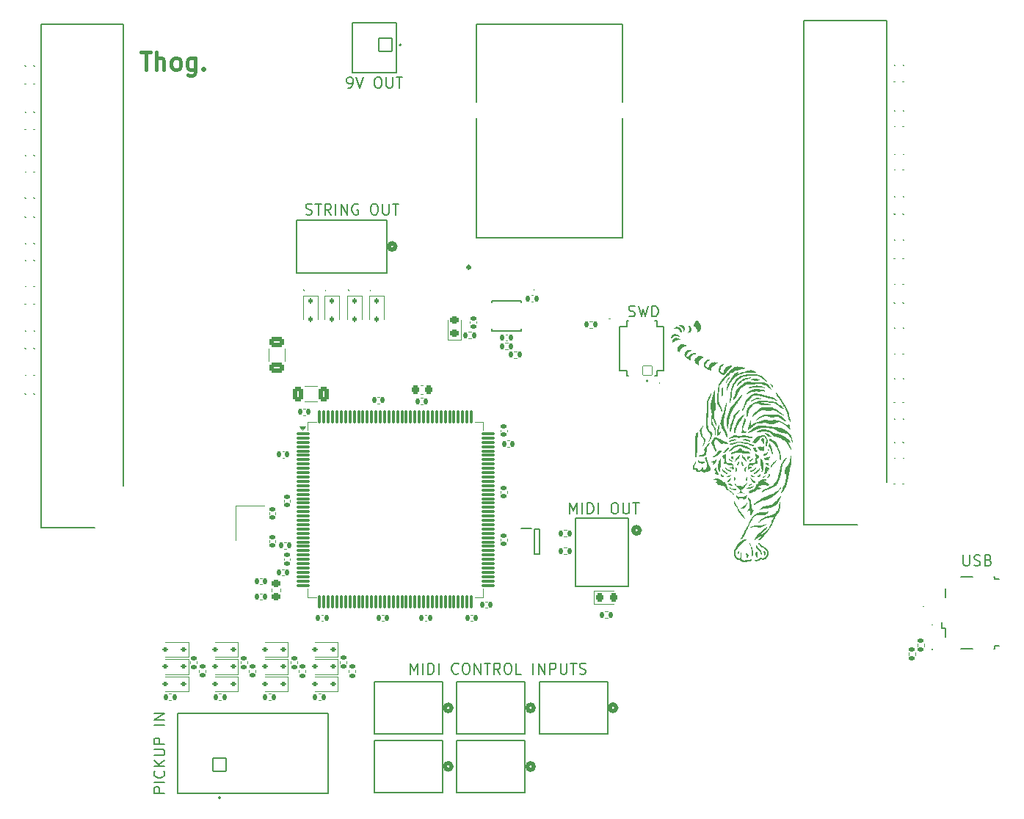
<source format=gto>
%TF.GenerationSoftware,KiCad,Pcbnew,8.0.8*%
%TF.CreationDate,2025-03-22T13:34:13-05:00*%
%TF.ProjectId,ControllerPCB,436f6e74-726f-46c6-9c65-725043422e6b,rev?*%
%TF.SameCoordinates,Original*%
%TF.FileFunction,Legend,Top*%
%TF.FilePolarity,Positive*%
%FSLAX46Y46*%
G04 Gerber Fmt 4.6, Leading zero omitted, Abs format (unit mm)*
G04 Created by KiCad (PCBNEW 8.0.8) date 2025-03-22 13:34:13*
%MOMM*%
%LPD*%
G01*
G04 APERTURE LIST*
G04 Aperture macros list*
%AMRoundRect*
0 Rectangle with rounded corners*
0 $1 Rounding radius*
0 $2 $3 $4 $5 $6 $7 $8 $9 X,Y pos of 4 corners*
0 Add a 4 corners polygon primitive as box body*
4,1,4,$2,$3,$4,$5,$6,$7,$8,$9,$2,$3,0*
0 Add four circle primitives for the rounded corners*
1,1,$1+$1,$2,$3*
1,1,$1+$1,$4,$5*
1,1,$1+$1,$6,$7*
1,1,$1+$1,$8,$9*
0 Add four rect primitives between the rounded corners*
20,1,$1+$1,$2,$3,$4,$5,0*
20,1,$1+$1,$4,$5,$6,$7,0*
20,1,$1+$1,$6,$7,$8,$9,0*
20,1,$1+$1,$8,$9,$2,$3,0*%
G04 Aperture macros list end*
%ADD10C,0.400000*%
%ADD11C,0.200000*%
%ADD12C,0.000000*%
%ADD13C,0.127000*%
%ADD14C,0.152400*%
%ADD15C,0.508000*%
%ADD16C,0.100000*%
%ADD17C,0.120000*%
%ADD18C,0.300000*%
%ADD19C,0.150000*%
%ADD20RoundRect,0.102000X0.765000X0.765000X-0.765000X0.765000X-0.765000X-0.765000X0.765000X-0.765000X0*%
%ADD21C,1.734000*%
%ADD22C,1.752600*%
%ADD23RoundRect,0.050000X0.530000X-0.530000X0.530000X0.530000X-0.530000X0.530000X-0.530000X-0.530000X0*%
%ADD24C,1.160000*%
%ADD25R,0.280000X0.200000*%
%ADD26RoundRect,0.112500X-0.112500X0.187500X-0.112500X-0.187500X0.112500X-0.187500X0.112500X0.187500X0*%
%ADD27RoundRect,0.140000X0.140000X0.170000X-0.140000X0.170000X-0.140000X-0.170000X0.140000X-0.170000X0*%
%ADD28O,6.744000X3.474000*%
%ADD29RoundRect,0.112500X0.187500X0.112500X-0.187500X0.112500X-0.187500X-0.112500X0.187500X-0.112500X0*%
%ADD30RoundRect,0.140000X-0.140000X-0.170000X0.140000X-0.170000X0.140000X0.170000X-0.140000X0.170000X0*%
%ADD31RoundRect,0.135000X-0.135000X-0.185000X0.135000X-0.185000X0.135000X0.185000X-0.135000X0.185000X0*%
%ADD32RoundRect,0.135000X-0.185000X0.135000X-0.185000X-0.135000X0.185000X-0.135000X0.185000X0.135000X0*%
%ADD33R,0.200000X0.280000*%
%ADD34RoundRect,0.140000X0.170000X-0.140000X0.170000X0.140000X-0.170000X0.140000X-0.170000X-0.140000X0*%
%ADD35C,3.200000*%
%ADD36RoundRect,0.135000X0.135000X0.185000X-0.135000X0.185000X-0.135000X-0.185000X0.135000X-0.185000X0*%
%ADD37RoundRect,0.218750X0.256250X-0.218750X0.256250X0.218750X-0.256250X0.218750X-0.256250X-0.218750X0*%
%ADD38R,1.650000X1.650000*%
%ADD39C,1.650000*%
%ADD40RoundRect,0.218750X-0.218750X-0.256250X0.218750X-0.256250X0.218750X0.256250X-0.218750X0.256250X0*%
%ADD41RoundRect,0.250000X-0.625000X0.312500X-0.625000X-0.312500X0.625000X-0.312500X0.625000X0.312500X0*%
%ADD42RoundRect,0.140000X-0.170000X0.140000X-0.170000X-0.140000X0.170000X-0.140000X0.170000X0.140000X0*%
%ADD43O,1.800000X1.150000*%
%ADD44O,2.000000X1.450000*%
%ADD45R,1.300000X0.450000*%
%ADD46O,0.800000X0.800000*%
%ADD47RoundRect,0.075000X-0.662500X-0.075000X0.662500X-0.075000X0.662500X0.075000X-0.662500X0.075000X0*%
%ADD48RoundRect,0.075000X-0.075000X-0.662500X0.075000X-0.662500X0.075000X0.662500X-0.075000X0.662500X0*%
%ADD49RoundRect,0.102000X0.765000X-0.765000X0.765000X0.765000X-0.765000X0.765000X-0.765000X-0.765000X0*%
%ADD50RoundRect,0.250000X-0.312500X-0.625000X0.312500X-0.625000X0.312500X0.625000X-0.312500X0.625000X0*%
%ADD51RoundRect,0.225000X-0.225000X-0.250000X0.225000X-0.250000X0.225000X0.250000X-0.225000X0.250000X0*%
%ADD52R,1.200000X1.400000*%
%ADD53R,1.200000X0.600000*%
%ADD54RoundRect,0.218750X-0.256250X0.218750X-0.256250X-0.218750X0.256250X-0.218750X0.256250X0.218750X0*%
%ADD55R,1.524000X0.431800*%
G04 APERTURE END LIST*
D10*
X106828633Y-61859438D02*
X107971490Y-61859438D01*
X107400061Y-63859438D02*
X107400061Y-61859438D01*
X108638157Y-63859438D02*
X108638157Y-61859438D01*
X109495300Y-63859438D02*
X109495300Y-62811819D01*
X109495300Y-62811819D02*
X109400062Y-62621342D01*
X109400062Y-62621342D02*
X109209586Y-62526104D01*
X109209586Y-62526104D02*
X108923871Y-62526104D01*
X108923871Y-62526104D02*
X108733395Y-62621342D01*
X108733395Y-62621342D02*
X108638157Y-62716580D01*
X110733395Y-63859438D02*
X110542919Y-63764200D01*
X110542919Y-63764200D02*
X110447681Y-63668961D01*
X110447681Y-63668961D02*
X110352443Y-63478485D01*
X110352443Y-63478485D02*
X110352443Y-62907057D01*
X110352443Y-62907057D02*
X110447681Y-62716580D01*
X110447681Y-62716580D02*
X110542919Y-62621342D01*
X110542919Y-62621342D02*
X110733395Y-62526104D01*
X110733395Y-62526104D02*
X111019110Y-62526104D01*
X111019110Y-62526104D02*
X111209586Y-62621342D01*
X111209586Y-62621342D02*
X111304824Y-62716580D01*
X111304824Y-62716580D02*
X111400062Y-62907057D01*
X111400062Y-62907057D02*
X111400062Y-63478485D01*
X111400062Y-63478485D02*
X111304824Y-63668961D01*
X111304824Y-63668961D02*
X111209586Y-63764200D01*
X111209586Y-63764200D02*
X111019110Y-63859438D01*
X111019110Y-63859438D02*
X110733395Y-63859438D01*
X113114348Y-62526104D02*
X113114348Y-64145152D01*
X113114348Y-64145152D02*
X113019110Y-64335628D01*
X113019110Y-64335628D02*
X112923872Y-64430866D01*
X112923872Y-64430866D02*
X112733395Y-64526104D01*
X112733395Y-64526104D02*
X112447681Y-64526104D01*
X112447681Y-64526104D02*
X112257205Y-64430866D01*
X113114348Y-63764200D02*
X112923872Y-63859438D01*
X112923872Y-63859438D02*
X112542919Y-63859438D01*
X112542919Y-63859438D02*
X112352443Y-63764200D01*
X112352443Y-63764200D02*
X112257205Y-63668961D01*
X112257205Y-63668961D02*
X112161967Y-63478485D01*
X112161967Y-63478485D02*
X112161967Y-62907057D01*
X112161967Y-62907057D02*
X112257205Y-62716580D01*
X112257205Y-62716580D02*
X112352443Y-62621342D01*
X112352443Y-62621342D02*
X112542919Y-62526104D01*
X112542919Y-62526104D02*
X112923872Y-62526104D01*
X112923872Y-62526104D02*
X113114348Y-62621342D01*
X114066729Y-63668961D02*
X114161967Y-63764200D01*
X114161967Y-63764200D02*
X114066729Y-63859438D01*
X114066729Y-63859438D02*
X113971491Y-63764200D01*
X113971491Y-63764200D02*
X114066729Y-63668961D01*
X114066729Y-63668961D02*
X114066729Y-63859438D01*
D11*
X201679197Y-119836623D02*
X201679197Y-120848528D01*
X201679197Y-120848528D02*
X201738720Y-120967576D01*
X201738720Y-120967576D02*
X201798244Y-121027100D01*
X201798244Y-121027100D02*
X201917292Y-121086623D01*
X201917292Y-121086623D02*
X202155387Y-121086623D01*
X202155387Y-121086623D02*
X202274435Y-121027100D01*
X202274435Y-121027100D02*
X202333958Y-120967576D01*
X202333958Y-120967576D02*
X202393482Y-120848528D01*
X202393482Y-120848528D02*
X202393482Y-119836623D01*
X202929197Y-121027100D02*
X203107768Y-121086623D01*
X203107768Y-121086623D02*
X203405387Y-121086623D01*
X203405387Y-121086623D02*
X203524435Y-121027100D01*
X203524435Y-121027100D02*
X203583959Y-120967576D01*
X203583959Y-120967576D02*
X203643482Y-120848528D01*
X203643482Y-120848528D02*
X203643482Y-120729480D01*
X203643482Y-120729480D02*
X203583959Y-120610433D01*
X203583959Y-120610433D02*
X203524435Y-120550909D01*
X203524435Y-120550909D02*
X203405387Y-120491385D01*
X203405387Y-120491385D02*
X203167292Y-120431861D01*
X203167292Y-120431861D02*
X203048244Y-120372338D01*
X203048244Y-120372338D02*
X202988721Y-120312814D01*
X202988721Y-120312814D02*
X202929197Y-120193766D01*
X202929197Y-120193766D02*
X202929197Y-120074719D01*
X202929197Y-120074719D02*
X202988721Y-119955671D01*
X202988721Y-119955671D02*
X203048244Y-119896147D01*
X203048244Y-119896147D02*
X203167292Y-119836623D01*
X203167292Y-119836623D02*
X203464911Y-119836623D01*
X203464911Y-119836623D02*
X203643482Y-119896147D01*
X204595863Y-120431861D02*
X204774435Y-120491385D01*
X204774435Y-120491385D02*
X204833958Y-120550909D01*
X204833958Y-120550909D02*
X204893482Y-120669957D01*
X204893482Y-120669957D02*
X204893482Y-120848528D01*
X204893482Y-120848528D02*
X204833958Y-120967576D01*
X204833958Y-120967576D02*
X204774435Y-121027100D01*
X204774435Y-121027100D02*
X204655387Y-121086623D01*
X204655387Y-121086623D02*
X204179197Y-121086623D01*
X204179197Y-121086623D02*
X204179197Y-119836623D01*
X204179197Y-119836623D02*
X204595863Y-119836623D01*
X204595863Y-119836623D02*
X204714911Y-119896147D01*
X204714911Y-119896147D02*
X204774435Y-119955671D01*
X204774435Y-119955671D02*
X204833958Y-120074719D01*
X204833958Y-120074719D02*
X204833958Y-120193766D01*
X204833958Y-120193766D02*
X204774435Y-120312814D01*
X204774435Y-120312814D02*
X204714911Y-120372338D01*
X204714911Y-120372338D02*
X204595863Y-120431861D01*
X204595863Y-120431861D02*
X204179197Y-120431861D01*
X137929197Y-133586623D02*
X137929197Y-132336623D01*
X137929197Y-132336623D02*
X138345863Y-133229480D01*
X138345863Y-133229480D02*
X138762530Y-132336623D01*
X138762530Y-132336623D02*
X138762530Y-133586623D01*
X139357768Y-133586623D02*
X139357768Y-132336623D01*
X139953006Y-133586623D02*
X139953006Y-132336623D01*
X139953006Y-132336623D02*
X140250625Y-132336623D01*
X140250625Y-132336623D02*
X140429196Y-132396147D01*
X140429196Y-132396147D02*
X140548244Y-132515195D01*
X140548244Y-132515195D02*
X140607767Y-132634242D01*
X140607767Y-132634242D02*
X140667291Y-132872338D01*
X140667291Y-132872338D02*
X140667291Y-133050909D01*
X140667291Y-133050909D02*
X140607767Y-133289004D01*
X140607767Y-133289004D02*
X140548244Y-133408052D01*
X140548244Y-133408052D02*
X140429196Y-133527100D01*
X140429196Y-133527100D02*
X140250625Y-133586623D01*
X140250625Y-133586623D02*
X139953006Y-133586623D01*
X141203006Y-133586623D02*
X141203006Y-132336623D01*
X143464910Y-133467576D02*
X143405386Y-133527100D01*
X143405386Y-133527100D02*
X143226815Y-133586623D01*
X143226815Y-133586623D02*
X143107767Y-133586623D01*
X143107767Y-133586623D02*
X142929196Y-133527100D01*
X142929196Y-133527100D02*
X142810148Y-133408052D01*
X142810148Y-133408052D02*
X142750625Y-133289004D01*
X142750625Y-133289004D02*
X142691101Y-133050909D01*
X142691101Y-133050909D02*
X142691101Y-132872338D01*
X142691101Y-132872338D02*
X142750625Y-132634242D01*
X142750625Y-132634242D02*
X142810148Y-132515195D01*
X142810148Y-132515195D02*
X142929196Y-132396147D01*
X142929196Y-132396147D02*
X143107767Y-132336623D01*
X143107767Y-132336623D02*
X143226815Y-132336623D01*
X143226815Y-132336623D02*
X143405386Y-132396147D01*
X143405386Y-132396147D02*
X143464910Y-132455671D01*
X144238720Y-132336623D02*
X144476815Y-132336623D01*
X144476815Y-132336623D02*
X144595863Y-132396147D01*
X144595863Y-132396147D02*
X144714910Y-132515195D01*
X144714910Y-132515195D02*
X144774434Y-132753290D01*
X144774434Y-132753290D02*
X144774434Y-133169957D01*
X144774434Y-133169957D02*
X144714910Y-133408052D01*
X144714910Y-133408052D02*
X144595863Y-133527100D01*
X144595863Y-133527100D02*
X144476815Y-133586623D01*
X144476815Y-133586623D02*
X144238720Y-133586623D01*
X144238720Y-133586623D02*
X144119672Y-133527100D01*
X144119672Y-133527100D02*
X144000625Y-133408052D01*
X144000625Y-133408052D02*
X143941101Y-133169957D01*
X143941101Y-133169957D02*
X143941101Y-132753290D01*
X143941101Y-132753290D02*
X144000625Y-132515195D01*
X144000625Y-132515195D02*
X144119672Y-132396147D01*
X144119672Y-132396147D02*
X144238720Y-132336623D01*
X145310149Y-133586623D02*
X145310149Y-132336623D01*
X145310149Y-132336623D02*
X146024434Y-133586623D01*
X146024434Y-133586623D02*
X146024434Y-132336623D01*
X146441101Y-132336623D02*
X147155387Y-132336623D01*
X146798244Y-133586623D02*
X146798244Y-132336623D01*
X148286339Y-133586623D02*
X147869673Y-132991385D01*
X147572054Y-133586623D02*
X147572054Y-132336623D01*
X147572054Y-132336623D02*
X148048244Y-132336623D01*
X148048244Y-132336623D02*
X148167292Y-132396147D01*
X148167292Y-132396147D02*
X148226815Y-132455671D01*
X148226815Y-132455671D02*
X148286339Y-132574719D01*
X148286339Y-132574719D02*
X148286339Y-132753290D01*
X148286339Y-132753290D02*
X148226815Y-132872338D01*
X148226815Y-132872338D02*
X148167292Y-132931861D01*
X148167292Y-132931861D02*
X148048244Y-132991385D01*
X148048244Y-132991385D02*
X147572054Y-132991385D01*
X149060149Y-132336623D02*
X149298244Y-132336623D01*
X149298244Y-132336623D02*
X149417292Y-132396147D01*
X149417292Y-132396147D02*
X149536339Y-132515195D01*
X149536339Y-132515195D02*
X149595863Y-132753290D01*
X149595863Y-132753290D02*
X149595863Y-133169957D01*
X149595863Y-133169957D02*
X149536339Y-133408052D01*
X149536339Y-133408052D02*
X149417292Y-133527100D01*
X149417292Y-133527100D02*
X149298244Y-133586623D01*
X149298244Y-133586623D02*
X149060149Y-133586623D01*
X149060149Y-133586623D02*
X148941101Y-133527100D01*
X148941101Y-133527100D02*
X148822054Y-133408052D01*
X148822054Y-133408052D02*
X148762530Y-133169957D01*
X148762530Y-133169957D02*
X148762530Y-132753290D01*
X148762530Y-132753290D02*
X148822054Y-132515195D01*
X148822054Y-132515195D02*
X148941101Y-132396147D01*
X148941101Y-132396147D02*
X149060149Y-132336623D01*
X150726816Y-133586623D02*
X150131578Y-133586623D01*
X150131578Y-133586623D02*
X150131578Y-132336623D01*
X152095864Y-133586623D02*
X152095864Y-132336623D01*
X152691102Y-133586623D02*
X152691102Y-132336623D01*
X152691102Y-132336623D02*
X153405387Y-133586623D01*
X153405387Y-133586623D02*
X153405387Y-132336623D01*
X154000626Y-133586623D02*
X154000626Y-132336623D01*
X154000626Y-132336623D02*
X154476816Y-132336623D01*
X154476816Y-132336623D02*
X154595864Y-132396147D01*
X154595864Y-132396147D02*
X154655387Y-132455671D01*
X154655387Y-132455671D02*
X154714911Y-132574719D01*
X154714911Y-132574719D02*
X154714911Y-132753290D01*
X154714911Y-132753290D02*
X154655387Y-132872338D01*
X154655387Y-132872338D02*
X154595864Y-132931861D01*
X154595864Y-132931861D02*
X154476816Y-132991385D01*
X154476816Y-132991385D02*
X154000626Y-132991385D01*
X155250626Y-132336623D02*
X155250626Y-133348528D01*
X155250626Y-133348528D02*
X155310149Y-133467576D01*
X155310149Y-133467576D02*
X155369673Y-133527100D01*
X155369673Y-133527100D02*
X155488721Y-133586623D01*
X155488721Y-133586623D02*
X155726816Y-133586623D01*
X155726816Y-133586623D02*
X155845864Y-133527100D01*
X155845864Y-133527100D02*
X155905387Y-133467576D01*
X155905387Y-133467576D02*
X155964911Y-133348528D01*
X155964911Y-133348528D02*
X155964911Y-132336623D01*
X156381578Y-132336623D02*
X157095864Y-132336623D01*
X156738721Y-133586623D02*
X156738721Y-132336623D01*
X157453007Y-133527100D02*
X157631578Y-133586623D01*
X157631578Y-133586623D02*
X157929197Y-133586623D01*
X157929197Y-133586623D02*
X158048245Y-133527100D01*
X158048245Y-133527100D02*
X158107769Y-133467576D01*
X158107769Y-133467576D02*
X158167292Y-133348528D01*
X158167292Y-133348528D02*
X158167292Y-133229480D01*
X158167292Y-133229480D02*
X158107769Y-133110433D01*
X158107769Y-133110433D02*
X158048245Y-133050909D01*
X158048245Y-133050909D02*
X157929197Y-132991385D01*
X157929197Y-132991385D02*
X157691102Y-132931861D01*
X157691102Y-132931861D02*
X157572054Y-132872338D01*
X157572054Y-132872338D02*
X157512531Y-132812814D01*
X157512531Y-132812814D02*
X157453007Y-132693766D01*
X157453007Y-132693766D02*
X157453007Y-132574719D01*
X157453007Y-132574719D02*
X157512531Y-132455671D01*
X157512531Y-132455671D02*
X157572054Y-132396147D01*
X157572054Y-132396147D02*
X157691102Y-132336623D01*
X157691102Y-132336623D02*
X157988721Y-132336623D01*
X157988721Y-132336623D02*
X158167292Y-132396147D01*
X125869673Y-80527100D02*
X126048244Y-80586623D01*
X126048244Y-80586623D02*
X126345863Y-80586623D01*
X126345863Y-80586623D02*
X126464911Y-80527100D01*
X126464911Y-80527100D02*
X126524435Y-80467576D01*
X126524435Y-80467576D02*
X126583958Y-80348528D01*
X126583958Y-80348528D02*
X126583958Y-80229480D01*
X126583958Y-80229480D02*
X126524435Y-80110433D01*
X126524435Y-80110433D02*
X126464911Y-80050909D01*
X126464911Y-80050909D02*
X126345863Y-79991385D01*
X126345863Y-79991385D02*
X126107768Y-79931861D01*
X126107768Y-79931861D02*
X125988720Y-79872338D01*
X125988720Y-79872338D02*
X125929197Y-79812814D01*
X125929197Y-79812814D02*
X125869673Y-79693766D01*
X125869673Y-79693766D02*
X125869673Y-79574719D01*
X125869673Y-79574719D02*
X125929197Y-79455671D01*
X125929197Y-79455671D02*
X125988720Y-79396147D01*
X125988720Y-79396147D02*
X126107768Y-79336623D01*
X126107768Y-79336623D02*
X126405387Y-79336623D01*
X126405387Y-79336623D02*
X126583958Y-79396147D01*
X126941101Y-79336623D02*
X127655387Y-79336623D01*
X127298244Y-80586623D02*
X127298244Y-79336623D01*
X128786339Y-80586623D02*
X128369673Y-79991385D01*
X128072054Y-80586623D02*
X128072054Y-79336623D01*
X128072054Y-79336623D02*
X128548244Y-79336623D01*
X128548244Y-79336623D02*
X128667292Y-79396147D01*
X128667292Y-79396147D02*
X128726815Y-79455671D01*
X128726815Y-79455671D02*
X128786339Y-79574719D01*
X128786339Y-79574719D02*
X128786339Y-79753290D01*
X128786339Y-79753290D02*
X128726815Y-79872338D01*
X128726815Y-79872338D02*
X128667292Y-79931861D01*
X128667292Y-79931861D02*
X128548244Y-79991385D01*
X128548244Y-79991385D02*
X128072054Y-79991385D01*
X129322054Y-80586623D02*
X129322054Y-79336623D01*
X129917292Y-80586623D02*
X129917292Y-79336623D01*
X129917292Y-79336623D02*
X130631577Y-80586623D01*
X130631577Y-80586623D02*
X130631577Y-79336623D01*
X131881577Y-79396147D02*
X131762530Y-79336623D01*
X131762530Y-79336623D02*
X131583958Y-79336623D01*
X131583958Y-79336623D02*
X131405387Y-79396147D01*
X131405387Y-79396147D02*
X131286339Y-79515195D01*
X131286339Y-79515195D02*
X131226816Y-79634242D01*
X131226816Y-79634242D02*
X131167292Y-79872338D01*
X131167292Y-79872338D02*
X131167292Y-80050909D01*
X131167292Y-80050909D02*
X131226816Y-80289004D01*
X131226816Y-80289004D02*
X131286339Y-80408052D01*
X131286339Y-80408052D02*
X131405387Y-80527100D01*
X131405387Y-80527100D02*
X131583958Y-80586623D01*
X131583958Y-80586623D02*
X131703006Y-80586623D01*
X131703006Y-80586623D02*
X131881577Y-80527100D01*
X131881577Y-80527100D02*
X131941101Y-80467576D01*
X131941101Y-80467576D02*
X131941101Y-80050909D01*
X131941101Y-80050909D02*
X131703006Y-80050909D01*
X133667292Y-79336623D02*
X133905387Y-79336623D01*
X133905387Y-79336623D02*
X134024435Y-79396147D01*
X134024435Y-79396147D02*
X134143482Y-79515195D01*
X134143482Y-79515195D02*
X134203006Y-79753290D01*
X134203006Y-79753290D02*
X134203006Y-80169957D01*
X134203006Y-80169957D02*
X134143482Y-80408052D01*
X134143482Y-80408052D02*
X134024435Y-80527100D01*
X134024435Y-80527100D02*
X133905387Y-80586623D01*
X133905387Y-80586623D02*
X133667292Y-80586623D01*
X133667292Y-80586623D02*
X133548244Y-80527100D01*
X133548244Y-80527100D02*
X133429197Y-80408052D01*
X133429197Y-80408052D02*
X133369673Y-80169957D01*
X133369673Y-80169957D02*
X133369673Y-79753290D01*
X133369673Y-79753290D02*
X133429197Y-79515195D01*
X133429197Y-79515195D02*
X133548244Y-79396147D01*
X133548244Y-79396147D02*
X133667292Y-79336623D01*
X134738721Y-79336623D02*
X134738721Y-80348528D01*
X134738721Y-80348528D02*
X134798244Y-80467576D01*
X134798244Y-80467576D02*
X134857768Y-80527100D01*
X134857768Y-80527100D02*
X134976816Y-80586623D01*
X134976816Y-80586623D02*
X135214911Y-80586623D01*
X135214911Y-80586623D02*
X135333959Y-80527100D01*
X135333959Y-80527100D02*
X135393482Y-80467576D01*
X135393482Y-80467576D02*
X135453006Y-80348528D01*
X135453006Y-80348528D02*
X135453006Y-79336623D01*
X135869673Y-79336623D02*
X136583959Y-79336623D01*
X136226816Y-80586623D02*
X136226816Y-79336623D01*
X130698720Y-65946623D02*
X130936816Y-65946623D01*
X130936816Y-65946623D02*
X131055863Y-65887100D01*
X131055863Y-65887100D02*
X131115387Y-65827576D01*
X131115387Y-65827576D02*
X131234435Y-65649004D01*
X131234435Y-65649004D02*
X131293958Y-65410909D01*
X131293958Y-65410909D02*
X131293958Y-64934719D01*
X131293958Y-64934719D02*
X131234435Y-64815671D01*
X131234435Y-64815671D02*
X131174911Y-64756147D01*
X131174911Y-64756147D02*
X131055863Y-64696623D01*
X131055863Y-64696623D02*
X130817768Y-64696623D01*
X130817768Y-64696623D02*
X130698720Y-64756147D01*
X130698720Y-64756147D02*
X130639197Y-64815671D01*
X130639197Y-64815671D02*
X130579673Y-64934719D01*
X130579673Y-64934719D02*
X130579673Y-65232338D01*
X130579673Y-65232338D02*
X130639197Y-65351385D01*
X130639197Y-65351385D02*
X130698720Y-65410909D01*
X130698720Y-65410909D02*
X130817768Y-65470433D01*
X130817768Y-65470433D02*
X131055863Y-65470433D01*
X131055863Y-65470433D02*
X131174911Y-65410909D01*
X131174911Y-65410909D02*
X131234435Y-65351385D01*
X131234435Y-65351385D02*
X131293958Y-65232338D01*
X131651101Y-64696623D02*
X132067768Y-65946623D01*
X132067768Y-65946623D02*
X132484434Y-64696623D01*
X134091578Y-64696623D02*
X134329673Y-64696623D01*
X134329673Y-64696623D02*
X134448721Y-64756147D01*
X134448721Y-64756147D02*
X134567768Y-64875195D01*
X134567768Y-64875195D02*
X134627292Y-65113290D01*
X134627292Y-65113290D02*
X134627292Y-65529957D01*
X134627292Y-65529957D02*
X134567768Y-65768052D01*
X134567768Y-65768052D02*
X134448721Y-65887100D01*
X134448721Y-65887100D02*
X134329673Y-65946623D01*
X134329673Y-65946623D02*
X134091578Y-65946623D01*
X134091578Y-65946623D02*
X133972530Y-65887100D01*
X133972530Y-65887100D02*
X133853483Y-65768052D01*
X133853483Y-65768052D02*
X133793959Y-65529957D01*
X133793959Y-65529957D02*
X133793959Y-65113290D01*
X133793959Y-65113290D02*
X133853483Y-64875195D01*
X133853483Y-64875195D02*
X133972530Y-64756147D01*
X133972530Y-64756147D02*
X134091578Y-64696623D01*
X135163007Y-64696623D02*
X135163007Y-65708528D01*
X135163007Y-65708528D02*
X135222530Y-65827576D01*
X135222530Y-65827576D02*
X135282054Y-65887100D01*
X135282054Y-65887100D02*
X135401102Y-65946623D01*
X135401102Y-65946623D02*
X135639197Y-65946623D01*
X135639197Y-65946623D02*
X135758245Y-65887100D01*
X135758245Y-65887100D02*
X135817768Y-65827576D01*
X135817768Y-65827576D02*
X135877292Y-65708528D01*
X135877292Y-65708528D02*
X135877292Y-64696623D01*
X136293959Y-64696623D02*
X137008245Y-64696623D01*
X136651102Y-65946623D02*
X136651102Y-64696623D01*
X109586623Y-147320802D02*
X108336623Y-147320802D01*
X108336623Y-147320802D02*
X108336623Y-146844612D01*
X108336623Y-146844612D02*
X108396147Y-146725564D01*
X108396147Y-146725564D02*
X108455671Y-146666041D01*
X108455671Y-146666041D02*
X108574719Y-146606517D01*
X108574719Y-146606517D02*
X108753290Y-146606517D01*
X108753290Y-146606517D02*
X108872338Y-146666041D01*
X108872338Y-146666041D02*
X108931861Y-146725564D01*
X108931861Y-146725564D02*
X108991385Y-146844612D01*
X108991385Y-146844612D02*
X108991385Y-147320802D01*
X109586623Y-146070802D02*
X108336623Y-146070802D01*
X109467576Y-144761279D02*
X109527100Y-144820803D01*
X109527100Y-144820803D02*
X109586623Y-144999374D01*
X109586623Y-144999374D02*
X109586623Y-145118422D01*
X109586623Y-145118422D02*
X109527100Y-145296993D01*
X109527100Y-145296993D02*
X109408052Y-145416041D01*
X109408052Y-145416041D02*
X109289004Y-145475564D01*
X109289004Y-145475564D02*
X109050909Y-145535088D01*
X109050909Y-145535088D02*
X108872338Y-145535088D01*
X108872338Y-145535088D02*
X108634242Y-145475564D01*
X108634242Y-145475564D02*
X108515195Y-145416041D01*
X108515195Y-145416041D02*
X108396147Y-145296993D01*
X108396147Y-145296993D02*
X108336623Y-145118422D01*
X108336623Y-145118422D02*
X108336623Y-144999374D01*
X108336623Y-144999374D02*
X108396147Y-144820803D01*
X108396147Y-144820803D02*
X108455671Y-144761279D01*
X109586623Y-144225564D02*
X108336623Y-144225564D01*
X109586623Y-143511279D02*
X108872338Y-144046993D01*
X108336623Y-143511279D02*
X109050909Y-144225564D01*
X108336623Y-142975564D02*
X109348528Y-142975564D01*
X109348528Y-142975564D02*
X109467576Y-142916041D01*
X109467576Y-142916041D02*
X109527100Y-142856517D01*
X109527100Y-142856517D02*
X109586623Y-142737469D01*
X109586623Y-142737469D02*
X109586623Y-142499374D01*
X109586623Y-142499374D02*
X109527100Y-142380326D01*
X109527100Y-142380326D02*
X109467576Y-142320803D01*
X109467576Y-142320803D02*
X109348528Y-142261279D01*
X109348528Y-142261279D02*
X108336623Y-142261279D01*
X109586623Y-141666040D02*
X108336623Y-141666040D01*
X108336623Y-141666040D02*
X108336623Y-141189850D01*
X108336623Y-141189850D02*
X108396147Y-141070802D01*
X108396147Y-141070802D02*
X108455671Y-141011279D01*
X108455671Y-141011279D02*
X108574719Y-140951755D01*
X108574719Y-140951755D02*
X108753290Y-140951755D01*
X108753290Y-140951755D02*
X108872338Y-141011279D01*
X108872338Y-141011279D02*
X108931861Y-141070802D01*
X108931861Y-141070802D02*
X108991385Y-141189850D01*
X108991385Y-141189850D02*
X108991385Y-141666040D01*
X109586623Y-139463659D02*
X108336623Y-139463659D01*
X109586623Y-138868421D02*
X108336623Y-138868421D01*
X108336623Y-138868421D02*
X109586623Y-138154136D01*
X109586623Y-138154136D02*
X108336623Y-138154136D01*
X156319197Y-115086623D02*
X156319197Y-113836623D01*
X156319197Y-113836623D02*
X156735863Y-114729480D01*
X156735863Y-114729480D02*
X157152530Y-113836623D01*
X157152530Y-113836623D02*
X157152530Y-115086623D01*
X157747768Y-115086623D02*
X157747768Y-113836623D01*
X158343006Y-115086623D02*
X158343006Y-113836623D01*
X158343006Y-113836623D02*
X158640625Y-113836623D01*
X158640625Y-113836623D02*
X158819196Y-113896147D01*
X158819196Y-113896147D02*
X158938244Y-114015195D01*
X158938244Y-114015195D02*
X158997767Y-114134242D01*
X158997767Y-114134242D02*
X159057291Y-114372338D01*
X159057291Y-114372338D02*
X159057291Y-114550909D01*
X159057291Y-114550909D02*
X158997767Y-114789004D01*
X158997767Y-114789004D02*
X158938244Y-114908052D01*
X158938244Y-114908052D02*
X158819196Y-115027100D01*
X158819196Y-115027100D02*
X158640625Y-115086623D01*
X158640625Y-115086623D02*
X158343006Y-115086623D01*
X159593006Y-115086623D02*
X159593006Y-113836623D01*
X161378720Y-113836623D02*
X161616815Y-113836623D01*
X161616815Y-113836623D02*
X161735863Y-113896147D01*
X161735863Y-113896147D02*
X161854910Y-114015195D01*
X161854910Y-114015195D02*
X161914434Y-114253290D01*
X161914434Y-114253290D02*
X161914434Y-114669957D01*
X161914434Y-114669957D02*
X161854910Y-114908052D01*
X161854910Y-114908052D02*
X161735863Y-115027100D01*
X161735863Y-115027100D02*
X161616815Y-115086623D01*
X161616815Y-115086623D02*
X161378720Y-115086623D01*
X161378720Y-115086623D02*
X161259672Y-115027100D01*
X161259672Y-115027100D02*
X161140625Y-114908052D01*
X161140625Y-114908052D02*
X161081101Y-114669957D01*
X161081101Y-114669957D02*
X161081101Y-114253290D01*
X161081101Y-114253290D02*
X161140625Y-114015195D01*
X161140625Y-114015195D02*
X161259672Y-113896147D01*
X161259672Y-113896147D02*
X161378720Y-113836623D01*
X162450149Y-113836623D02*
X162450149Y-114848528D01*
X162450149Y-114848528D02*
X162509672Y-114967576D01*
X162509672Y-114967576D02*
X162569196Y-115027100D01*
X162569196Y-115027100D02*
X162688244Y-115086623D01*
X162688244Y-115086623D02*
X162926339Y-115086623D01*
X162926339Y-115086623D02*
X163045387Y-115027100D01*
X163045387Y-115027100D02*
X163104910Y-114967576D01*
X163104910Y-114967576D02*
X163164434Y-114848528D01*
X163164434Y-114848528D02*
X163164434Y-113836623D01*
X163581101Y-113836623D02*
X164295387Y-113836623D01*
X163938244Y-115086623D02*
X163938244Y-113836623D01*
X163119673Y-92277100D02*
X163298244Y-92336623D01*
X163298244Y-92336623D02*
X163595863Y-92336623D01*
X163595863Y-92336623D02*
X163714911Y-92277100D01*
X163714911Y-92277100D02*
X163774435Y-92217576D01*
X163774435Y-92217576D02*
X163833958Y-92098528D01*
X163833958Y-92098528D02*
X163833958Y-91979480D01*
X163833958Y-91979480D02*
X163774435Y-91860433D01*
X163774435Y-91860433D02*
X163714911Y-91800909D01*
X163714911Y-91800909D02*
X163595863Y-91741385D01*
X163595863Y-91741385D02*
X163357768Y-91681861D01*
X163357768Y-91681861D02*
X163238720Y-91622338D01*
X163238720Y-91622338D02*
X163179197Y-91562814D01*
X163179197Y-91562814D02*
X163119673Y-91443766D01*
X163119673Y-91443766D02*
X163119673Y-91324719D01*
X163119673Y-91324719D02*
X163179197Y-91205671D01*
X163179197Y-91205671D02*
X163238720Y-91146147D01*
X163238720Y-91146147D02*
X163357768Y-91086623D01*
X163357768Y-91086623D02*
X163655387Y-91086623D01*
X163655387Y-91086623D02*
X163833958Y-91146147D01*
X164250625Y-91086623D02*
X164548244Y-92336623D01*
X164548244Y-92336623D02*
X164786339Y-91443766D01*
X164786339Y-91443766D02*
X165024434Y-92336623D01*
X165024434Y-92336623D02*
X165322054Y-91086623D01*
X165798244Y-92336623D02*
X165798244Y-91086623D01*
X165798244Y-91086623D02*
X166095863Y-91086623D01*
X166095863Y-91086623D02*
X166274434Y-91146147D01*
X166274434Y-91146147D02*
X166393482Y-91265195D01*
X166393482Y-91265195D02*
X166453005Y-91384242D01*
X166453005Y-91384242D02*
X166512529Y-91622338D01*
X166512529Y-91622338D02*
X166512529Y-91800909D01*
X166512529Y-91800909D02*
X166453005Y-92039004D01*
X166453005Y-92039004D02*
X166393482Y-92158052D01*
X166393482Y-92158052D02*
X166274434Y-92277100D01*
X166274434Y-92277100D02*
X166095863Y-92336623D01*
X166095863Y-92336623D02*
X165798244Y-92336623D01*
D12*
%TO.C,G\u002A\u002A\u002A*%
G36*
X165568614Y-92478332D02*
G01*
X165563171Y-92495841D01*
X165557976Y-92502363D01*
X165530896Y-92525946D01*
X165518161Y-92530502D01*
X165503546Y-92515275D01*
X165501699Y-92502363D01*
X165517549Y-92479504D01*
X165541514Y-92474225D01*
X165568614Y-92478332D01*
G37*
G36*
X179231717Y-107600989D02*
G01*
X179258621Y-107659651D01*
X179259832Y-107663165D01*
X179282378Y-107734653D01*
X179287683Y-107776845D01*
X179272209Y-107795372D01*
X179232419Y-107795863D01*
X179181869Y-107787278D01*
X179152635Y-107774401D01*
X179141421Y-107745930D01*
X179147104Y-107694787D01*
X179159406Y-107645753D01*
X179180901Y-107593831D01*
X179205408Y-107578980D01*
X179231717Y-107600989D01*
G37*
G36*
X175355756Y-110894030D02*
G01*
X175393408Y-110938030D01*
X175418658Y-110998539D01*
X175425332Y-111049494D01*
X175415379Y-111106808D01*
X175389550Y-111164753D01*
X175353894Y-111215993D01*
X175314455Y-111253197D01*
X175277283Y-111269029D01*
X175251767Y-111259990D01*
X175247156Y-111235112D01*
X175247730Y-111179045D01*
X175253174Y-111097715D01*
X175263173Y-110997047D01*
X175267882Y-110956758D01*
X175278216Y-110904180D01*
X175295382Y-110880681D01*
X175312565Y-110877031D01*
X175355756Y-110894030D01*
G37*
G36*
X176775809Y-110876056D02*
G01*
X176791317Y-110925861D01*
X176800733Y-111002367D01*
X176803013Y-111064623D01*
X176798768Y-111164108D01*
X176784528Y-111231587D01*
X176761066Y-111265794D01*
X176729158Y-111265463D01*
X176696899Y-111238146D01*
X176646522Y-111160340D01*
X176626725Y-111071876D01*
X176625923Y-111045654D01*
X176633915Y-110981649D01*
X176663871Y-110931154D01*
X176680758Y-110913106D01*
X176719658Y-110878645D01*
X176749780Y-110859597D01*
X176755437Y-110858272D01*
X176775809Y-110876056D01*
G37*
G36*
X174754519Y-108698600D02*
G01*
X174786521Y-108723292D01*
X174862182Y-108807550D01*
X174931112Y-108878122D01*
X174987062Y-108928794D01*
X175011226Y-108946697D01*
X175044329Y-108980025D01*
X175044643Y-109007154D01*
X175017252Y-109030959D01*
X174966769Y-109037215D01*
X174903120Y-109026191D01*
X174842693Y-109001671D01*
X174775272Y-108957000D01*
X174716347Y-108901715D01*
X174670660Y-108842733D01*
X174642951Y-108786973D01*
X174637964Y-108741351D01*
X174649616Y-108719974D01*
X174701735Y-108692235D01*
X174754519Y-108698600D01*
G37*
G36*
X174883649Y-110627992D02*
G01*
X174889971Y-110648882D01*
X174870402Y-110679539D01*
X174841620Y-110708286D01*
X174755163Y-110777075D01*
X174665096Y-110829159D01*
X174578653Y-110861813D01*
X174503065Y-110872311D01*
X174445563Y-110857929D01*
X174445163Y-110857686D01*
X174412748Y-110827557D01*
X174413384Y-110795992D01*
X174448020Y-110762195D01*
X174517607Y-110725368D01*
X174623096Y-110684713D01*
X174670095Y-110668970D01*
X174762832Y-110640306D01*
X174825962Y-110624675D01*
X174864674Y-110621078D01*
X174883649Y-110627992D01*
G37*
G36*
X175815286Y-119395918D02*
G01*
X175847448Y-119421421D01*
X175854888Y-119466698D01*
X175837328Y-119534200D01*
X175794486Y-119626382D01*
X175787525Y-119639417D01*
X175739850Y-119720522D01*
X175702869Y-119766877D01*
X175675587Y-119779383D01*
X175657009Y-119758942D01*
X175656641Y-119758001D01*
X175651079Y-119717253D01*
X175652430Y-119653278D01*
X175659345Y-119579446D01*
X175670472Y-119509127D01*
X175684460Y-119455691D01*
X175688076Y-119446900D01*
X175724724Y-119399441D01*
X175775461Y-119386603D01*
X175815286Y-119395918D01*
G37*
G36*
X177254296Y-111634010D02*
G01*
X177264689Y-111646418D01*
X177281264Y-111686519D01*
X177271604Y-111720787D01*
X177232455Y-111752942D01*
X177160562Y-111786703D01*
X177132422Y-111797588D01*
X177042980Y-111829481D01*
X176982659Y-111846299D01*
X176946453Y-111848560D01*
X176929359Y-111836781D01*
X176926071Y-111818956D01*
X176941811Y-111791836D01*
X176983500Y-111755046D01*
X177042844Y-111714243D01*
X177111550Y-111675087D01*
X177181321Y-111643235D01*
X177186656Y-111641189D01*
X177230287Y-111628310D01*
X177254296Y-111634010D01*
G37*
G36*
X178913990Y-110708412D02*
G01*
X178896408Y-110749112D01*
X178844016Y-110803136D01*
X178839655Y-110806900D01*
X178777518Y-110850791D01*
X178708924Y-110884751D01*
X178641421Y-110907022D01*
X178582556Y-110915844D01*
X178539878Y-110909458D01*
X178520934Y-110886104D01*
X178520606Y-110881265D01*
X178534148Y-110857738D01*
X178576505Y-110825970D01*
X178650275Y-110784189D01*
X178699922Y-110758905D01*
X178774950Y-110723373D01*
X178838068Y-110696720D01*
X178881577Y-110682003D01*
X178896894Y-110680741D01*
X178913990Y-110708412D01*
G37*
G36*
X179518184Y-100117894D02*
G01*
X179574554Y-100148256D01*
X179631067Y-100184174D01*
X179670955Y-100221440D01*
X179704579Y-100271980D01*
X179735695Y-100333690D01*
X179775210Y-100423961D01*
X179793802Y-100484403D01*
X179791733Y-100516149D01*
X179779336Y-100521935D01*
X179757285Y-100510682D01*
X179716093Y-100481255D01*
X179667336Y-100442208D01*
X179603731Y-100381619D01*
X179537861Y-100307610D01*
X179496642Y-100253783D01*
X179446438Y-100175292D01*
X179423289Y-100122730D01*
X179427397Y-100095824D01*
X179458961Y-100094303D01*
X179518184Y-100117894D01*
G37*
G36*
X178284879Y-110537360D02*
G01*
X178297527Y-110579894D01*
X178302325Y-110607640D01*
X178312213Y-110688382D01*
X178313426Y-110740153D01*
X178303538Y-110770976D01*
X178280127Y-110788876D01*
X178243907Y-110801008D01*
X178134391Y-110818418D01*
X178028319Y-110811962D01*
X177960883Y-110792098D01*
X177917810Y-110767189D01*
X177909387Y-110743232D01*
X177936431Y-110718053D01*
X177999488Y-110689579D01*
X178066500Y-110657154D01*
X178138192Y-110612192D01*
X178169536Y-110588557D01*
X178217909Y-110551456D01*
X178256024Y-110526775D01*
X178271428Y-110520606D01*
X178284879Y-110537360D01*
G37*
G36*
X173843335Y-110549374D02*
G01*
X173885067Y-110585768D01*
X173940719Y-110630470D01*
X174011437Y-110672936D01*
X174049210Y-110690527D01*
X174103338Y-110714760D01*
X174139822Y-110735428D01*
X174149705Y-110745598D01*
X174132523Y-110771887D01*
X174086954Y-110793236D01*
X174021958Y-110808263D01*
X173946496Y-110815585D01*
X173869529Y-110813819D01*
X173800019Y-110801583D01*
X173795495Y-110800247D01*
X173732054Y-110780880D01*
X173743745Y-110683572D01*
X173750540Y-110621161D01*
X173754838Y-110570491D01*
X173755598Y-110553434D01*
X173767314Y-110525800D01*
X173798390Y-110524904D01*
X173843335Y-110549374D01*
G37*
G36*
X175050697Y-108469789D02*
G01*
X175068525Y-108473675D01*
X175124885Y-108492118D01*
X175167179Y-108516144D01*
X175176251Y-108525275D01*
X175191183Y-108565245D01*
X175198656Y-108624561D01*
X175198585Y-108688781D01*
X175190884Y-108743464D01*
X175177711Y-108772245D01*
X175153659Y-108789703D01*
X175127263Y-108789693D01*
X175091527Y-108769278D01*
X175039454Y-108725519D01*
X175016478Y-108704517D01*
X174955513Y-108641556D01*
X174925225Y-108590655D01*
X174923631Y-108545410D01*
X174948746Y-108499413D01*
X174951801Y-108495570D01*
X174976256Y-108471142D01*
X175004512Y-108463432D01*
X175050697Y-108469789D01*
G37*
G36*
X177249677Y-110630453D02*
G01*
X177319858Y-110648844D01*
X177398777Y-110674174D01*
X177478013Y-110703469D01*
X177549145Y-110733754D01*
X177603753Y-110762054D01*
X177633415Y-110785395D01*
X177636272Y-110791375D01*
X177627082Y-110831943D01*
X177589872Y-110862886D01*
X177534072Y-110876846D01*
X177526464Y-110877031D01*
X177481929Y-110868665D01*
X177421652Y-110847267D01*
X177384666Y-110830343D01*
X177315576Y-110790189D01*
X177253097Y-110744384D01*
X177203324Y-110698698D01*
X177172355Y-110658902D01*
X177166283Y-110630766D01*
X177169211Y-110626387D01*
X177196655Y-110621976D01*
X177249677Y-110630453D01*
G37*
G36*
X177365685Y-108700493D02*
G01*
X177404339Y-108730076D01*
X177413904Y-108774195D01*
X177397202Y-108827660D01*
X177357057Y-108885278D01*
X177296293Y-108941859D01*
X177217732Y-108992211D01*
X177202954Y-108999708D01*
X177100825Y-109044767D01*
X177023516Y-109068270D01*
X176972883Y-109069787D01*
X176954110Y-109057224D01*
X176957644Y-109029757D01*
X176994216Y-108988439D01*
X177064358Y-108932725D01*
X177102530Y-108905879D01*
X177153462Y-108860949D01*
X177200876Y-108803591D01*
X177209884Y-108789780D01*
X177255370Y-108726602D01*
X177297941Y-108695918D01*
X177344217Y-108693934D01*
X177365685Y-108700493D01*
G37*
G36*
X175867951Y-109007265D02*
G01*
X175873656Y-109031513D01*
X175869555Y-109082515D01*
X175868246Y-109092632D01*
X175854624Y-109161724D01*
X175831268Y-109249394D01*
X175802478Y-109341851D01*
X175772551Y-109425303D01*
X175745786Y-109485957D01*
X175745495Y-109486502D01*
X175710777Y-109516685D01*
X175660544Y-109526744D01*
X175612155Y-109514637D01*
X175597917Y-109503855D01*
X175580302Y-109475840D01*
X175578881Y-109438137D01*
X175595077Y-109384540D01*
X175630312Y-109308846D01*
X175652211Y-109266945D01*
X175718806Y-109148798D01*
X175773939Y-109065553D01*
X175818103Y-109016549D01*
X175850787Y-109001108D01*
X175867951Y-109007265D01*
G37*
G36*
X176163948Y-109081556D02*
G01*
X176195197Y-109128754D01*
X176232693Y-109194810D01*
X176272508Y-109271769D01*
X176310716Y-109351675D01*
X176343390Y-109426575D01*
X176366601Y-109488514D01*
X176376423Y-109529536D01*
X176376452Y-109534301D01*
X176367035Y-109578379D01*
X176341183Y-109593598D01*
X176297637Y-109587907D01*
X176242736Y-109559577D01*
X176189401Y-109507529D01*
X176149120Y-109444226D01*
X176138169Y-109414877D01*
X176127578Y-109359386D01*
X176121217Y-109290709D01*
X176118966Y-109217890D01*
X176120704Y-109149973D01*
X176126312Y-109096000D01*
X176135669Y-109065015D01*
X176142873Y-109061171D01*
X176163948Y-109081556D01*
G37*
G36*
X173927666Y-100475158D02*
G01*
X173946189Y-100528449D01*
X173965464Y-100614695D01*
X173986031Y-100735420D01*
X174007184Y-100882903D01*
X174022446Y-101057512D01*
X174016773Y-101207998D01*
X173989509Y-101341808D01*
X173959338Y-101424669D01*
X173926326Y-101487842D01*
X173892987Y-101529185D01*
X173864069Y-101544471D01*
X173844317Y-101529473D01*
X173843602Y-101527715D01*
X173836859Y-101499650D01*
X173826121Y-101443258D01*
X173812985Y-101367312D01*
X173801807Y-101298258D01*
X173781196Y-101080818D01*
X173787067Y-100867744D01*
X173818709Y-100667251D01*
X173871240Y-100497779D01*
X173890730Y-100461347D01*
X173909359Y-100453298D01*
X173927666Y-100475158D01*
G37*
G36*
X177004564Y-108441157D02*
G01*
X177042890Y-108477495D01*
X177079263Y-108520541D01*
X177092325Y-108552104D01*
X177085356Y-108587169D01*
X177073134Y-108615661D01*
X177042389Y-108653755D01*
X176998097Y-108663442D01*
X176961866Y-108667619D01*
X176947308Y-108687770D01*
X176944830Y-108727092D01*
X176932465Y-108779668D01*
X176902159Y-108809942D01*
X176864100Y-108815081D01*
X176828474Y-108792253D01*
X176812479Y-108763890D01*
X176799782Y-108716816D01*
X176787946Y-108650689D01*
X176782688Y-108609126D01*
X176781311Y-108530894D01*
X176800337Y-108479918D01*
X176845135Y-108449078D01*
X176916265Y-108431977D01*
X176968482Y-108428029D01*
X177004564Y-108441157D01*
G37*
G36*
X174943747Y-110913201D02*
G01*
X174943428Y-110937337D01*
X174924644Y-110984697D01*
X174891428Y-111048480D01*
X174847812Y-111121884D01*
X174797831Y-111198109D01*
X174745516Y-111270353D01*
X174696674Y-111329839D01*
X174641250Y-111386169D01*
X174597668Y-111413426D01*
X174557722Y-111414253D01*
X174513204Y-111391288D01*
X174510820Y-111389638D01*
X174479438Y-111359450D01*
X174468612Y-111335284D01*
X174482218Y-111313711D01*
X174519063Y-111274544D01*
X174573187Y-111223748D01*
X174625620Y-111178157D01*
X174695541Y-111116704D01*
X174758921Y-111056391D01*
X174807276Y-111005533D01*
X174827282Y-110980539D01*
X174875217Y-110922798D01*
X174915207Y-110901671D01*
X174943747Y-110913201D01*
G37*
G36*
X177924057Y-119513207D02*
G01*
X177948704Y-119533333D01*
X177964176Y-119572453D01*
X177972576Y-119635407D01*
X177976007Y-119727034D01*
X177976588Y-119827549D01*
X177974451Y-119963931D01*
X177967805Y-120065263D01*
X177956298Y-120133783D01*
X177939578Y-120171727D01*
X177920892Y-120181610D01*
X177899856Y-120167577D01*
X177866929Y-120131676D01*
X177844950Y-120103149D01*
X177805617Y-120034322D01*
X177766641Y-119941843D01*
X177732391Y-119839119D01*
X177707234Y-119739552D01*
X177695539Y-119656547D01*
X177695199Y-119643611D01*
X177702452Y-119581911D01*
X177728626Y-119542841D01*
X177780345Y-119520264D01*
X177838821Y-119510583D01*
X177888130Y-119507237D01*
X177924057Y-119513207D01*
G37*
G36*
X179386583Y-110470026D02*
G01*
X179409321Y-110489559D01*
X179413048Y-110526588D01*
X179397416Y-110584772D01*
X179362079Y-110667772D01*
X179317325Y-110758547D01*
X179269645Y-110850257D01*
X179233150Y-110912799D01*
X179202461Y-110950667D01*
X179172196Y-110968355D01*
X179136975Y-110970360D01*
X179091417Y-110961176D01*
X179078693Y-110957896D01*
X179049759Y-110938241D01*
X179053937Y-110905179D01*
X179090616Y-110861739D01*
X179099762Y-110853773D01*
X179143308Y-110811942D01*
X179173374Y-110766582D01*
X179196562Y-110705400D01*
X179213217Y-110642541D01*
X179240150Y-110553617D01*
X179271549Y-110497530D01*
X179310869Y-110469611D01*
X179345180Y-110464328D01*
X179386583Y-110470026D01*
G37*
G36*
X174728701Y-111615858D02*
G01*
X174803204Y-111627390D01*
X174879413Y-111647662D01*
X174946395Y-111674675D01*
X174972771Y-111689924D01*
X175045564Y-111742513D01*
X175108644Y-111794938D01*
X175155495Y-111841171D01*
X175179603Y-111875182D01*
X175181462Y-111883037D01*
X175164885Y-111898142D01*
X175122732Y-111906436D01*
X175066375Y-111907645D01*
X175007183Y-111901494D01*
X174958314Y-111888436D01*
X174918294Y-111867391D01*
X174863193Y-111832394D01*
X174824335Y-111805098D01*
X174761648Y-111762901D01*
X174698487Y-111726309D01*
X174667609Y-111711454D01*
X174617787Y-111685983D01*
X174602229Y-111662619D01*
X174618440Y-111635966D01*
X174628543Y-111627003D01*
X174666836Y-111615063D01*
X174728701Y-111615858D01*
G37*
G36*
X175441843Y-109673211D02*
G01*
X175474766Y-109709067D01*
X175512827Y-109761801D01*
X175550557Y-109822900D01*
X175582487Y-109883853D01*
X175603149Y-109936149D01*
X175607387Y-109955132D01*
X175608305Y-110003190D01*
X175593673Y-110049561D01*
X175558839Y-110108175D01*
X175553747Y-110115715D01*
X175516931Y-110164109D01*
X175476676Y-110208608D01*
X175440047Y-110242531D01*
X175414113Y-110259197D01*
X175405810Y-110255575D01*
X175405325Y-110235387D01*
X175404490Y-110184286D01*
X175403401Y-110108872D01*
X175402156Y-110015748D01*
X175401439Y-109959286D01*
X175400941Y-109836542D01*
X175403072Y-109748516D01*
X175407998Y-109692490D01*
X175415886Y-109665743D01*
X175419526Y-109662743D01*
X175441843Y-109673211D01*
G37*
G36*
X176768117Y-119666353D02*
G01*
X176839282Y-119700339D01*
X176893781Y-119754579D01*
X176922988Y-119822097D01*
X176925659Y-119851164D01*
X176917489Y-119904205D01*
X176897411Y-119968855D01*
X176887197Y-119993484D01*
X176850118Y-120065546D01*
X176810534Y-120126969D01*
X176772914Y-120172688D01*
X176741729Y-120197638D01*
X176721449Y-120196755D01*
X176717016Y-120186300D01*
X176715223Y-120161718D01*
X176713079Y-120110519D01*
X176711040Y-120043596D01*
X176710971Y-120040916D01*
X176703964Y-119956425D01*
X176689191Y-119874495D01*
X176674485Y-119825185D01*
X176647619Y-119749703D01*
X176638863Y-119701277D01*
X176648746Y-119673815D01*
X176677800Y-119661229D01*
X176688907Y-119659601D01*
X176768117Y-119666353D01*
G37*
G36*
X178780482Y-119427799D02*
G01*
X178840154Y-119467346D01*
X178885021Y-119522243D01*
X178907095Y-119583543D01*
X178904561Y-119626001D01*
X178885921Y-119682203D01*
X178862477Y-119738142D01*
X178839405Y-119782886D01*
X178821877Y-119805503D01*
X178819168Y-119806425D01*
X178802450Y-119821858D01*
X178792615Y-119843944D01*
X178769212Y-119875736D01*
X178736453Y-119879484D01*
X178721397Y-119869649D01*
X178716458Y-119845359D01*
X178718151Y-119798483D01*
X178720522Y-119778024D01*
X178720853Y-119700727D01*
X178700738Y-119607671D01*
X178690309Y-119574551D01*
X178667353Y-119497453D01*
X178661042Y-119448645D01*
X178672217Y-119422393D01*
X178701714Y-119412960D01*
X178713995Y-119412552D01*
X178780482Y-119427799D01*
G37*
G36*
X174295218Y-109766119D02*
G01*
X174349992Y-109812723D01*
X174381474Y-109844351D01*
X174460021Y-109914970D01*
X174551340Y-109973500D01*
X174663328Y-110024085D01*
X174803882Y-110070866D01*
X174825037Y-110076991D01*
X174905829Y-110101865D01*
X174955481Y-110122269D01*
X174979661Y-110141001D01*
X174984490Y-110155737D01*
X174967649Y-110183830D01*
X174924534Y-110210026D01*
X174866257Y-110229284D01*
X174806278Y-110236567D01*
X174766839Y-110228868D01*
X174706234Y-110208368D01*
X174636732Y-110179286D01*
X174628065Y-110175274D01*
X174496985Y-110100998D01*
X174388084Y-110013035D01*
X174307751Y-109916933D01*
X174285015Y-109877390D01*
X174253977Y-109805691D01*
X174246083Y-109762988D01*
X174260206Y-109749669D01*
X174295218Y-109766119D01*
G37*
G36*
X176664790Y-109635826D02*
G01*
X176669035Y-109678238D01*
X176659887Y-109723338D01*
X176653700Y-109763941D01*
X176649225Y-109832336D01*
X176646896Y-109918818D01*
X176647076Y-110009482D01*
X176647910Y-110098041D01*
X176647462Y-110171761D01*
X176645860Y-110223225D01*
X176643229Y-110245016D01*
X176643053Y-110245210D01*
X176620491Y-110246810D01*
X176607164Y-110244505D01*
X176581850Y-110226742D01*
X176544232Y-110187117D01*
X176508678Y-110142409D01*
X176462513Y-110070787D01*
X176440042Y-110007363D01*
X176441780Y-109943664D01*
X176468243Y-109871215D01*
X176519946Y-109781543D01*
X176531748Y-109763264D01*
X176574703Y-109700233D01*
X176611444Y-109651370D01*
X176636465Y-109623772D01*
X176642740Y-109620163D01*
X176664790Y-109635826D01*
G37*
G36*
X174785726Y-99296636D02*
G01*
X174785726Y-99332078D01*
X174763936Y-99385673D01*
X174722427Y-99452939D01*
X174663268Y-99529395D01*
X174631798Y-99565214D01*
X174580672Y-99627348D01*
X174520789Y-99709275D01*
X174461473Y-99797913D01*
X174432188Y-99845256D01*
X174372208Y-99941240D01*
X174326762Y-100003957D01*
X174296106Y-100033114D01*
X174280495Y-100028414D01*
X174278943Y-100021689D01*
X174279307Y-99973492D01*
X174293519Y-99912944D01*
X174323640Y-99833465D01*
X174369054Y-99734047D01*
X174417795Y-99638615D01*
X174464653Y-99564226D01*
X174520011Y-99496469D01*
X174594250Y-99420928D01*
X174595386Y-99419830D01*
X174656253Y-99363301D01*
X174709195Y-99318260D01*
X174747389Y-99290279D01*
X174761864Y-99283826D01*
X174785726Y-99296636D01*
G37*
G36*
X179167889Y-107991317D02*
G01*
X179169900Y-107996200D01*
X179166379Y-108034501D01*
X179137519Y-108087872D01*
X179088951Y-108150204D01*
X179026309Y-108215391D01*
X178955222Y-108277323D01*
X178881323Y-108329894D01*
X178841093Y-108352822D01*
X178777846Y-108377279D01*
X178711463Y-108390816D01*
X178654391Y-108391955D01*
X178619074Y-108379222D01*
X178619022Y-108379170D01*
X178599313Y-108336966D01*
X178598384Y-108281096D01*
X178616225Y-108230368D01*
X178619092Y-108226234D01*
X178649098Y-108204790D01*
X178702947Y-108181546D01*
X178754981Y-108165418D01*
X178816675Y-108147516D01*
X178874374Y-108125486D01*
X178937509Y-108094871D01*
X179015508Y-108051218D01*
X179087973Y-108008125D01*
X179132439Y-107983291D01*
X179155787Y-107978167D01*
X179167889Y-107991317D01*
G37*
G36*
X169188938Y-93307046D02*
G01*
X169267661Y-93320729D01*
X169289944Y-93327375D01*
X169394767Y-93375369D01*
X169470273Y-93437594D01*
X169519601Y-93518988D01*
X169545890Y-93624490D01*
X169552460Y-93740473D01*
X169547729Y-93835686D01*
X169535431Y-93920642D01*
X169517601Y-93991686D01*
X169496270Y-94045163D01*
X169473471Y-94077419D01*
X169451238Y-94084801D01*
X169431603Y-94063654D01*
X169416599Y-94010324D01*
X169413619Y-93990042D01*
X169376994Y-93820077D01*
X169313714Y-93674212D01*
X169224956Y-93554019D01*
X169111900Y-93461073D01*
X168975723Y-93396945D01*
X168967467Y-93394247D01*
X168917320Y-93370635D01*
X168898760Y-93344888D01*
X168913464Y-93321936D01*
X168939328Y-93311454D01*
X169008237Y-93301657D01*
X169096952Y-93300438D01*
X169188938Y-93307046D01*
G37*
G36*
X171177809Y-108920724D02*
G01*
X171216545Y-108947392D01*
X171244044Y-108970346D01*
X171357859Y-109048579D01*
X171481293Y-109094290D01*
X171620900Y-109109520D01*
X171684203Y-109107437D01*
X171835614Y-109097204D01*
X171859614Y-109163575D01*
X171872509Y-109209781D01*
X171867158Y-109240262D01*
X171838095Y-109260369D01*
X171779853Y-109275452D01*
X171737760Y-109282833D01*
X171657570Y-109294637D01*
X171598107Y-109298337D01*
X171543369Y-109293473D01*
X171477349Y-109279585D01*
X171457755Y-109274786D01*
X171370468Y-109246834D01*
X171282367Y-109207925D01*
X171200951Y-109162649D01*
X171133720Y-109115598D01*
X171088176Y-109071365D01*
X171072014Y-109038626D01*
X171072337Y-108976852D01*
X171093754Y-108938840D01*
X171118907Y-108923196D01*
X171148963Y-108914053D01*
X171177809Y-108920724D01*
G37*
G36*
X174818260Y-112052552D02*
G01*
X174820863Y-112054296D01*
X174933704Y-112125193D01*
X175041145Y-112171979D01*
X175155804Y-112198491D01*
X175290294Y-112208565D01*
X175329407Y-112208966D01*
X175417576Y-112215400D01*
X175494097Y-112232801D01*
X175551377Y-112258382D01*
X175581822Y-112289353D01*
X175584786Y-112302733D01*
X175578756Y-112315204D01*
X175556810Y-112323763D01*
X175513164Y-112329245D01*
X175442033Y-112332487D01*
X175369055Y-112333924D01*
X175276929Y-112333962D01*
X175193472Y-112331715D01*
X175128888Y-112327590D01*
X175097046Y-112323061D01*
X175038410Y-112301209D01*
X174968042Y-112264399D01*
X174895395Y-112218940D01*
X174829923Y-112171142D01*
X174781081Y-112127313D01*
X174759719Y-112097934D01*
X174759067Y-112062644D01*
X174782676Y-112044593D01*
X174818260Y-112052552D01*
G37*
G36*
X177804541Y-109760529D02*
G01*
X177807755Y-109776708D01*
X177797072Y-109807012D01*
X177769219Y-109857168D01*
X177730490Y-109917750D01*
X177687177Y-109979334D01*
X177645574Y-110032494D01*
X177615375Y-110064823D01*
X177573756Y-110094260D01*
X177510561Y-110129709D01*
X177436011Y-110166473D01*
X177360331Y-110199854D01*
X177293743Y-110225154D01*
X177246471Y-110237677D01*
X177237946Y-110238251D01*
X177194958Y-110230521D01*
X177139127Y-110212630D01*
X177126814Y-110207739D01*
X177079201Y-110183098D01*
X177062040Y-110159747D01*
X177076825Y-110136010D01*
X177125047Y-110110209D01*
X177208198Y-110080666D01*
X177251697Y-110067389D01*
X177425722Y-110004002D01*
X177568823Y-109925235D01*
X177685278Y-109828691D01*
X177694190Y-109819479D01*
X177745157Y-109773074D01*
X177783215Y-109752945D01*
X177804541Y-109760529D01*
G37*
G36*
X178928619Y-109215642D02*
G01*
X178986537Y-109225085D01*
X179062260Y-109235731D01*
X179117585Y-109242661D01*
X179187682Y-109254814D01*
X179236667Y-109271151D01*
X179253302Y-109283612D01*
X179269782Y-109321926D01*
X179257814Y-109338317D01*
X179252216Y-109338774D01*
X179236170Y-109353019D01*
X179237115Y-109387171D01*
X179253791Y-109428354D01*
X179262192Y-109440845D01*
X179284375Y-109483946D01*
X179287914Y-109522208D01*
X179272577Y-109543719D01*
X179264230Y-109545126D01*
X179235626Y-109536954D01*
X179184893Y-109515506D01*
X179122885Y-109485380D01*
X179121409Y-109484620D01*
X179052110Y-109442207D01*
X178983866Y-109389197D01*
X178924034Y-109332699D01*
X178879973Y-109279817D01*
X178859042Y-109237659D01*
X178858272Y-109230503D01*
X178866103Y-109213202D01*
X178895405Y-109210599D01*
X178928619Y-109215642D01*
G37*
G36*
X168670910Y-94385267D02*
G01*
X168732655Y-94403916D01*
X168824117Y-94438556D01*
X168885211Y-94472242D01*
X168922530Y-94510467D01*
X168942666Y-94558722D01*
X168947518Y-94582878D01*
X168959257Y-94656155D01*
X168885980Y-94642209D01*
X168818376Y-94629357D01*
X168743614Y-94615165D01*
X168728287Y-94612258D01*
X168559667Y-94595856D01*
X168405541Y-94613781D01*
X168264404Y-94666424D01*
X168134753Y-94754177D01*
X168114878Y-94771588D01*
X168057422Y-94822090D01*
X168020218Y-94849725D01*
X167996825Y-94857986D01*
X167980802Y-94850369D01*
X167977136Y-94846326D01*
X167964798Y-94805798D01*
X167969714Y-94743688D01*
X167989211Y-94670201D01*
X168020620Y-94595545D01*
X168059224Y-94532618D01*
X168144438Y-94449564D01*
X168252924Y-94392402D01*
X168379972Y-94362031D01*
X168520871Y-94359353D01*
X168670910Y-94385267D01*
G37*
G36*
X175336445Y-106477179D02*
G01*
X175384867Y-106490537D01*
X175393743Y-106494100D01*
X175443659Y-106522524D01*
X175475581Y-106555113D01*
X175482483Y-106583753D01*
X175477828Y-106591202D01*
X175456654Y-106598124D01*
X175407823Y-106609078D01*
X175340704Y-106622018D01*
X175319340Y-106625817D01*
X175234609Y-106643952D01*
X175131185Y-106670978D01*
X175025448Y-106702452D01*
X174973055Y-106719767D01*
X174869315Y-106754362D01*
X174794417Y-106775708D01*
X174742410Y-106784601D01*
X174707347Y-106781837D01*
X174683277Y-106768211D01*
X174675161Y-106759619D01*
X174660444Y-106730649D01*
X174667590Y-106702185D01*
X174699344Y-106672480D01*
X174758454Y-106639791D01*
X174847662Y-106602372D01*
X174969716Y-106558479D01*
X175016571Y-106542643D01*
X175130065Y-106506563D01*
X175216343Y-106484252D01*
X175282703Y-106474771D01*
X175336445Y-106477179D01*
G37*
G36*
X168793356Y-93547175D02*
G01*
X168809665Y-93551301D01*
X168944038Y-93597458D01*
X169047802Y-93660184D01*
X169124793Y-93743818D01*
X169178852Y-93852697D01*
X169213815Y-93991160D01*
X169217222Y-94011972D01*
X169227714Y-94107794D01*
X169225199Y-94170971D01*
X169210767Y-94200667D01*
X169185505Y-94196046D01*
X169150500Y-94156272D01*
X169112851Y-94092201D01*
X169030643Y-93966298D01*
X168930596Y-93865814D01*
X168824881Y-93799549D01*
X168781256Y-93781847D01*
X168735559Y-93770155D01*
X168678699Y-93763331D01*
X168601586Y-93760230D01*
X168507866Y-93759678D01*
X168401242Y-93758829D01*
X168329430Y-93754201D01*
X168289746Y-93743403D01*
X168279510Y-93724041D01*
X168296039Y-93693723D01*
X168336652Y-93650056D01*
X168359805Y-93627582D01*
X168445971Y-93564142D01*
X168543881Y-93530115D01*
X168658141Y-93524719D01*
X168793356Y-93547175D01*
G37*
G36*
X170088172Y-93399122D02*
G01*
X170128259Y-93418237D01*
X170225361Y-93480025D01*
X170290685Y-93553394D01*
X170328085Y-93644846D01*
X170341415Y-93760877D01*
X170341581Y-93777991D01*
X170330895Y-93896239D01*
X170296239Y-93991406D01*
X170233716Y-94069365D01*
X170139430Y-94135991D01*
X170085649Y-94163818D01*
X170010611Y-94197971D01*
X169962988Y-94214769D01*
X169937538Y-94215323D01*
X169929020Y-94200746D01*
X169928877Y-94197089D01*
X169939522Y-94172096D01*
X169967455Y-94127298D01*
X170006675Y-94072303D01*
X170007465Y-94071256D01*
X170081210Y-93958336D01*
X170123759Y-93857036D01*
X170134406Y-93789980D01*
X170127902Y-93753706D01*
X170109775Y-93693192D01*
X170083258Y-93618647D01*
X170067169Y-93577589D01*
X170032530Y-93486433D01*
X170016244Y-93425791D01*
X170019377Y-93392882D01*
X170042997Y-93384920D01*
X170088172Y-93399122D01*
G37*
G36*
X176794731Y-113789251D02*
G01*
X176794756Y-113791155D01*
X176786389Y-113837024D01*
X176763728Y-113906630D01*
X176730434Y-113990764D01*
X176690168Y-114080221D01*
X176646591Y-114165792D01*
X176643680Y-114171092D01*
X176579076Y-114281944D01*
X176520925Y-114363009D01*
X176461704Y-114419318D01*
X176393890Y-114455903D01*
X176309960Y-114477794D01*
X176202390Y-114490022D01*
X176162827Y-114492651D01*
X176081270Y-114497107D01*
X176030084Y-114497845D01*
X176002207Y-114493658D01*
X175990574Y-114483340D01*
X175988122Y-114465682D01*
X175988109Y-114462795D01*
X176000127Y-114430705D01*
X176039643Y-114396807D01*
X176083461Y-114370933D01*
X176261632Y-114261335D01*
X176425406Y-114134748D01*
X176567148Y-113997768D01*
X176679223Y-113856992D01*
X176680523Y-113855059D01*
X176722019Y-113802107D01*
X176758310Y-113771572D01*
X176784260Y-113766329D01*
X176794731Y-113789251D01*
G37*
G36*
X175950591Y-108295403D02*
G01*
X175944021Y-108325455D01*
X175926755Y-108379954D01*
X175902460Y-108448687D01*
X175874805Y-108521442D01*
X175847457Y-108588006D01*
X175837315Y-108610849D01*
X175813144Y-108643531D01*
X175766445Y-108691273D01*
X175704779Y-108746719D01*
X175658393Y-108784882D01*
X175577185Y-108854020D01*
X175510412Y-108920164D01*
X175465736Y-108975570D01*
X175459285Y-108986171D01*
X175418956Y-109047403D01*
X175386423Y-109072357D01*
X175361901Y-109060876D01*
X175360555Y-109058809D01*
X175357291Y-109024073D01*
X175370148Y-108962541D01*
X175397359Y-108880396D01*
X175437155Y-108783822D01*
X175442650Y-108771650D01*
X175474924Y-108710403D01*
X175518122Y-108647726D01*
X175577675Y-108576743D01*
X175659016Y-108490578D01*
X175687445Y-108461780D01*
X175783371Y-108369194D01*
X175857311Y-108306549D01*
X175909602Y-108273631D01*
X175940582Y-108270226D01*
X175950591Y-108295403D01*
G37*
G36*
X176203734Y-108301761D02*
G01*
X176246370Y-108338355D01*
X176301926Y-108392159D01*
X176364941Y-108457294D01*
X176429953Y-108527881D01*
X176491502Y-108598040D01*
X176544126Y-108661893D01*
X176582363Y-108713560D01*
X176596717Y-108737425D01*
X176641993Y-108837141D01*
X176673421Y-108925707D01*
X176689985Y-108998118D01*
X176690669Y-109049371D01*
X176674458Y-109074460D01*
X176665435Y-109076145D01*
X176646808Y-109061620D01*
X176615010Y-109023487D01*
X176576825Y-108969907D01*
X176575740Y-108968279D01*
X176508493Y-108884558D01*
X176421046Y-108800606D01*
X176375274Y-108763890D01*
X176311070Y-108712629D01*
X176255260Y-108662510D01*
X176217717Y-108622549D01*
X176212133Y-108614887D01*
X176181401Y-108554373D01*
X176159421Y-108484762D01*
X176147058Y-108414709D01*
X176145178Y-108352872D01*
X176154647Y-108307905D01*
X176176329Y-108288465D01*
X176179479Y-108288257D01*
X176203734Y-108301761D01*
G37*
G36*
X176608464Y-106465647D02*
G01*
X176654062Y-106487371D01*
X176709738Y-106510961D01*
X176758759Y-106523989D01*
X176769661Y-106524889D01*
X176903268Y-106542124D01*
X177021915Y-106593733D01*
X177101862Y-106655860D01*
X177157030Y-106713849D01*
X177182312Y-106754714D01*
X177182966Y-106775403D01*
X177171180Y-106795193D01*
X177151367Y-106802178D01*
X177117168Y-106795108D01*
X177062225Y-106772733D01*
X176986160Y-106736715D01*
X176931121Y-106710673D01*
X176885024Y-106692144D01*
X176839214Y-106679488D01*
X176785035Y-106671064D01*
X176713831Y-106665232D01*
X176616948Y-106660351D01*
X176573457Y-106658482D01*
X176297637Y-106646824D01*
X176291764Y-106595891D01*
X176293800Y-106557395D01*
X176318903Y-106538697D01*
X176338662Y-106533513D01*
X176390713Y-106516865D01*
X176450308Y-106490763D01*
X176459644Y-106485961D01*
X176516602Y-106459378D01*
X176560752Y-106452567D01*
X176608464Y-106465647D01*
G37*
G36*
X177180435Y-110926532D02*
G01*
X177216839Y-110972279D01*
X177243950Y-111003569D01*
X177293928Y-111052433D01*
X177360208Y-111113175D01*
X177436224Y-111180102D01*
X177515412Y-111247516D01*
X177591208Y-111309724D01*
X177657047Y-111361031D01*
X177700910Y-111392231D01*
X177736159Y-111422724D01*
X177751458Y-111450616D01*
X177751477Y-111451345D01*
X177748735Y-111474972D01*
X177746787Y-111477336D01*
X177728207Y-111483432D01*
X177685115Y-111499167D01*
X177643424Y-111514849D01*
X177544750Y-111552353D01*
X177512109Y-111512426D01*
X177484295Y-111479236D01*
X177440488Y-111427853D01*
X177389321Y-111368393D01*
X177380043Y-111357668D01*
X177323626Y-111287997D01*
X177266636Y-111209882D01*
X177212918Y-111129624D01*
X177166317Y-111053524D01*
X177130677Y-110987883D01*
X177109844Y-110939002D01*
X177107663Y-110913182D01*
X177108329Y-110912381D01*
X177140855Y-110902167D01*
X177180435Y-110926532D01*
G37*
G36*
X177503536Y-111901626D02*
G01*
X177509113Y-111922434D01*
X177485511Y-111953149D01*
X177456019Y-111974769D01*
X177412754Y-112004152D01*
X177354555Y-112046026D01*
X177309672Y-112079509D01*
X177229673Y-112135911D01*
X177155546Y-112176225D01*
X177077409Y-112203564D01*
X176985380Y-112221039D01*
X176869579Y-112231764D01*
X176816846Y-112234739D01*
X176720373Y-112239176D01*
X176655446Y-112240706D01*
X176616165Y-112238775D01*
X176596632Y-112232827D01*
X176590948Y-112222307D01*
X176591735Y-112213541D01*
X176608932Y-112191812D01*
X176655086Y-112167259D01*
X176733620Y-112138201D01*
X176766617Y-112127528D01*
X176925085Y-112077338D01*
X177051900Y-112036684D01*
X177151291Y-112004125D01*
X177227483Y-111978222D01*
X177284702Y-111957536D01*
X177327174Y-111940626D01*
X177359126Y-111926053D01*
X177361476Y-111924884D01*
X177424743Y-111900226D01*
X177473755Y-111893348D01*
X177503536Y-111901626D01*
G37*
G36*
X177732037Y-107431535D02*
G01*
X177747241Y-107437139D01*
X177780039Y-107475586D01*
X177803674Y-107534771D01*
X177813347Y-107598171D01*
X177807020Y-107642997D01*
X177792276Y-107690601D01*
X177798158Y-107719601D01*
X177830522Y-107741586D01*
X177864033Y-107755808D01*
X177918475Y-107786759D01*
X177938324Y-107825131D01*
X177924681Y-107875754D01*
X177900274Y-107914866D01*
X177861978Y-107955035D01*
X177818502Y-107966236D01*
X177758373Y-107951051D01*
X177751477Y-107948369D01*
X177708636Y-107923722D01*
X177657978Y-107884470D01*
X177641895Y-107869832D01*
X177599445Y-107819623D01*
X177553878Y-107750668D01*
X177510842Y-107673574D01*
X177475987Y-107598952D01*
X177454962Y-107537410D01*
X177451329Y-107511921D01*
X177454501Y-107487623D01*
X177469274Y-107471270D01*
X177503538Y-107458751D01*
X177565182Y-107445953D01*
X177584608Y-107442440D01*
X177675410Y-107430057D01*
X177732037Y-107431535D01*
G37*
G36*
X178655031Y-106382102D02*
G01*
X178663086Y-106403392D01*
X178687086Y-106450879D01*
X178713146Y-106477469D01*
X178729291Y-106491148D01*
X178739543Y-106509812D01*
X178744647Y-106540546D01*
X178745352Y-106590435D01*
X178742404Y-106666564D01*
X178739312Y-106725592D01*
X178733547Y-106818114D01*
X178727010Y-106901316D01*
X178720551Y-106965448D01*
X178715562Y-106998560D01*
X178695578Y-107039887D01*
X178667711Y-107046875D01*
X178640275Y-107019024D01*
X178633251Y-107003485D01*
X178608803Y-106954084D01*
X178568187Y-106886342D01*
X178518750Y-106811156D01*
X178467837Y-106739422D01*
X178422795Y-106682036D01*
X178399875Y-106657335D01*
X178367193Y-106618136D01*
X178351923Y-106583081D01*
X178351773Y-106580427D01*
X178367272Y-106534282D01*
X178408846Y-106479845D01*
X178469109Y-106425797D01*
X178503810Y-106401714D01*
X178574619Y-106365111D01*
X178624508Y-106358568D01*
X178655031Y-106382102D01*
G37*
G36*
X178884961Y-105786095D02*
G01*
X178961824Y-105797891D01*
X179047683Y-105818383D01*
X179133900Y-105845891D01*
X179205318Y-105875572D01*
X179278072Y-105914001D01*
X179357582Y-105961922D01*
X179437302Y-106014627D01*
X179510688Y-106067409D01*
X179571196Y-106115562D01*
X179612281Y-106154380D01*
X179627400Y-106179132D01*
X179619593Y-106192780D01*
X179591972Y-106200876D01*
X179538236Y-106204463D01*
X179472637Y-106204793D01*
X179393931Y-106202006D01*
X179324656Y-106195691D01*
X179277437Y-106187089D01*
X179271172Y-106184977D01*
X179239120Y-106164603D01*
X179188272Y-106123764D01*
X179126123Y-106068762D01*
X179071803Y-106017333D01*
X179007505Y-105957555D01*
X178949710Y-105909232D01*
X178905270Y-105877768D01*
X178882909Y-105868316D01*
X178840701Y-105859232D01*
X178805599Y-105837640D01*
X178788086Y-105812031D01*
X178792779Y-105795316D01*
X178825733Y-105784677D01*
X178884961Y-105786095D01*
G37*
G36*
X168693696Y-94810001D02*
G01*
X168802542Y-94836116D01*
X168902989Y-94874546D01*
X168982390Y-94921122D01*
X168999915Y-94935781D01*
X169032668Y-94967873D01*
X169039748Y-94985482D01*
X169023241Y-94999361D01*
X169013309Y-95004776D01*
X168963464Y-95021187D01*
X168925701Y-95025480D01*
X168855565Y-95031823D01*
X168764657Y-95048552D01*
X168667082Y-95072216D01*
X168576941Y-95099365D01*
X168508339Y-95126549D01*
X168504284Y-95128581D01*
X168441801Y-95164496D01*
X168368670Y-95212051D01*
X168316885Y-95249017D01*
X168262027Y-95287839D01*
X168216906Y-95315401D01*
X168191715Y-95325628D01*
X168171321Y-95309554D01*
X168150319Y-95269787D01*
X168146286Y-95258564D01*
X168130512Y-95155488D01*
X168151768Y-95056071D01*
X168209618Y-94962009D01*
X168227878Y-94941497D01*
X168316469Y-94867180D01*
X168417876Y-94821582D01*
X168539627Y-94801761D01*
X168589098Y-94800369D01*
X168693696Y-94810001D01*
G37*
G36*
X177097196Y-118485316D02*
G01*
X177122799Y-118515510D01*
X177156650Y-118577227D01*
X177196903Y-118665854D01*
X177241715Y-118776779D01*
X177289241Y-118905389D01*
X177337636Y-119047072D01*
X177385055Y-119197214D01*
X177394628Y-119229088D01*
X177420969Y-119320943D01*
X177437851Y-119392870D01*
X177446994Y-119458415D01*
X177450118Y-119531119D01*
X177448943Y-119624526D01*
X177448222Y-119651171D01*
X177441888Y-119776433D01*
X177430107Y-119868594D01*
X177411509Y-119931849D01*
X177384723Y-119970394D01*
X177348382Y-119988422D01*
X177337536Y-119990228D01*
X177289677Y-119995817D01*
X177289938Y-119699459D01*
X177287862Y-119566839D01*
X177280475Y-119444905D01*
X177266417Y-119325951D01*
X177244326Y-119202269D01*
X177212840Y-119066150D01*
X177170598Y-118909888D01*
X177120247Y-118739010D01*
X177088205Y-118625663D01*
X177070887Y-118545513D01*
X177068177Y-118497299D01*
X177079961Y-118479759D01*
X177097196Y-118485316D01*
G37*
G36*
X178195659Y-109868409D02*
G01*
X178201699Y-109919931D01*
X178189249Y-110023514D01*
X178149269Y-110109705D01*
X178077812Y-110185313D01*
X178025763Y-110223465D01*
X177951259Y-110278097D01*
X177874711Y-110342403D01*
X177823658Y-110391359D01*
X177774593Y-110440714D01*
X177737974Y-110468106D01*
X177701510Y-110479779D01*
X177652911Y-110481977D01*
X177645446Y-110481898D01*
X177581743Y-110477696D01*
X177527574Y-110468493D01*
X177512297Y-110463743D01*
X177475626Y-110438734D01*
X177473687Y-110411571D01*
X177504559Y-110388117D01*
X177540436Y-110377802D01*
X177596867Y-110356865D01*
X177662586Y-110311532D01*
X177723338Y-110257511D01*
X177789200Y-110198436D01*
X177857876Y-110142561D01*
X177915528Y-110101089D01*
X177920310Y-110098068D01*
X177997149Y-110044436D01*
X178054842Y-109986729D01*
X178108828Y-109909428D01*
X178110281Y-109907081D01*
X178147708Y-109858904D01*
X178176922Y-109846120D01*
X178195659Y-109868409D01*
G37*
G36*
X180118258Y-108921685D02*
G01*
X180125157Y-108940943D01*
X180116140Y-108972358D01*
X180089209Y-109018961D01*
X180042364Y-109083785D01*
X179973606Y-109169860D01*
X179884782Y-109275704D01*
X179814948Y-109361132D01*
X179745463Y-109452036D01*
X179684951Y-109536811D01*
X179646220Y-109596713D01*
X179609170Y-109658436D01*
X179580342Y-109705531D01*
X179564317Y-109730548D01*
X179562548Y-109732718D01*
X179549114Y-109721594D01*
X179537356Y-109710207D01*
X179519914Y-109669541D01*
X179517610Y-109605918D01*
X179528214Y-109529637D01*
X179549495Y-109450997D01*
X179579225Y-109380297D01*
X179615173Y-109327836D01*
X179621460Y-109321727D01*
X179657874Y-109289226D01*
X179714039Y-109239509D01*
X179781472Y-109180069D01*
X179834272Y-109133677D01*
X179904293Y-109072091D01*
X179969097Y-109014820D01*
X180020326Y-108969267D01*
X180044917Y-108947146D01*
X180084107Y-108917503D01*
X180109803Y-108915399D01*
X180118258Y-108921685D01*
G37*
G36*
X173557367Y-107807508D02*
G01*
X173629996Y-107814510D01*
X173700596Y-107818650D01*
X173722932Y-107819113D01*
X173768157Y-107823849D01*
X173792124Y-107835387D01*
X173793279Y-107838937D01*
X173780762Y-107875179D01*
X173746112Y-107932210D01*
X173693682Y-108004245D01*
X173627825Y-108085499D01*
X173552893Y-108170188D01*
X173509743Y-108215770D01*
X173396478Y-108323390D01*
X173288155Y-108404495D01*
X173173000Y-108466156D01*
X173039238Y-108515445D01*
X172983795Y-108531652D01*
X172908866Y-108552223D01*
X172862164Y-108563925D01*
X172835777Y-108567965D01*
X172821790Y-108565549D01*
X172812290Y-108557883D01*
X172812206Y-108557799D01*
X172808534Y-108530006D01*
X172831756Y-108487818D01*
X172876981Y-108436773D01*
X172939318Y-108382408D01*
X173012316Y-108331234D01*
X173135308Y-108241580D01*
X173248617Y-108135024D01*
X173344035Y-108020456D01*
X173413351Y-107906764D01*
X173422283Y-107887397D01*
X173462148Y-107796065D01*
X173557367Y-107807508D01*
G37*
G36*
X177682232Y-99476863D02*
G01*
X177689594Y-99477447D01*
X177780096Y-99489005D01*
X177879670Y-99508794D01*
X177981669Y-99534631D01*
X178079444Y-99564333D01*
X178166348Y-99595719D01*
X178235733Y-99626605D01*
X178280951Y-99654809D01*
X178295495Y-99676374D01*
X178291104Y-99687951D01*
X178274974Y-99697050D01*
X178242672Y-99704175D01*
X178189764Y-99709831D01*
X178111816Y-99714520D01*
X178004394Y-99718746D01*
X177892171Y-99722192D01*
X177728543Y-99724858D01*
X177593580Y-99722308D01*
X177478747Y-99714220D01*
X177395052Y-99703455D01*
X177316104Y-99689532D01*
X177250813Y-99675073D01*
X177208383Y-99662262D01*
X177198080Y-99656665D01*
X177194141Y-99632725D01*
X177223784Y-99606800D01*
X177283323Y-99581221D01*
X177344992Y-99563759D01*
X177411916Y-99542844D01*
X177471608Y-99516149D01*
X177492622Y-99503126D01*
X177523486Y-99484150D01*
X177558143Y-99474390D01*
X177607442Y-99472433D01*
X177682232Y-99476863D01*
G37*
G36*
X173708671Y-108742598D02*
G01*
X173724882Y-108759923D01*
X173735182Y-108797684D01*
X173740574Y-108859958D01*
X173742064Y-108950821D01*
X173740656Y-109074348D01*
X173740169Y-109100551D01*
X173734372Y-109257176D01*
X173723623Y-109405315D01*
X173708690Y-109539702D01*
X173690342Y-109655066D01*
X173669347Y-109746142D01*
X173646473Y-109807659D01*
X173634337Y-109825949D01*
X173613226Y-109874196D01*
X173607445Y-109952672D01*
X173617013Y-110057352D01*
X173633026Y-110144883D01*
X173647381Y-110230013D01*
X173646844Y-110281457D01*
X173631528Y-110298950D01*
X173601548Y-110282227D01*
X173582594Y-110262666D01*
X173539671Y-110199324D01*
X173496392Y-110110306D01*
X173457677Y-110007083D01*
X173429398Y-109905406D01*
X173410025Y-109781897D01*
X173403038Y-109644958D01*
X173407320Y-109500299D01*
X173421757Y-109353626D01*
X173445234Y-109210648D01*
X173476636Y-109077073D01*
X173514848Y-108958609D01*
X173558756Y-108860963D01*
X173607245Y-108789845D01*
X173654494Y-108752955D01*
X173685543Y-108741634D01*
X173708671Y-108742598D01*
G37*
G36*
X174674407Y-107470050D02*
G01*
X174674963Y-107486244D01*
X174657288Y-107538768D01*
X174604534Y-107602980D01*
X174517110Y-107678386D01*
X174512667Y-107681806D01*
X174466931Y-107731071D01*
X174424804Y-107800842D01*
X174412453Y-107828363D01*
X174385142Y-107888292D01*
X174359544Y-107921743D01*
X174327165Y-107938342D01*
X174312120Y-107942066D01*
X174267189Y-107957068D01*
X174202590Y-107985333D01*
X174131061Y-108021213D01*
X174119256Y-108027593D01*
X174046660Y-108066815D01*
X174000721Y-108089486D01*
X173975366Y-108097395D01*
X173964524Y-108092334D01*
X173962122Y-108076094D01*
X173962112Y-108073927D01*
X173974388Y-108050999D01*
X174008105Y-108006398D01*
X174058596Y-107945397D01*
X174121193Y-107873268D01*
X174191231Y-107795283D01*
X174264042Y-107716715D01*
X174334960Y-107642837D01*
X174399318Y-107578919D01*
X174405551Y-107572956D01*
X174459705Y-107526422D01*
X174510528Y-107491175D01*
X174543648Y-107475984D01*
X174599085Y-107462388D01*
X174632755Y-107452798D01*
X174664134Y-107448682D01*
X174674407Y-107470050D01*
G37*
G36*
X169341410Y-95500969D02*
G01*
X169457953Y-95532796D01*
X169540865Y-95567886D01*
X169604021Y-95596272D01*
X169654606Y-95616915D01*
X169682490Y-95625706D01*
X169683565Y-95625776D01*
X169709299Y-95641927D01*
X169727328Y-95679979D01*
X169731024Y-95724330D01*
X169729265Y-95733346D01*
X169715621Y-95757201D01*
X169684041Y-95772581D01*
X169625460Y-95783521D01*
X169612983Y-95785128D01*
X169494752Y-95810233D01*
X169373590Y-95853638D01*
X169265882Y-95908938D01*
X169225088Y-95936818D01*
X169149709Y-96006313D01*
X169089093Y-96091131D01*
X169039867Y-96197715D01*
X168998658Y-96332509D01*
X168982816Y-96399594D01*
X168970331Y-96436852D01*
X168957730Y-96451061D01*
X168937419Y-96439658D01*
X168897934Y-96410017D01*
X168852474Y-96372480D01*
X168772097Y-96288553D01*
X168724971Y-96200052D01*
X168709746Y-96101334D01*
X168725070Y-95986758D01*
X168744278Y-95920207D01*
X168808687Y-95782725D01*
X168903260Y-95667103D01*
X169017473Y-95580726D01*
X169129805Y-95524722D01*
X169234905Y-95498207D01*
X169341410Y-95500969D01*
G37*
G36*
X173920816Y-109859914D02*
G01*
X173934293Y-109883799D01*
X173961105Y-109932862D01*
X174009348Y-109992252D01*
X174069215Y-110051518D01*
X174130900Y-110100207D01*
X174146828Y-110110322D01*
X174195200Y-110144298D01*
X174256536Y-110194444D01*
X174317682Y-110249995D01*
X174318538Y-110250821D01*
X174379907Y-110303988D01*
X174442932Y-110348736D01*
X174494296Y-110375645D01*
X174495695Y-110376139D01*
X174543601Y-110396974D01*
X174573403Y-110417955D01*
X174576946Y-110423526D01*
X174567215Y-110445802D01*
X174528920Y-110465277D01*
X174471012Y-110478747D01*
X174410639Y-110483087D01*
X174369576Y-110479724D01*
X174332326Y-110466121D01*
X174289519Y-110437010D01*
X174231781Y-110387124D01*
X174218741Y-110375222D01*
X174150765Y-110315413D01*
X174080019Y-110257221D01*
X174020473Y-110212085D01*
X174014137Y-110207673D01*
X173937156Y-110146641D01*
X173890118Y-110085716D01*
X173866891Y-110014700D01*
X173861524Y-109953844D01*
X173862526Y-109893527D01*
X173871216Y-109861662D01*
X173889979Y-109849555D01*
X173890162Y-109849517D01*
X173920816Y-109859914D01*
G37*
G36*
X171356218Y-96869059D02*
G01*
X171477966Y-96898863D01*
X171589069Y-96943599D01*
X171657027Y-96976952D01*
X171710234Y-97007557D01*
X171740474Y-97030495D01*
X171744330Y-97036554D01*
X171730330Y-97055446D01*
X171686224Y-97085630D01*
X171616630Y-97124187D01*
X171564472Y-97150169D01*
X171424800Y-97225821D01*
X171319199Y-97303456D01*
X171244273Y-97387002D01*
X171196623Y-97480385D01*
X171172853Y-97587532D01*
X171171151Y-97604874D01*
X171171822Y-97677697D01*
X171182149Y-97762110D01*
X171192329Y-97809821D01*
X171209205Y-97885708D01*
X171211365Y-97931087D01*
X171198723Y-97949999D01*
X171189329Y-97951047D01*
X171166739Y-97942602D01*
X171122118Y-97921745D01*
X171082570Y-97901904D01*
X170944228Y-97816035D01*
X170840434Y-97717708D01*
X170769675Y-97604817D01*
X170730435Y-97475251D01*
X170721939Y-97399783D01*
X170722206Y-97303752D01*
X170738600Y-97227303D01*
X170775966Y-97160539D01*
X170839150Y-97093563D01*
X170894978Y-97046335D01*
X171020355Y-96955481D01*
X171134378Y-96896337D01*
X171244010Y-96867873D01*
X171356218Y-96869059D01*
G37*
G36*
X173246088Y-108767446D02*
G01*
X173257622Y-108791545D01*
X173257429Y-108827874D01*
X173245667Y-108887750D01*
X173225455Y-108960200D01*
X173199912Y-109034249D01*
X173172157Y-109098921D01*
X173167827Y-109107461D01*
X173142731Y-109143655D01*
X173099550Y-109194598D01*
X173044717Y-109253856D01*
X172984669Y-109314996D01*
X172925840Y-109371587D01*
X172874664Y-109417194D01*
X172837577Y-109445387D01*
X172823851Y-109451329D01*
X172803144Y-109435970D01*
X172799625Y-109418501D01*
X172809431Y-109383320D01*
X172833476Y-109332940D01*
X172846427Y-109310635D01*
X172874064Y-109261542D01*
X172890633Y-109223964D01*
X172892740Y-109214279D01*
X172876022Y-109199499D01*
X172833371Y-109185787D01*
X172803730Y-109180382D01*
X172726585Y-109168058D01*
X172679791Y-109155852D01*
X172656305Y-109140828D01*
X172649083Y-109120047D01*
X172648966Y-109115825D01*
X172663014Y-109090183D01*
X172707947Y-109065821D01*
X172747957Y-109051792D01*
X172853773Y-109008773D01*
X172968629Y-108946355D01*
X173077088Y-108873575D01*
X173139463Y-108822636D01*
X173192077Y-108778398D01*
X173225627Y-108760525D01*
X173246088Y-108767446D01*
G37*
G36*
X177938546Y-101725584D02*
G01*
X178014345Y-101733625D01*
X178101333Y-101745321D01*
X178191013Y-101759287D01*
X178274884Y-101774139D01*
X178344446Y-101788491D01*
X178391201Y-101800960D01*
X178405828Y-101807847D01*
X178402981Y-101823745D01*
X178370349Y-101841183D01*
X178315530Y-101858514D01*
X178246123Y-101874087D01*
X178169726Y-101886254D01*
X178093936Y-101893366D01*
X178026351Y-101893772D01*
X178014106Y-101892869D01*
X177875373Y-101884064D01*
X177767222Y-101886392D01*
X177684286Y-101900253D01*
X177629542Y-101921433D01*
X177579281Y-101947944D01*
X177507937Y-101985682D01*
X177427560Y-102028271D01*
X177390262Y-102048057D01*
X177298865Y-102094832D01*
X177235187Y-102122735D01*
X177195186Y-102132871D01*
X177174825Y-102126345D01*
X177169941Y-102108323D01*
X177185219Y-102085040D01*
X177226973Y-102047458D01*
X177289081Y-101999852D01*
X177365420Y-101946499D01*
X177449869Y-101891674D01*
X177536306Y-101839653D01*
X177618609Y-101794713D01*
X177619808Y-101794101D01*
X177697864Y-101756608D01*
X177758702Y-101734859D01*
X177817006Y-101724853D01*
X177882438Y-101722583D01*
X177938546Y-101725584D01*
G37*
G36*
X178135101Y-100334037D02*
G01*
X178407930Y-100390039D01*
X178645629Y-100458364D01*
X178703508Y-100478826D01*
X178760481Y-100506972D01*
X178782709Y-100537304D01*
X178783235Y-100543243D01*
X178782996Y-100562048D01*
X178777797Y-100572591D01*
X178760912Y-100574618D01*
X178725615Y-100567873D01*
X178665182Y-100552099D01*
X178608148Y-100536588D01*
X178493507Y-100514065D01*
X178347857Y-100499307D01*
X178176888Y-100492272D01*
X177986288Y-100492918D01*
X177781745Y-100501201D01*
X177568948Y-100517079D01*
X177353586Y-100540510D01*
X177308973Y-100546331D01*
X177173490Y-100564543D01*
X177070704Y-100578140D01*
X176996111Y-100587376D01*
X176945208Y-100592505D01*
X176913490Y-100593784D01*
X176896454Y-100591465D01*
X176889596Y-100585805D01*
X176888412Y-100577058D01*
X176888552Y-100570111D01*
X176906725Y-100531180D01*
X176958894Y-100493749D01*
X177041541Y-100459109D01*
X177151143Y-100428553D01*
X177284182Y-100403372D01*
X177376292Y-100391095D01*
X177482564Y-100376880D01*
X177602538Y-100357661D01*
X177713422Y-100337143D01*
X177732718Y-100333164D01*
X177910931Y-100295569D01*
X178135101Y-100334037D01*
G37*
G36*
X170988077Y-92806740D02*
G01*
X171076709Y-92851667D01*
X171200763Y-92953006D01*
X171298678Y-93080089D01*
X171369600Y-93230944D01*
X171412679Y-93403598D01*
X171427061Y-93596078D01*
X171425583Y-93658939D01*
X171415836Y-93763903D01*
X171393833Y-93846793D01*
X171354290Y-93916241D01*
X171291918Y-93980880D01*
X171201434Y-94049341D01*
X171175928Y-94066644D01*
X171101167Y-94115759D01*
X171051101Y-94145702D01*
X171019874Y-94159074D01*
X171001627Y-94158475D01*
X170991658Y-94148462D01*
X170990091Y-94123429D01*
X170995563Y-94074679D01*
X171001949Y-94038271D01*
X171009906Y-93931559D01*
X170989030Y-93829709D01*
X170937555Y-93729621D01*
X170853716Y-93628192D01*
X170735747Y-93522322D01*
X170686150Y-93483707D01*
X170635055Y-93441749D01*
X170598815Y-93405537D01*
X170585451Y-93383396D01*
X170591631Y-93355715D01*
X170608137Y-93302548D01*
X170631918Y-93233461D01*
X170643066Y-93202748D01*
X170673588Y-93119603D01*
X170703117Y-93038639D01*
X170726313Y-92974514D01*
X170730520Y-92962765D01*
X170776013Y-92870757D01*
X170834169Y-92814063D01*
X170904890Y-92792713D01*
X170988077Y-92806740D01*
G37*
G36*
X179364775Y-106994507D02*
G01*
X179404492Y-107047363D01*
X179448599Y-107119593D01*
X179494224Y-107205924D01*
X179538496Y-107301084D01*
X179578542Y-107399800D01*
X179611490Y-107496800D01*
X179625486Y-107547267D01*
X179637514Y-107599924D01*
X179653466Y-107676493D01*
X179671955Y-107769550D01*
X179691596Y-107871672D01*
X179711005Y-107975433D01*
X179728795Y-108073410D01*
X179743581Y-108158178D01*
X179753979Y-108222313D01*
X179758603Y-108258391D01*
X179758715Y-108261268D01*
X179746646Y-108272263D01*
X179719153Y-108264271D01*
X179689306Y-108242713D01*
X179676781Y-108227290D01*
X179662612Y-108199484D01*
X179640447Y-108147916D01*
X179609491Y-108070533D01*
X179568949Y-107965281D01*
X179518027Y-107830107D01*
X179455930Y-107662959D01*
X179408641Y-107534680D01*
X179379037Y-107464558D01*
X179346535Y-107403303D01*
X179319560Y-107365847D01*
X179274465Y-107314693D01*
X179250937Y-107268345D01*
X179246355Y-107214719D01*
X179258102Y-107141732D01*
X179264739Y-107112911D01*
X179282006Y-107046614D01*
X179298143Y-106994776D01*
X179309739Y-106968314D01*
X179309996Y-106968009D01*
X179332319Y-106966298D01*
X179364775Y-106994507D01*
G37*
G36*
X173159892Y-109757937D02*
G01*
X173185685Y-109767960D01*
X173203003Y-109788007D01*
X173215979Y-109826692D01*
X173228749Y-109892631D01*
X173231030Y-109906170D01*
X173263998Y-110040559D01*
X173315473Y-110174513D01*
X173379111Y-110292636D01*
X173406522Y-110331968D01*
X173438399Y-110391558D01*
X173453885Y-110458126D01*
X173453691Y-110522525D01*
X173438527Y-110575612D01*
X173409102Y-110608241D01*
X173384606Y-110614194D01*
X173349944Y-110602983D01*
X173304061Y-110575415D01*
X173292280Y-110566570D01*
X173236658Y-110533362D01*
X173166542Y-110504917D01*
X173137516Y-110496681D01*
X173084096Y-110479812D01*
X173049792Y-110460952D01*
X173042910Y-110450441D01*
X173051267Y-110419937D01*
X173072133Y-110372739D01*
X173080428Y-110356672D01*
X173104795Y-110297520D01*
X173117395Y-110240171D01*
X173117877Y-110230115D01*
X173105962Y-110168198D01*
X173075803Y-110106760D01*
X173035565Y-110059566D01*
X173006686Y-110042656D01*
X172975580Y-110021691D01*
X172967873Y-110002860D01*
X172978874Y-109953834D01*
X173007337Y-109890238D01*
X173046450Y-109826108D01*
X173066207Y-109800217D01*
X173103625Y-109763749D01*
X173138667Y-109754417D01*
X173159892Y-109757937D01*
G37*
G36*
X177193699Y-99361719D02*
G01*
X177201141Y-99365051D01*
X177206062Y-99379192D01*
X177192444Y-99396287D01*
X177157191Y-99417818D01*
X177097208Y-99445266D01*
X177009398Y-99480112D01*
X176890665Y-99523838D01*
X176806984Y-99553649D01*
X176620452Y-99621510D01*
X176465400Y-99682830D01*
X176336944Y-99740307D01*
X176230198Y-99796637D01*
X176140278Y-99854516D01*
X176062301Y-99916642D01*
X175991381Y-99985709D01*
X175958433Y-100022097D01*
X175863559Y-100127523D01*
X175776510Y-100218385D01*
X175700108Y-100292200D01*
X175637178Y-100346487D01*
X175590545Y-100378765D01*
X175563034Y-100386551D01*
X175556647Y-100375091D01*
X175565102Y-100336616D01*
X175587687Y-100274429D01*
X175620232Y-100197573D01*
X175658570Y-100115090D01*
X175698530Y-100036023D01*
X175735943Y-99969413D01*
X175761476Y-99930856D01*
X175862306Y-99822265D01*
X175995212Y-99721739D01*
X176161426Y-99628598D01*
X176362180Y-99542165D01*
X176598703Y-99461759D01*
X176628881Y-99452681D01*
X176713118Y-99430292D01*
X176808533Y-99409141D01*
X176907710Y-99390365D01*
X177003231Y-99375099D01*
X177087681Y-99364479D01*
X177153642Y-99359640D01*
X177193699Y-99361719D01*
G37*
G36*
X177802916Y-118677557D02*
G01*
X177833487Y-118716575D01*
X177846131Y-118738830D01*
X177950859Y-118904893D01*
X178086993Y-119052822D01*
X178141291Y-119099873D01*
X178232005Y-119175477D01*
X178297890Y-119234952D01*
X178343798Y-119285122D01*
X178374579Y-119332811D01*
X178395083Y-119384843D01*
X178410161Y-119448041D01*
X178417660Y-119488675D01*
X178430871Y-119573322D01*
X178440700Y-119654540D01*
X178445380Y-119717238D01*
X178445543Y-119726699D01*
X178442847Y-119777555D01*
X178431594Y-119800871D01*
X178407384Y-119806425D01*
X178376925Y-119794067D01*
X178347859Y-119753254D01*
X178331340Y-119718106D01*
X178303755Y-119646706D01*
X178275912Y-119563818D01*
X178263780Y-119522954D01*
X178239639Y-119452862D01*
X178206141Y-119392092D01*
X178157129Y-119332745D01*
X178086445Y-119266922D01*
X178023939Y-119215300D01*
X177965043Y-119166134D01*
X177914687Y-119120674D01*
X177882986Y-119088089D01*
X177881337Y-119086029D01*
X177850484Y-119033060D01*
X177817895Y-118956190D01*
X177788275Y-118868479D01*
X177766328Y-118782989D01*
X177760469Y-118750481D01*
X177754350Y-118696303D01*
X177758389Y-118669819D01*
X177774254Y-118662182D01*
X177777105Y-118662112D01*
X177802916Y-118677557D01*
G37*
G36*
X178392883Y-108748874D02*
G01*
X178439501Y-108782137D01*
X178485335Y-108836239D01*
X178524582Y-108906915D01*
X178527728Y-108914266D01*
X178555170Y-108991068D01*
X178583050Y-109087609D01*
X178608880Y-109192877D01*
X178630173Y-109295862D01*
X178644440Y-109385551D01*
X178649195Y-109450932D01*
X178649177Y-109451884D01*
X178648686Y-109531019D01*
X178649861Y-109621788D01*
X178651308Y-109672341D01*
X178642413Y-109818035D01*
X178607842Y-109974017D01*
X178550880Y-110126725D01*
X178531675Y-110166441D01*
X178487343Y-110241949D01*
X178448672Y-110284921D01*
X178417233Y-110294007D01*
X178400259Y-110279306D01*
X178398639Y-110252572D01*
X178405995Y-110201976D01*
X178417269Y-110152391D01*
X178437353Y-110051952D01*
X178444763Y-109959299D01*
X178439507Y-109883081D01*
X178421596Y-109831945D01*
X178416918Y-109825949D01*
X178393304Y-109781442D01*
X178371206Y-109704772D01*
X178351403Y-109601285D01*
X178334679Y-109476329D01*
X178321815Y-109335252D01*
X178313591Y-109183400D01*
X178311449Y-109104284D01*
X178310405Y-108997510D01*
X178311095Y-108903103D01*
X178313342Y-108827764D01*
X178316970Y-108778189D01*
X178320501Y-108761928D01*
X178351282Y-108740716D01*
X178392883Y-108748874D01*
G37*
G36*
X179435068Y-108510154D02*
G01*
X179439808Y-108530551D01*
X179424305Y-108564805D01*
X179382931Y-108609022D01*
X179323388Y-108656413D01*
X179253377Y-108700193D01*
X179238146Y-108708251D01*
X179198132Y-108732622D01*
X179177814Y-108752628D01*
X179177179Y-108755227D01*
X179191512Y-108773963D01*
X179227932Y-108803745D01*
X179252216Y-108820668D01*
X179296486Y-108855369D01*
X179323434Y-108886911D01*
X179327253Y-108898198D01*
X179322880Y-108912158D01*
X179306070Y-108920373D01*
X179271287Y-108923032D01*
X179212996Y-108920326D01*
X179125661Y-108912447D01*
X179072655Y-108906974D01*
X178996395Y-108895540D01*
X178927048Y-108879374D01*
X178882255Y-108863115D01*
X178840324Y-108834260D01*
X178792831Y-108791263D01*
X178747598Y-108742784D01*
X178712450Y-108697485D01*
X178695209Y-108664027D01*
X178695081Y-108655894D01*
X178715671Y-108645290D01*
X178762678Y-108636978D01*
X178812642Y-108633380D01*
X178886803Y-108626357D01*
X178956607Y-108612348D01*
X178989586Y-108601430D01*
X179035123Y-108585310D01*
X179103398Y-108565112D01*
X179183924Y-108543481D01*
X179266217Y-108523060D01*
X179339791Y-108506495D01*
X179394162Y-108496429D01*
X179413150Y-108494609D01*
X179435068Y-108510154D01*
G37*
G36*
X175327216Y-113684219D02*
G01*
X175371780Y-113728997D01*
X175415669Y-113810402D01*
X175427098Y-113837779D01*
X175457434Y-113907751D01*
X175497890Y-113993161D01*
X175540245Y-114076716D01*
X175544565Y-114084860D01*
X175585340Y-114162543D01*
X175635265Y-114259453D01*
X175686936Y-114361151D01*
X175718845Y-114424773D01*
X175767138Y-114516086D01*
X175819644Y-114606294D01*
X175869118Y-114683360D01*
X175899570Y-114724921D01*
X175944307Y-114781400D01*
X176003302Y-114857354D01*
X176068373Y-114942189D01*
X176122590Y-115013687D01*
X176187749Y-115098308D01*
X176255597Y-115183338D01*
X176317371Y-115257952D01*
X176357970Y-115304455D01*
X176430252Y-115396881D01*
X176474578Y-115487549D01*
X176481548Y-115509341D01*
X176499786Y-115583376D01*
X176502082Y-115628087D01*
X176487371Y-115643242D01*
X176454586Y-115628605D01*
X176402664Y-115583943D01*
X176330538Y-115509023D01*
X176293601Y-115468068D01*
X176024061Y-115141398D01*
X175776024Y-114792926D01*
X175554555Y-114430408D01*
X175364718Y-114061598D01*
X175340144Y-114008117D01*
X175289600Y-113890682D01*
X175257894Y-113802186D01*
X175244464Y-113739452D01*
X175248749Y-113699305D01*
X175270188Y-113678567D01*
X175281344Y-113675363D01*
X175327216Y-113684219D01*
G37*
G36*
X178729881Y-107288355D02*
G01*
X178741388Y-107332215D01*
X178741820Y-107408494D01*
X178732328Y-107519167D01*
X178731413Y-107527434D01*
X178713099Y-107663619D01*
X178691959Y-107764233D01*
X178666845Y-107831186D01*
X178636608Y-107866387D01*
X178600100Y-107871746D01*
X178556173Y-107849173D01*
X178543839Y-107839340D01*
X178500737Y-107814594D01*
X178438500Y-107791677D01*
X178403145Y-107782591D01*
X178301513Y-107759836D01*
X178231878Y-107741209D01*
X178189196Y-107724880D01*
X178168422Y-107709020D01*
X178164180Y-107695958D01*
X178149985Y-107649075D01*
X178115353Y-107599177D01*
X178072220Y-107562219D01*
X178059572Y-107556102D01*
X178027216Y-107530558D01*
X178007821Y-107478923D01*
X178004532Y-107461696D01*
X177999997Y-107404614D01*
X178014330Y-107370895D01*
X178053612Y-107354796D01*
X178122227Y-107350583D01*
X178180943Y-107345476D01*
X178228091Y-107333128D01*
X178236572Y-107328835D01*
X178264558Y-107319403D01*
X178305235Y-107322848D01*
X178368064Y-107340326D01*
X178390034Y-107347594D01*
X178464545Y-107371938D01*
X178514001Y-107383346D01*
X178548825Y-107381082D01*
X178579440Y-107364409D01*
X178616269Y-107332591D01*
X178617425Y-107331536D01*
X178669049Y-107289991D01*
X178706152Y-107274939D01*
X178729881Y-107288355D01*
G37*
G36*
X176417340Y-103663017D02*
G01*
X176415542Y-103678176D01*
X176403333Y-103703514D01*
X176372579Y-103755876D01*
X176325825Y-103831258D01*
X176265615Y-103925652D01*
X176194493Y-104035053D01*
X176115005Y-104155456D01*
X176061033Y-104236263D01*
X175932535Y-104429514D01*
X175824214Y-104597094D01*
X175733997Y-104743542D01*
X175659810Y-104873393D01*
X175599579Y-104991186D01*
X175551229Y-105101457D01*
X175512686Y-105208743D01*
X175481877Y-105317582D01*
X175456728Y-105432511D01*
X175435163Y-105558066D01*
X175424832Y-105627976D01*
X175412650Y-105697862D01*
X175398638Y-105754574D01*
X175385726Y-105786370D01*
X175385125Y-105787139D01*
X175345975Y-105808878D01*
X175296732Y-105807650D01*
X175256563Y-105783975D01*
X175256300Y-105783659D01*
X175244628Y-105754331D01*
X175239328Y-105699234D01*
X175240074Y-105613600D01*
X175241846Y-105572618D01*
X175250445Y-105478096D01*
X175267969Y-105376855D01*
X175295890Y-105263706D01*
X175335681Y-105133461D01*
X175388813Y-104980930D01*
X175456760Y-104800924D01*
X175471648Y-104762722D01*
X175575394Y-104520834D01*
X175684885Y-104312670D01*
X175802762Y-104134565D01*
X175931663Y-103982853D01*
X176074230Y-103853871D01*
X176182251Y-103776009D01*
X176243164Y-103734828D01*
X176298311Y-103695586D01*
X176325776Y-103674673D01*
X176374907Y-103642858D01*
X176406539Y-103639016D01*
X176417340Y-103663017D01*
G37*
G36*
X178950044Y-109628574D02*
G01*
X179006574Y-109653012D01*
X179029432Y-109664967D01*
X179094770Y-109697264D01*
X179160494Y-109724697D01*
X179180035Y-109731474D01*
X179222539Y-109749690D01*
X179252284Y-109778537D01*
X179278901Y-109828822D01*
X179289654Y-109854456D01*
X179314189Y-109926299D01*
X179316658Y-109970402D01*
X179296060Y-109990070D01*
X179251397Y-109988609D01*
X179249227Y-109988184D01*
X179201640Y-109989683D01*
X179180340Y-110015729D01*
X179187016Y-110062539D01*
X179202098Y-110093823D01*
X179229065Y-110148890D01*
X179229089Y-110180457D01*
X179199053Y-110194008D01*
X179144350Y-110195356D01*
X179055244Y-110192319D01*
X179050297Y-110276736D01*
X179043926Y-110357432D01*
X179034107Y-110407616D01*
X179017503Y-110434292D01*
X178990775Y-110444467D01*
X178969846Y-110445569D01*
X178920573Y-110454105D01*
X178857100Y-110475904D01*
X178820753Y-110492467D01*
X178754389Y-110524059D01*
X178714241Y-110536860D01*
X178694522Y-110531655D01*
X178689439Y-110510294D01*
X178697533Y-110472969D01*
X178714890Y-110430568D01*
X178730570Y-110388427D01*
X178751362Y-110317073D01*
X178775538Y-110224183D01*
X178801368Y-110117433D01*
X178827125Y-110004501D01*
X178851080Y-109893063D01*
X178871505Y-109790796D01*
X178886671Y-109705377D01*
X178894850Y-109644482D01*
X178895790Y-109627085D01*
X178910608Y-109619221D01*
X178950044Y-109628574D01*
G37*
G36*
X178016125Y-100675420D02*
G01*
X178076744Y-100684467D01*
X178130827Y-100701352D01*
X178151199Y-100709867D01*
X178202441Y-100729741D01*
X178254678Y-100742392D01*
X178317288Y-100748855D01*
X178399653Y-100750165D01*
X178495828Y-100747879D01*
X178609415Y-100755321D01*
X178700821Y-100788440D01*
X178778118Y-100850720D01*
X178804047Y-100880953D01*
X178838321Y-100934517D01*
X178850474Y-100976738D01*
X178840367Y-101001450D01*
X178807862Y-101002488D01*
X178806776Y-101002162D01*
X178736863Y-100986066D01*
X178646372Y-100972389D01*
X178549768Y-100962611D01*
X178461518Y-100958213D01*
X178398480Y-100960380D01*
X178328303Y-100974048D01*
X178245266Y-100997824D01*
X178186235Y-101019181D01*
X178069010Y-101066814D01*
X178008730Y-101021477D01*
X177917505Y-100974894D01*
X177809865Y-100960578D01*
X177684595Y-100978460D01*
X177616609Y-100998885D01*
X177469405Y-101037341D01*
X177352089Y-101047194D01*
X177213504Y-101060976D01*
X177075524Y-101103672D01*
X176933196Y-101177300D01*
X176792057Y-101275718D01*
X176733495Y-101313767D01*
X176690127Y-101327338D01*
X176666470Y-101315562D01*
X176663442Y-101300443D01*
X176676076Y-101276499D01*
X176710334Y-101233103D01*
X176760747Y-101176755D01*
X176812410Y-101123336D01*
X176987310Y-100970662D01*
X177173967Y-100852052D01*
X177376297Y-100765645D01*
X177598214Y-100709578D01*
X177719055Y-100692193D01*
X177844880Y-100679594D01*
X177941370Y-100673899D01*
X178016125Y-100675420D01*
G37*
G36*
X173519188Y-104797312D02*
G01*
X173551423Y-104844910D01*
X173572829Y-104919360D01*
X173582860Y-105011434D01*
X173580969Y-105111901D01*
X173566613Y-105211533D01*
X173547684Y-105279178D01*
X173508504Y-105392274D01*
X173481968Y-105476960D01*
X173466987Y-105539743D01*
X173462473Y-105587128D01*
X173467336Y-105625619D01*
X173480487Y-105661723D01*
X173482809Y-105666709D01*
X173509123Y-105710618D01*
X173534454Y-105735144D01*
X173541001Y-105737002D01*
X173564939Y-105722805D01*
X173600201Y-105686263D01*
X173626461Y-105652585D01*
X173673518Y-105595504D01*
X173708462Y-105571230D01*
X173729988Y-105580150D01*
X173736818Y-105619756D01*
X173721007Y-105702463D01*
X173678279Y-105792107D01*
X173614883Y-105878088D01*
X173546400Y-105942740D01*
X173489726Y-105987031D01*
X173440991Y-106025441D01*
X173413190Y-106047681D01*
X173374572Y-106069561D01*
X173351744Y-106074668D01*
X173338781Y-106069012D01*
X173330676Y-106047899D01*
X173326606Y-106005114D01*
X173325751Y-105934440D01*
X173326338Y-105882386D01*
X173326247Y-105784089D01*
X173323469Y-105683897D01*
X173318543Y-105597895D01*
X173315776Y-105568168D01*
X173311450Y-105514453D01*
X173312072Y-105462880D01*
X173318826Y-105404966D01*
X173332898Y-105332230D01*
X173355469Y-105236191D01*
X173370523Y-105175950D01*
X173405511Y-105040493D01*
X173433944Y-104938237D01*
X173457185Y-104865710D01*
X173476598Y-104819440D01*
X173493546Y-104795955D01*
X173509392Y-104791783D01*
X173519188Y-104797312D01*
G37*
G36*
X175514239Y-112967699D02*
G01*
X175559284Y-112990003D01*
X175619886Y-113021899D01*
X175638754Y-113032117D01*
X175785605Y-113100033D01*
X175928932Y-113138916D01*
X176083536Y-113152471D01*
X176119424Y-113152439D01*
X176268078Y-113143099D01*
X176396078Y-113116905D01*
X176518078Y-113069682D01*
X176635303Y-113005483D01*
X176705245Y-112970320D01*
X176752251Y-112961768D01*
X176774163Y-112978254D01*
X176768824Y-113018206D01*
X176735256Y-113078345D01*
X176651529Y-113197233D01*
X176577942Y-113296291D01*
X176516789Y-113372687D01*
X176470362Y-113423587D01*
X176440956Y-113446158D01*
X176436733Y-113447046D01*
X176406483Y-113434668D01*
X176362305Y-113402855D01*
X176330656Y-113374571D01*
X176290341Y-113337723D01*
X176255042Y-113315073D01*
X176212672Y-113302057D01*
X176151146Y-113294114D01*
X176107973Y-113290505D01*
X176031354Y-113284303D01*
X175964592Y-113278542D01*
X175920447Y-113274329D01*
X175916349Y-113273874D01*
X175888639Y-113276136D01*
X175868283Y-113296140D01*
X175848388Y-113342030D01*
X175841313Y-113362560D01*
X175814310Y-113425030D01*
X175786138Y-113458678D01*
X175777068Y-113462421D01*
X175749545Y-113459708D01*
X175744239Y-113451350D01*
X175734554Y-113429922D01*
X175708085Y-113383680D01*
X175668713Y-113319125D01*
X175620317Y-113242759D01*
X175612925Y-113231315D01*
X175545624Y-113122775D01*
X175501741Y-113041335D01*
X175481485Y-112987473D01*
X175485068Y-112961666D01*
X175493370Y-112959306D01*
X175514239Y-112967699D01*
G37*
G36*
X176539317Y-104036719D02*
G01*
X176552195Y-104060711D01*
X176562648Y-104107238D01*
X176571973Y-104181653D01*
X176579451Y-104264402D01*
X176584681Y-104342594D01*
X176583124Y-104398848D01*
X176572178Y-104448511D01*
X176549240Y-104506929D01*
X176531742Y-104545790D01*
X176494829Y-104631616D01*
X176450861Y-104741691D01*
X176404138Y-104864507D01*
X176358958Y-104988554D01*
X176319621Y-105102324D01*
X176294180Y-105181723D01*
X176279190Y-105252346D01*
X176275852Y-105317358D01*
X176277880Y-105334961D01*
X176304059Y-105396443D01*
X176355023Y-105462599D01*
X176420888Y-105523762D01*
X176491769Y-105570267D01*
X176537003Y-105588373D01*
X176591397Y-105603204D01*
X176632026Y-105614389D01*
X176639993Y-105616620D01*
X176659730Y-105628973D01*
X176655940Y-105652529D01*
X176626803Y-105693312D01*
X176611349Y-105711539D01*
X176588040Y-105736989D01*
X176565260Y-105754182D01*
X176535041Y-105765198D01*
X176489414Y-105772117D01*
X176420409Y-105777022D01*
X176346359Y-105780734D01*
X176132452Y-105790974D01*
X176144183Y-105534187D01*
X176153494Y-105369676D01*
X176166410Y-105223019D01*
X176184533Y-105086414D01*
X176209465Y-104952059D01*
X176242809Y-104812151D01*
X176286165Y-104658887D01*
X176341136Y-104484464D01*
X176389469Y-104339439D01*
X176427290Y-104227943D01*
X176455178Y-104147065D01*
X176475251Y-104091889D01*
X176489624Y-104057501D01*
X176500413Y-104038987D01*
X176509733Y-104031431D01*
X176519700Y-104029921D01*
X176522721Y-104029911D01*
X176539317Y-104036719D01*
G37*
G36*
X178966051Y-116310682D02*
G01*
X178970827Y-116321382D01*
X178953588Y-116343402D01*
X178904873Y-116373320D01*
X178829181Y-116408395D01*
X178825443Y-116409955D01*
X178737841Y-116449482D01*
X178645885Y-116495883D01*
X178568963Y-116539357D01*
X178566601Y-116540817D01*
X178492933Y-116582669D01*
X178415821Y-116620456D01*
X178361598Y-116642441D01*
X178262545Y-116664251D01*
X178143612Y-116672308D01*
X178019865Y-116666513D01*
X177906370Y-116646765D01*
X177901551Y-116645495D01*
X177784215Y-116625270D01*
X177643162Y-116619139D01*
X177489374Y-116626929D01*
X177333836Y-116648470D01*
X177301256Y-116654874D01*
X177224677Y-116670703D01*
X177163425Y-116683208D01*
X177125706Y-116690724D01*
X177117764Y-116692146D01*
X177107571Y-116677739D01*
X177101377Y-116663445D01*
X177095671Y-116634189D01*
X177098037Y-116626729D01*
X177121881Y-116613955D01*
X177173511Y-116592214D01*
X177245101Y-116564348D01*
X177328825Y-116533200D01*
X177416859Y-116501613D01*
X177501376Y-116472429D01*
X177574551Y-116448491D01*
X177628559Y-116432642D01*
X177639998Y-116429858D01*
X177719096Y-116418356D01*
X177801840Y-116415438D01*
X177836969Y-116417768D01*
X177897329Y-116423922D01*
X177981124Y-116431068D01*
X178074331Y-116438049D01*
X178118252Y-116440998D01*
X178199252Y-116445529D01*
X178261947Y-116446016D01*
X178317609Y-116440894D01*
X178377511Y-116428598D01*
X178452926Y-116407563D01*
X178530955Y-116383718D01*
X178664279Y-116345283D01*
X178777802Y-116318287D01*
X178868172Y-116303205D01*
X178932038Y-116300512D01*
X178966051Y-116310682D01*
G37*
G36*
X179371471Y-106406761D02*
G01*
X179422503Y-106419082D01*
X179496444Y-106448002D01*
X179584990Y-106489300D01*
X179679837Y-106538754D01*
X179772682Y-106592143D01*
X179855222Y-106645245D01*
X179890125Y-106670440D01*
X180038372Y-106802797D01*
X180155368Y-106952495D01*
X180243811Y-107123661D01*
X180301105Y-107298998D01*
X180324677Y-107373122D01*
X180361117Y-107466404D01*
X180404876Y-107565315D01*
X180438247Y-107633293D01*
X180505868Y-107774502D01*
X180556750Y-107907478D01*
X180593750Y-108043084D01*
X180619724Y-108192181D01*
X180637528Y-108365630D01*
X180640139Y-108401044D01*
X180648379Y-108567852D01*
X180647776Y-108704639D01*
X180638506Y-108809952D01*
X180620746Y-108882338D01*
X180594672Y-108920345D01*
X180576467Y-108926071D01*
X180565264Y-108915269D01*
X180556327Y-108880182D01*
X180549064Y-108816784D01*
X180542881Y-108721053D01*
X180541216Y-108686891D01*
X180519116Y-108434313D01*
X180476819Y-108209423D01*
X180413182Y-108007589D01*
X180329543Y-107828656D01*
X180295062Y-107758540D01*
X180256385Y-107668120D01*
X180220059Y-107573040D01*
X180207880Y-107537888D01*
X180130810Y-107351977D01*
X180030639Y-107181070D01*
X179913232Y-107034932D01*
X179894154Y-107015410D01*
X179811247Y-106942099D01*
X179710884Y-106867155D01*
X179605076Y-106798588D01*
X179505830Y-106744402D01*
X179454144Y-106722019D01*
X179399269Y-106698772D01*
X179359072Y-106676763D01*
X179348235Y-106667826D01*
X179338424Y-106639185D01*
X179329730Y-106585275D01*
X179324520Y-106524889D01*
X179317873Y-106402954D01*
X179371471Y-106406761D01*
G37*
G36*
X180651863Y-113078134D02*
G01*
X180648451Y-113115748D01*
X180621579Y-113181835D01*
X180613432Y-113198591D01*
X180575344Y-113279259D01*
X180536320Y-113367838D01*
X180516995Y-113414673D01*
X180483404Y-113487501D01*
X180443458Y-113557860D01*
X180419209Y-113592886D01*
X180382026Y-113650305D01*
X180344266Y-113724191D01*
X180322971Y-113775332D01*
X180259050Y-113896511D01*
X180159221Y-114012035D01*
X180024829Y-114120694D01*
X179857223Y-114221274D01*
X179790490Y-114254570D01*
X179649147Y-114312620D01*
X179481673Y-114364134D01*
X179284588Y-114410013D01*
X179054408Y-114451160D01*
X178998966Y-114459669D01*
X178795401Y-114492956D01*
X178620408Y-114527564D01*
X178476659Y-114562884D01*
X178366830Y-114598307D01*
X178337440Y-114610376D01*
X178268820Y-114637662D01*
X178226910Y-114645349D01*
X178206362Y-114633328D01*
X178201699Y-114607643D01*
X178217530Y-114566834D01*
X178261050Y-114514031D01*
X178326294Y-114453834D01*
X178407300Y-114390841D01*
X178498106Y-114329649D01*
X178592747Y-114274857D01*
X178685260Y-114231063D01*
X178695327Y-114227006D01*
X178778921Y-114198888D01*
X178871447Y-114178613D01*
X178984650Y-114163867D01*
X179042373Y-114158669D01*
X179234213Y-114136555D01*
X179402958Y-114101480D01*
X179553833Y-114050281D01*
X179692063Y-113979793D01*
X179822872Y-113886851D01*
X179951485Y-113768293D01*
X180083128Y-113620953D01*
X180220326Y-113445299D01*
X180299294Y-113341694D01*
X180363974Y-113263492D01*
X180420184Y-113204418D01*
X180473745Y-113158200D01*
X180512639Y-113130232D01*
X180584826Y-113085966D01*
X180630944Y-113068404D01*
X180651863Y-113078134D01*
G37*
G36*
X175951212Y-103105321D02*
G01*
X175964458Y-103123890D01*
X175955932Y-103147072D01*
X175926789Y-103189490D01*
X175882544Y-103243459D01*
X175862752Y-103265581D01*
X175783076Y-103353176D01*
X175722534Y-103421861D01*
X175674483Y-103479988D01*
X175632283Y-103535910D01*
X175589290Y-103597978D01*
X175544780Y-103665464D01*
X175464880Y-103795541D01*
X175397608Y-103923448D01*
X175338367Y-104059544D01*
X175282558Y-104214191D01*
X175237256Y-104358343D01*
X175209255Y-104451414D01*
X175172860Y-104571690D01*
X175130703Y-104710514D01*
X175085415Y-104859229D01*
X175039627Y-105009179D01*
X175010614Y-105103959D01*
X174971487Y-105231966D01*
X174936239Y-105347921D01*
X174906295Y-105447078D01*
X174883083Y-105524696D01*
X174868028Y-105576029D01*
X174862557Y-105596335D01*
X174862555Y-105596389D01*
X174850175Y-105607633D01*
X174823501Y-105601550D01*
X174798237Y-105583349D01*
X174791620Y-105572858D01*
X174783690Y-105531388D01*
X174779641Y-105461468D01*
X174779141Y-105371931D01*
X174781861Y-105271610D01*
X174787470Y-105169337D01*
X174795638Y-105073943D01*
X174806035Y-104994262D01*
X174814867Y-104950998D01*
X174831809Y-104895332D01*
X174860024Y-104812769D01*
X174896674Y-104711172D01*
X174938922Y-104598408D01*
X174983930Y-104482342D01*
X174984058Y-104482017D01*
X175033987Y-104353057D01*
X175085701Y-104215120D01*
X175134968Y-104079789D01*
X175177559Y-103958650D01*
X175203239Y-103882026D01*
X175284638Y-103630965D01*
X175453471Y-103459249D01*
X175574648Y-103340808D01*
X175683083Y-103244476D01*
X175776867Y-103171509D01*
X175854089Y-103123159D01*
X175912841Y-103100678D01*
X175951212Y-103105321D01*
G37*
G36*
X171063670Y-105686856D02*
G01*
X171072743Y-105706959D01*
X171082677Y-105756568D01*
X171092144Y-105827732D01*
X171098512Y-105895165D01*
X171104918Y-105984125D01*
X171106781Y-106050969D01*
X171102723Y-106108181D01*
X171091367Y-106168244D01*
X171071333Y-106243644D01*
X171053127Y-106306379D01*
X170991799Y-106515510D01*
X170995950Y-107190842D01*
X170996871Y-107375149D01*
X170997024Y-107527053D01*
X170996225Y-107651661D01*
X170994286Y-107754085D01*
X170991022Y-107839435D01*
X170986248Y-107912819D01*
X170979777Y-107979348D01*
X170971424Y-108044131D01*
X170962860Y-108100665D01*
X170947022Y-108203600D01*
X170932199Y-108305642D01*
X170920154Y-108394333D01*
X170913146Y-108452400D01*
X170902196Y-108523893D01*
X170885900Y-108561053D01*
X170860464Y-108567033D01*
X170822091Y-108544987D01*
X170811612Y-108536750D01*
X170795640Y-108520811D01*
X170783732Y-108498609D01*
X170774739Y-108463898D01*
X170767511Y-108410432D01*
X170760898Y-108331964D01*
X170753767Y-108222533D01*
X170745031Y-108045873D01*
X170739421Y-107857801D01*
X170736869Y-107665430D01*
X170737310Y-107475868D01*
X170740680Y-107296228D01*
X170746911Y-107133619D01*
X170755938Y-106995153D01*
X170765987Y-106900074D01*
X170775205Y-106815123D01*
X170784153Y-106702028D01*
X170792271Y-106570161D01*
X170799001Y-106428895D01*
X170803783Y-106287604D01*
X170804619Y-106252880D01*
X170808409Y-106116587D01*
X170813281Y-105998875D01*
X170818956Y-105904173D01*
X170825154Y-105836913D01*
X170831594Y-105801524D01*
X170833370Y-105797969D01*
X170866025Y-105779520D01*
X170898094Y-105774520D01*
X170942261Y-105762064D01*
X170989559Y-105731664D01*
X170994142Y-105727575D01*
X171032024Y-105698312D01*
X171060403Y-105686449D01*
X171063670Y-105686856D01*
G37*
G36*
X176157787Y-101359785D02*
G01*
X176163003Y-101390179D01*
X176147389Y-101447209D01*
X176112755Y-101527591D01*
X176060909Y-101628042D01*
X175993660Y-101745279D01*
X175912816Y-101876017D01*
X175820187Y-102016974D01*
X175717582Y-102164867D01*
X175703114Y-102185115D01*
X175642829Y-102268930D01*
X175588639Y-102343779D01*
X175545055Y-102403471D01*
X175516583Y-102441817D01*
X175509571Y-102450869D01*
X175309554Y-102721897D01*
X175129455Y-103015987D01*
X174972945Y-103325572D01*
X174843696Y-103643087D01*
X174745380Y-103960965D01*
X174715260Y-104087802D01*
X174683156Y-104258821D01*
X174654513Y-104454822D01*
X174630878Y-104663315D01*
X174613800Y-104871814D01*
X174609938Y-104937155D01*
X174602635Y-105059548D01*
X174595069Y-105148963D01*
X174586432Y-105209938D01*
X174575917Y-105247010D01*
X174562716Y-105264716D01*
X174551041Y-105268021D01*
X174528948Y-105251887D01*
X174513908Y-105216433D01*
X174502777Y-105168612D01*
X174487092Y-105102698D01*
X174477203Y-105061669D01*
X174449369Y-104916591D01*
X174429110Y-104748303D01*
X174417556Y-104570554D01*
X174415838Y-104397096D01*
X174417794Y-104339439D01*
X174438487Y-104103119D01*
X174478955Y-103872182D01*
X174540770Y-103642866D01*
X174625501Y-103411413D01*
X174734721Y-103174062D01*
X174870000Y-102927054D01*
X175032908Y-102666628D01*
X175225018Y-102389025D01*
X175243274Y-102363786D01*
X175313704Y-102268949D01*
X175374111Y-102194159D01*
X175434798Y-102127923D01*
X175506064Y-102058750D01*
X175564782Y-102005109D01*
X175596008Y-101975598D01*
X175632078Y-101938471D01*
X175675686Y-101890595D01*
X175729523Y-101828836D01*
X175796281Y-101750062D01*
X175878654Y-101651139D01*
X175979333Y-101528932D01*
X176089627Y-101394239D01*
X176123719Y-101358898D01*
X176147280Y-101352744D01*
X176157787Y-101359785D01*
G37*
G36*
X176033149Y-107522200D02*
G01*
X176064503Y-107536669D01*
X176087919Y-107570418D01*
X176092904Y-107580096D01*
X176148865Y-107664371D01*
X176223817Y-107741739D01*
X176303737Y-107797829D01*
X176307016Y-107799517D01*
X176360277Y-107818731D01*
X176434050Y-107835884D01*
X176503988Y-107846235D01*
X176594104Y-107855434D01*
X176697166Y-107865870D01*
X176778325Y-107874028D01*
X176897494Y-107893896D01*
X176982218Y-107926106D01*
X176988421Y-107929787D01*
X177042715Y-107972867D01*
X177087723Y-108025640D01*
X177118957Y-108079914D01*
X177131931Y-108127492D01*
X177122157Y-108160181D01*
X177116866Y-108164343D01*
X177090975Y-108165138D01*
X177043488Y-108156042D01*
X177018380Y-108149173D01*
X176915160Y-108126022D01*
X176798043Y-108111822D01*
X176681555Y-108107479D01*
X176580226Y-108113902D01*
X176547000Y-108119732D01*
X176482465Y-108130817D01*
X176425247Y-108130520D01*
X176357441Y-108118069D01*
X176326108Y-108110235D01*
X176118684Y-108064553D01*
X175917430Y-108036073D01*
X175729627Y-108025345D01*
X175562557Y-108032921D01*
X175477844Y-108045956D01*
X175414887Y-108061861D01*
X175331274Y-108087059D01*
X175241276Y-108117144D01*
X175204471Y-108130373D01*
X175111459Y-108163370D01*
X175045300Y-108183068D01*
X174998370Y-108190968D01*
X174963048Y-108188572D01*
X174942282Y-108182037D01*
X174923763Y-108157949D01*
X174918833Y-108129792D01*
X174930791Y-108091528D01*
X174968152Y-108051874D01*
X175033150Y-108009609D01*
X175128017Y-107963512D01*
X175254989Y-107912362D01*
X175416296Y-107854938D01*
X175430309Y-107850186D01*
X175562224Y-107801798D01*
X175663689Y-107754919D01*
X175741356Y-107705492D01*
X175801878Y-107649459D01*
X175840431Y-107600063D01*
X175876332Y-107552056D01*
X175907066Y-107528060D01*
X175946697Y-107519870D01*
X175979149Y-107519129D01*
X176033149Y-107522200D01*
G37*
G36*
X180652806Y-112077560D02*
G01*
X180648920Y-112101071D01*
X180607098Y-112198303D01*
X180537746Y-112310819D01*
X180445140Y-112434001D01*
X180333553Y-112563229D01*
X180207260Y-112693884D01*
X180070535Y-112821347D01*
X179927652Y-112940999D01*
X179782887Y-113048220D01*
X179754870Y-113067241D01*
X179572703Y-113181165D01*
X179387867Y-113279940D01*
X179191846Y-113367331D01*
X178976121Y-113447103D01*
X178732173Y-113523021D01*
X178708198Y-113529892D01*
X178602783Y-113560278D01*
X178504181Y-113589375D01*
X178420711Y-113614677D01*
X178360693Y-113633682D01*
X178341402Y-113640285D01*
X178199713Y-113701071D01*
X178045145Y-113783497D01*
X177889271Y-113880750D01*
X177743663Y-113986015D01*
X177713959Y-114009732D01*
X177652578Y-114058701D01*
X177613500Y-114086478D01*
X177590710Y-114096484D01*
X177578195Y-114092140D01*
X177575518Y-114088505D01*
X177568463Y-114061315D01*
X177562477Y-114012111D01*
X177561052Y-113992324D01*
X177561717Y-113937957D01*
X177577068Y-113900462D01*
X177614972Y-113862083D01*
X177621062Y-113856869D01*
X177709088Y-113787963D01*
X177824784Y-113706348D01*
X177962112Y-113615789D01*
X178115033Y-113520047D01*
X178277507Y-113422885D01*
X178443495Y-113328066D01*
X178606958Y-113239353D01*
X178639919Y-113222100D01*
X178726943Y-113177482D01*
X178808877Y-113137090D01*
X178891633Y-113098358D01*
X178981126Y-113058721D01*
X179083268Y-113015613D01*
X179203972Y-112966469D01*
X179349152Y-112908722D01*
X179486706Y-112854679D01*
X179693159Y-112767592D01*
X179871275Y-112678262D01*
X180030150Y-112581903D01*
X180106677Y-112528527D01*
X180208732Y-112448451D01*
X180315990Y-112354691D01*
X180417637Y-112257321D01*
X180502860Y-112166411D01*
X180529287Y-112134911D01*
X180573477Y-112088887D01*
X180612876Y-112062833D01*
X180641360Y-112058480D01*
X180652806Y-112077560D01*
G37*
G36*
X171684830Y-104936397D02*
G01*
X171689097Y-104939712D01*
X171687701Y-104960970D01*
X171673477Y-105005324D01*
X171656037Y-105048019D01*
X171604737Y-105166939D01*
X171568225Y-105259831D01*
X171544496Y-105334222D01*
X171531543Y-105397634D01*
X171527362Y-105457593D01*
X171529921Y-105521270D01*
X171537686Y-105596121D01*
X171550562Y-105693266D01*
X171566521Y-105798168D01*
X171578120Y-105866635D01*
X171604295Y-105992947D01*
X171634045Y-106089321D01*
X171670966Y-106163340D01*
X171718654Y-106222583D01*
X171766773Y-106264281D01*
X171846510Y-106326573D01*
X171908030Y-106380877D01*
X171951511Y-106432006D01*
X171977132Y-106484776D01*
X171985071Y-106544000D01*
X171975506Y-106614491D01*
X171948617Y-106701064D01*
X171904581Y-106808532D01*
X171843577Y-106941711D01*
X171795635Y-107042821D01*
X171742867Y-107151542D01*
X171702681Y-107228829D01*
X171672893Y-107277741D01*
X171651316Y-107301334D01*
X171635767Y-107302665D01*
X171624059Y-107284791D01*
X171623571Y-107283542D01*
X171623180Y-107243447D01*
X171639879Y-107175475D01*
X171672177Y-107084343D01*
X171718584Y-106974769D01*
X171726984Y-106956352D01*
X171761697Y-106854140D01*
X171781085Y-106739371D01*
X171783856Y-106626441D01*
X171768719Y-106529747D01*
X171766023Y-106521074D01*
X171734212Y-106458601D01*
X171688372Y-106402830D01*
X171681477Y-106396741D01*
X171627179Y-106344132D01*
X171577963Y-106279129D01*
X171531073Y-106196468D01*
X171483753Y-106090884D01*
X171433246Y-105957115D01*
X171398955Y-105857210D01*
X171353897Y-105720047D01*
X171321844Y-105611562D01*
X171303458Y-105524999D01*
X171299404Y-105453607D01*
X171310344Y-105390630D01*
X171336943Y-105329317D01*
X171379863Y-105262912D01*
X171439769Y-105184662D01*
X171468573Y-105148611D01*
X171543076Y-105057399D01*
X171598776Y-104993582D01*
X171638850Y-104954149D01*
X171666475Y-104936091D01*
X171684830Y-104936397D01*
G37*
G36*
X170111683Y-96174307D02*
G01*
X170205740Y-96186213D01*
X170279261Y-96205129D01*
X170326438Y-96229048D01*
X170341581Y-96253769D01*
X170325550Y-96271679D01*
X170283816Y-96296644D01*
X170233715Y-96319691D01*
X170133277Y-96365589D01*
X170042692Y-96415666D01*
X169972130Y-96463990D01*
X169945213Y-96488010D01*
X169891699Y-96556195D01*
X169844298Y-96639378D01*
X169806243Y-96728587D01*
X169780764Y-96814850D01*
X169771093Y-96889194D01*
X169780462Y-96942647D01*
X169781051Y-96943796D01*
X169822635Y-96998912D01*
X169869321Y-97017082D01*
X169920312Y-96998411D01*
X169974813Y-96943004D01*
X169994228Y-96915473D01*
X170040911Y-96845961D01*
X170076564Y-96798172D01*
X170110085Y-96762039D01*
X170150369Y-96727495D01*
X170182127Y-96702856D01*
X170280671Y-96641637D01*
X170397209Y-96591250D01*
X170521756Y-96554181D01*
X170644329Y-96532917D01*
X170754946Y-96529943D01*
X170827411Y-96542190D01*
X170886126Y-96566256D01*
X170907418Y-96591969D01*
X170891344Y-96619209D01*
X170837958Y-96647854D01*
X170768353Y-96671722D01*
X170600176Y-96735291D01*
X170464221Y-96817095D01*
X170359112Y-96918675D01*
X170283469Y-97041572D01*
X170235916Y-97187326D01*
X170220484Y-97284601D01*
X170209918Y-97353780D01*
X170196612Y-97396403D01*
X170185324Y-97407272D01*
X170160494Y-97396374D01*
X170115242Y-97368196D01*
X170058744Y-97328511D01*
X170050812Y-97322629D01*
X169909321Y-97215803D01*
X169795854Y-97126671D01*
X169707424Y-97051816D01*
X169641040Y-96987819D01*
X169593715Y-96931262D01*
X169562458Y-96878726D01*
X169544281Y-96826794D01*
X169536195Y-96772048D01*
X169534934Y-96732696D01*
X169552100Y-96588693D01*
X169602865Y-96460657D01*
X169686131Y-96350289D01*
X169800796Y-96259285D01*
X169864111Y-96224233D01*
X169933107Y-96192371D01*
X169986402Y-96175719D01*
X170040867Y-96170875D01*
X170111683Y-96174307D01*
G37*
G36*
X180165790Y-101100459D02*
G01*
X180183128Y-101119575D01*
X180218492Y-101166444D01*
X180269412Y-101237394D01*
X180333418Y-101328753D01*
X180408041Y-101436847D01*
X180490810Y-101558006D01*
X180579256Y-101688556D01*
X180670910Y-101824825D01*
X180763301Y-101963140D01*
X180853959Y-102099830D01*
X180940416Y-102231222D01*
X181020201Y-102353643D01*
X181090845Y-102463421D01*
X181149877Y-102556885D01*
X181194829Y-102630360D01*
X181196012Y-102632349D01*
X181284584Y-102789625D01*
X181363779Y-102949119D01*
X181435288Y-103115848D01*
X181500802Y-103294830D01*
X181562015Y-103491081D01*
X181620617Y-103709618D01*
X181678301Y-103955458D01*
X181736757Y-104233618D01*
X181737919Y-104239409D01*
X181758488Y-104341962D01*
X181772290Y-104413281D01*
X181779630Y-104458981D01*
X181780811Y-104484675D01*
X181776135Y-104495977D01*
X181765907Y-104498500D01*
X181751883Y-104497894D01*
X181728859Y-104482990D01*
X181696610Y-104438075D01*
X181653825Y-104361124D01*
X181621333Y-104296232D01*
X181557090Y-104151031D01*
X181506038Y-104002919D01*
X181466022Y-103851699D01*
X181416999Y-103652607D01*
X181370158Y-103482281D01*
X181322623Y-103332311D01*
X181271518Y-103194287D01*
X181213966Y-103059799D01*
X181148433Y-102923117D01*
X181120487Y-102868650D01*
X181090027Y-102812428D01*
X181055034Y-102751255D01*
X181013491Y-102681935D01*
X180963379Y-102601271D01*
X180902679Y-102506068D01*
X180829374Y-102393128D01*
X180741444Y-102259257D01*
X180636873Y-102101257D01*
X180513640Y-101915933D01*
X180490341Y-101880957D01*
X180388592Y-101727874D01*
X180305899Y-101602382D01*
X180240234Y-101501040D01*
X180189568Y-101420405D01*
X180151870Y-101357036D01*
X180125113Y-101307491D01*
X180107266Y-101268329D01*
X180096301Y-101236108D01*
X180090189Y-101207387D01*
X180089216Y-101200611D01*
X180086011Y-101130643D01*
X180100038Y-101093216D01*
X180132269Y-101087057D01*
X180165790Y-101100459D01*
G37*
G36*
X174004321Y-97836638D02*
G01*
X174045068Y-97847445D01*
X174051873Y-97873854D01*
X174024726Y-97915998D01*
X173997672Y-97943721D01*
X173955630Y-97987642D01*
X173903226Y-98048042D01*
X173856026Y-98106496D01*
X173762672Y-98244894D01*
X173702635Y-98375083D01*
X173676005Y-98495504D01*
X173682873Y-98604597D01*
X173723328Y-98700802D01*
X173797460Y-98782561D01*
X173816263Y-98796990D01*
X173896176Y-98846648D01*
X173961073Y-98867139D01*
X174017177Y-98860226D01*
X174026255Y-98856467D01*
X174048841Y-98841594D01*
X174063403Y-98816179D01*
X174072984Y-98771290D01*
X174080625Y-98697994D01*
X174080763Y-98696368D01*
X174102842Y-98547703D01*
X174143960Y-98424168D01*
X174208105Y-98316528D01*
X174280471Y-98233857D01*
X174389386Y-98138721D01*
X174501338Y-98071910D01*
X174626934Y-98028517D01*
X174776783Y-98003636D01*
X174778731Y-98003434D01*
X174880161Y-97994767D01*
X174949426Y-97993642D01*
X174991211Y-98000552D01*
X175010202Y-98015993D01*
X175012629Y-98028151D01*
X175000120Y-98048643D01*
X174965847Y-98090004D01*
X174914690Y-98146688D01*
X174851528Y-98213147D01*
X174834669Y-98230401D01*
X174758647Y-98308989D01*
X174669735Y-98402872D01*
X174573058Y-98506444D01*
X174473743Y-98614099D01*
X174376917Y-98720233D01*
X174287705Y-98819239D01*
X174211235Y-98905513D01*
X174152631Y-98973449D01*
X174129216Y-99001782D01*
X174089030Y-99045016D01*
X174053277Y-99072202D01*
X174038699Y-99077029D01*
X174006104Y-99069950D01*
X173952280Y-99052081D01*
X173903811Y-99033309D01*
X173748554Y-98955584D01*
X173626252Y-98862987D01*
X173534615Y-98753506D01*
X173488726Y-98668560D01*
X173460000Y-98559163D01*
X173461636Y-98433843D01*
X173493156Y-98298040D01*
X173529372Y-98206877D01*
X173596543Y-98073981D01*
X173661911Y-97974399D01*
X173730148Y-97904488D01*
X173805927Y-97860606D01*
X173893920Y-97839111D01*
X173998799Y-97836362D01*
X174004321Y-97836638D01*
G37*
G36*
X175398433Y-106049043D02*
G01*
X175476147Y-106061701D01*
X175488801Y-106064240D01*
X175705953Y-106097454D01*
X175913262Y-106106323D01*
X176102466Y-106090591D01*
X176138183Y-106084320D01*
X176261376Y-106065920D01*
X176388443Y-106056328D01*
X176509344Y-106055600D01*
X176614035Y-106063792D01*
X176692474Y-106080961D01*
X176693213Y-106081221D01*
X176738486Y-106094568D01*
X176811944Y-106113190D01*
X176904976Y-106135031D01*
X177008972Y-106158033D01*
X177059018Y-106168625D01*
X177182959Y-106194982D01*
X177274679Y-106216096D01*
X177338843Y-106233568D01*
X177380119Y-106249000D01*
X177403173Y-106263993D01*
X177412673Y-106280149D01*
X177413811Y-106290399D01*
X177403583Y-106317062D01*
X177369888Y-106337246D01*
X177308210Y-106352558D01*
X177214033Y-106364607D01*
X177202110Y-106365745D01*
X177124057Y-106371615D01*
X177068098Y-106370245D01*
X177019154Y-106359463D01*
X176962145Y-106337097D01*
X176942447Y-106328358D01*
X176862578Y-106298280D01*
X176773404Y-106277508D01*
X176662059Y-106263196D01*
X176638269Y-106261051D01*
X176548914Y-106252848D01*
X176465866Y-106244254D01*
X176401298Y-106236572D01*
X176377918Y-106233183D01*
X176293885Y-106234611D01*
X176209085Y-106258358D01*
X176019142Y-106309553D01*
X175811324Y-106329514D01*
X175589016Y-106317925D01*
X175582913Y-106317181D01*
X175445352Y-106301724D01*
X175335056Y-106294041D01*
X175242450Y-106294816D01*
X175157956Y-106304733D01*
X175071998Y-106324473D01*
X174975000Y-106354721D01*
X174953435Y-106362091D01*
X174828750Y-106401933D01*
X174735200Y-106424373D01*
X174670835Y-106429699D01*
X174633705Y-106418201D01*
X174626952Y-106410534D01*
X174622830Y-106394859D01*
X174632339Y-106376445D01*
X174659671Y-106351891D01*
X174709013Y-106317795D01*
X174784557Y-106270755D01*
X174840643Y-106237028D01*
X174984289Y-106157230D01*
X175115953Y-106095896D01*
X175229547Y-106055685D01*
X175284731Y-106043093D01*
X175330115Y-106042373D01*
X175398433Y-106049043D01*
G37*
G36*
X172423855Y-106992139D02*
G01*
X172412176Y-107033288D01*
X172381285Y-107092504D01*
X172337405Y-107160269D01*
X172286758Y-107227067D01*
X172235563Y-107283380D01*
X172229977Y-107288703D01*
X172135068Y-107377478D01*
X172112086Y-107612447D01*
X172101626Y-107722534D01*
X172091156Y-107838086D01*
X172082040Y-107943775D01*
X172076684Y-108010344D01*
X172069841Y-108089876D01*
X172060934Y-108144094D01*
X172045393Y-108185121D01*
X172018647Y-108225077D01*
X171976741Y-108275364D01*
X171924648Y-108331988D01*
X171873658Y-108380643D01*
X171836423Y-108409666D01*
X171780719Y-108433124D01*
X171697753Y-108455099D01*
X171597778Y-108473746D01*
X171491049Y-108487217D01*
X171387820Y-108493668D01*
X171368246Y-108493954D01*
X171300042Y-108493216D01*
X171259460Y-108488016D01*
X171236627Y-108475195D01*
X171221669Y-108451592D01*
X171219187Y-108446254D01*
X171206688Y-108399040D01*
X171220823Y-108363696D01*
X171264968Y-108337084D01*
X171342497Y-108316069D01*
X171363584Y-108312028D01*
X171525496Y-108268581D01*
X171664679Y-108199678D01*
X171789217Y-108101274D01*
X171794145Y-108096535D01*
X171848100Y-108042118D01*
X171879572Y-108002302D01*
X171894431Y-107967115D01*
X171898544Y-107926585D01*
X171898597Y-107919045D01*
X171901647Y-107852580D01*
X171909112Y-107790554D01*
X171910321Y-107784103D01*
X171914579Y-107742550D01*
X171902364Y-107726706D01*
X171891562Y-107725480D01*
X171865103Y-107733166D01*
X171861078Y-107740702D01*
X171847220Y-107769359D01*
X171815025Y-107803739D01*
X171778565Y-107830663D01*
X171757172Y-107838035D01*
X171734831Y-107823899D01*
X171732945Y-107784525D01*
X171749163Y-107724467D01*
X171781135Y-107648280D01*
X171826509Y-107560516D01*
X171882934Y-107465730D01*
X171948059Y-107368475D01*
X172019533Y-107273304D01*
X172093731Y-107186164D01*
X172153609Y-107125471D01*
X172217822Y-107067776D01*
X172265944Y-107030327D01*
X172324409Y-106996434D01*
X172375627Y-106977771D01*
X172411462Y-106976305D01*
X172423855Y-106992139D01*
G37*
G36*
X176052341Y-107121554D02*
G01*
X176207064Y-107149809D01*
X176381074Y-107195457D01*
X176522747Y-107239894D01*
X176649314Y-107283420D01*
X176748518Y-107321958D01*
X176829410Y-107359563D01*
X176901042Y-107400286D01*
X176944830Y-107428917D01*
X177034149Y-107491045D01*
X177098319Y-107539659D01*
X177143978Y-107581175D01*
X177177766Y-107622007D01*
X177206322Y-107668570D01*
X177220167Y-107694932D01*
X177248346Y-107760555D01*
X177251990Y-107797837D01*
X177231459Y-107806506D01*
X177187111Y-107786292D01*
X177141502Y-107754363D01*
X177062040Y-107697174D01*
X176994581Y-107658836D01*
X176924192Y-107632083D01*
X176851034Y-107613056D01*
X176788585Y-107595828D01*
X176738728Y-107576931D01*
X176719719Y-107566012D01*
X176679665Y-107543282D01*
X176612084Y-107520148D01*
X176513018Y-107495373D01*
X176452625Y-107482433D01*
X176338032Y-107442898D01*
X176269990Y-107397605D01*
X176228100Y-107365577D01*
X176188353Y-107345348D01*
X176138725Y-107332976D01*
X176067192Y-107324518D01*
X176039965Y-107322180D01*
X175883686Y-107319030D01*
X175721507Y-107332983D01*
X175563420Y-107362079D01*
X175419414Y-107404357D01*
X175299480Y-107457857D01*
X175275253Y-107472234D01*
X175230799Y-107506577D01*
X175172319Y-107560273D01*
X175109847Y-107623886D01*
X175085228Y-107650848D01*
X175013385Y-107728282D01*
X174955143Y-107781198D01*
X174901685Y-107815164D01*
X174844195Y-107835745D01*
X174773855Y-107848508D01*
X174771693Y-107848797D01*
X174713075Y-107854408D01*
X174683469Y-107850496D01*
X174675346Y-107836042D01*
X174675349Y-107835762D01*
X174689026Y-107807451D01*
X174726259Y-107759572D01*
X174782110Y-107696962D01*
X174851639Y-107624458D01*
X174929907Y-107546900D01*
X175011976Y-107469124D01*
X175092906Y-107395967D01*
X175167758Y-107332269D01*
X175231593Y-107282865D01*
X175258403Y-107264677D01*
X175356442Y-107214717D01*
X175478569Y-107170426D01*
X175611394Y-107135787D01*
X175741525Y-107114782D01*
X175771174Y-107112190D01*
X175909510Y-107109433D01*
X176052341Y-107121554D01*
G37*
G36*
X176046094Y-106763226D02*
G01*
X176073277Y-106767974D01*
X176099020Y-106775719D01*
X176128446Y-106786318D01*
X176138068Y-106789787D01*
X176202936Y-106807445D01*
X176292335Y-106824421D01*
X176393311Y-106838470D01*
X176453810Y-106844539D01*
X176623812Y-106862766D01*
X176770326Y-106888117D01*
X176907151Y-106923572D01*
X177048089Y-106972111D01*
X177052458Y-106973775D01*
X177128291Y-107001592D01*
X177197578Y-107025042D01*
X177247510Y-107039831D01*
X177254357Y-107041440D01*
X177306002Y-107057115D01*
X177370497Y-107083043D01*
X177438993Y-107114780D01*
X177502639Y-107147883D01*
X177552585Y-107177907D01*
X177579982Y-107200409D01*
X177582644Y-107206275D01*
X177565482Y-107224513D01*
X177519023Y-107246781D01*
X177450802Y-107269985D01*
X177385672Y-107287132D01*
X177359854Y-107281437D01*
X177313041Y-107262156D01*
X177273117Y-107242566D01*
X177153867Y-107187953D01*
X177007293Y-107133035D01*
X176843408Y-107081167D01*
X176672229Y-107035699D01*
X176616544Y-107022826D01*
X176515101Y-106999431D01*
X176413795Y-106974611D01*
X176325585Y-106951618D01*
X176272029Y-106936380D01*
X176191670Y-106916597D01*
X176094472Y-106899360D01*
X176001097Y-106888317D01*
X175998684Y-106888128D01*
X175882249Y-106884113D01*
X175768654Y-106891600D01*
X175650840Y-106912170D01*
X175521748Y-106947403D01*
X175374317Y-106998881D01*
X175209601Y-107064788D01*
X175132872Y-107091875D01*
X175048192Y-107113839D01*
X174963098Y-107129766D01*
X174885121Y-107138739D01*
X174821797Y-107139845D01*
X174780658Y-107132168D01*
X174768759Y-107118315D01*
X174778474Y-107062950D01*
X174802782Y-107017584D01*
X174834429Y-106994666D01*
X174841278Y-106993870D01*
X174883441Y-106988390D01*
X174951411Y-106973732D01*
X175035398Y-106952571D01*
X175125612Y-106927579D01*
X175212264Y-106901432D01*
X175285562Y-106876803D01*
X175322331Y-106862481D01*
X175388387Y-106840445D01*
X175473982Y-106820264D01*
X175561209Y-106806121D01*
X175565820Y-106805588D01*
X175709243Y-106789386D01*
X175820483Y-106777029D01*
X175904665Y-106768376D01*
X175966911Y-106763286D01*
X176012346Y-106761616D01*
X176046094Y-106763226D01*
G37*
G36*
X176951334Y-113180703D02*
G01*
X176986980Y-113219506D01*
X177032336Y-113275914D01*
X177063371Y-113317618D01*
X177115582Y-113392087D01*
X177150545Y-113450890D01*
X177174245Y-113507822D01*
X177192666Y-113576677D01*
X177207814Y-113650606D01*
X177225155Y-113750767D01*
X177242641Y-113869722D01*
X177257644Y-113988847D01*
X177263899Y-114047840D01*
X177276084Y-114152194D01*
X177292156Y-114259981D01*
X177309655Y-114355741D01*
X177320517Y-114403767D01*
X177338643Y-114478304D01*
X177353169Y-114544153D01*
X177361238Y-114588277D01*
X177361622Y-114591359D01*
X177370071Y-114621652D01*
X177393646Y-114636872D01*
X177443261Y-114643776D01*
X177446640Y-114644025D01*
X177499504Y-114653817D01*
X177523836Y-114675674D01*
X177519622Y-114712894D01*
X177486850Y-114768772D01*
X177445965Y-114821914D01*
X177388152Y-114898725D01*
X177348386Y-114969357D01*
X177318384Y-115050452D01*
X177301188Y-115112751D01*
X177278185Y-115173444D01*
X177244649Y-115206168D01*
X177233432Y-115211237D01*
X177195022Y-115225246D01*
X177174639Y-115224545D01*
X177154581Y-115205869D01*
X177144710Y-115194867D01*
X177130969Y-115172861D01*
X177121823Y-115138324D01*
X177116451Y-115084413D01*
X177114036Y-115004284D01*
X177113663Y-114935364D01*
X177112872Y-114847250D01*
X177110718Y-114773550D01*
X177107529Y-114721951D01*
X177103634Y-114700139D01*
X177103610Y-114700114D01*
X177082344Y-114701279D01*
X177037067Y-114714379D01*
X176986365Y-114733156D01*
X176885263Y-114771065D01*
X176814929Y-114789995D01*
X176774550Y-114788571D01*
X176763311Y-114765417D01*
X176780398Y-114719158D01*
X176824997Y-114648420D01*
X176886555Y-114564567D01*
X176949196Y-114479649D01*
X176991858Y-114413981D01*
X177019405Y-114358697D01*
X177036701Y-114304930D01*
X177041953Y-114281290D01*
X177052871Y-114169723D01*
X177047684Y-114034270D01*
X177027618Y-113884321D01*
X176993899Y-113729266D01*
X176951617Y-113589438D01*
X176912071Y-113475157D01*
X176884076Y-113390486D01*
X176866507Y-113329722D01*
X176858241Y-113287163D01*
X176858154Y-113257106D01*
X176865121Y-113233848D01*
X176877358Y-113212692D01*
X176906394Y-113179179D01*
X176931193Y-113166145D01*
X176951334Y-113180703D01*
G37*
G36*
X181351927Y-108610300D02*
G01*
X181353180Y-108630613D01*
X181337556Y-108689579D01*
X181292024Y-108765683D01*
X181222767Y-108851034D01*
X181160099Y-108928827D01*
X181090110Y-109028278D01*
X181021020Y-109136895D01*
X180961044Y-109242184D01*
X180945127Y-109273117D01*
X180879979Y-109419003D01*
X180826723Y-109573561D01*
X180783793Y-109743346D01*
X180749627Y-109934912D01*
X180722661Y-110154813D01*
X180714676Y-110239217D01*
X180676929Y-110538766D01*
X180619032Y-110817684D01*
X180541950Y-111073442D01*
X180446646Y-111303512D01*
X180334085Y-111505363D01*
X180205231Y-111676466D01*
X180140793Y-111744114D01*
X180057033Y-111823802D01*
X179988579Y-111883779D01*
X179924957Y-111931597D01*
X179855698Y-111974807D01*
X179770327Y-112020961D01*
X179724135Y-112044565D01*
X179594648Y-112109002D01*
X179487880Y-112159084D01*
X179393848Y-112198844D01*
X179302566Y-112232314D01*
X179204051Y-112263526D01*
X179126847Y-112285796D01*
X178953032Y-112341331D01*
X178811553Y-112402090D01*
X178697312Y-112470775D01*
X178605211Y-112550087D01*
X178583310Y-112573866D01*
X178523840Y-112637102D01*
X178482545Y-112669465D01*
X178457428Y-112671715D01*
X178446492Y-112644613D01*
X178445639Y-112626329D01*
X178459732Y-112563820D01*
X178498186Y-112488756D01*
X178555481Y-112411268D01*
X178574106Y-112390562D01*
X178645793Y-112330699D01*
X178745730Y-112270632D01*
X178865010Y-112215345D01*
X178933309Y-112189585D01*
X179186621Y-112087551D01*
X179422066Y-111964946D01*
X179633348Y-111825427D01*
X179799027Y-111687108D01*
X179931568Y-111552841D01*
X180044628Y-111416372D01*
X180141057Y-111272071D01*
X180223706Y-111114308D01*
X180295428Y-110937453D01*
X180359073Y-110735877D01*
X180417493Y-110503950D01*
X180432567Y-110436189D01*
X180470256Y-110268214D01*
X180510515Y-110098508D01*
X180551716Y-109933251D01*
X180592231Y-109778626D01*
X180630429Y-109640813D01*
X180664683Y-109525993D01*
X180693362Y-109440348D01*
X180698881Y-109425726D01*
X180813068Y-109179288D01*
X180953514Y-108959240D01*
X181119896Y-108766052D01*
X181215223Y-108677511D01*
X181278394Y-108625134D01*
X181319247Y-108597489D01*
X181342264Y-108593053D01*
X181351927Y-108610300D01*
G37*
G36*
X172363394Y-97272901D02*
G01*
X172388187Y-97279359D01*
X172441842Y-97303090D01*
X172458591Y-97331361D01*
X172438383Y-97364582D01*
X172381167Y-97403164D01*
X172372267Y-97407935D01*
X172307394Y-97449911D01*
X172232311Y-97510530D01*
X172154945Y-97581970D01*
X172083219Y-97656406D01*
X172025059Y-97726014D01*
X171988391Y-97782972D01*
X171985181Y-97790068D01*
X171958158Y-97894846D01*
X171967701Y-97992991D01*
X172014059Y-98085385D01*
X172091997Y-98168271D01*
X172166129Y-98218496D01*
X172228903Y-98232982D01*
X172279762Y-98211919D01*
X172318152Y-98155499D01*
X172339887Y-98083235D01*
X172384664Y-97956499D01*
X172462581Y-97843658D01*
X172571008Y-97747277D01*
X172707319Y-97669921D01*
X172799881Y-97634203D01*
X172885713Y-97610361D01*
X172967989Y-97598580D01*
X173058367Y-97598370D01*
X173168502Y-97609243D01*
X173220356Y-97616534D01*
X173294177Y-97629060D01*
X173337638Y-97641281D01*
X173357774Y-97655920D01*
X173361817Y-97671282D01*
X173346813Y-97702192D01*
X173309820Y-97735207D01*
X173300849Y-97740850D01*
X173255845Y-97767362D01*
X173190789Y-97805735D01*
X173117931Y-97848743D01*
X173099504Y-97859626D01*
X173024096Y-97909752D01*
X172936401Y-97976562D01*
X172849902Y-98049472D01*
X172805870Y-98090118D01*
X172719842Y-98178539D01*
X172661536Y-98254353D01*
X172627271Y-98325490D01*
X172613371Y-98399876D01*
X172616156Y-98485441D01*
X172617382Y-98496377D01*
X172621483Y-98541908D01*
X172618043Y-98571512D01*
X172602454Y-98585171D01*
X172570109Y-98582868D01*
X172516401Y-98564586D01*
X172436720Y-98530307D01*
X172360014Y-98495405D01*
X172272372Y-98454454D01*
X172190639Y-98414879D01*
X172124703Y-98381548D01*
X172088005Y-98361490D01*
X171981012Y-98282938D01*
X171888457Y-98186276D01*
X171815474Y-98079124D01*
X171767199Y-97969098D01*
X171748767Y-97863816D01*
X171748721Y-97858124D01*
X171765355Y-97751261D01*
X171815517Y-97639762D01*
X171900226Y-97521754D01*
X171977889Y-97437029D01*
X172043544Y-97372465D01*
X172092933Y-97329882D01*
X172134876Y-97303367D01*
X172178198Y-97287005D01*
X172214664Y-97278302D01*
X172296213Y-97267042D01*
X172363394Y-97272901D01*
G37*
G36*
X173216337Y-106268313D02*
G01*
X173299871Y-106288280D01*
X173393465Y-106324874D01*
X173504676Y-106380806D01*
X173574375Y-106419808D01*
X173669842Y-106473906D01*
X173775940Y-106532920D01*
X173874548Y-106586802D01*
X173905835Y-106603601D01*
X173980872Y-106643637D01*
X174048228Y-106679604D01*
X174097676Y-106706041D01*
X174112186Y-106713816D01*
X174148179Y-106731392D01*
X174209463Y-106759565D01*
X174286839Y-106794159D01*
X174355458Y-106824222D01*
X174454303Y-106869527D01*
X174522108Y-106906706D01*
X174563697Y-106938666D01*
X174579661Y-106959251D01*
X174597053Y-106998326D01*
X174592285Y-107025431D01*
X174580802Y-107041208D01*
X174541597Y-107061560D01*
X174476417Y-107066137D01*
X174392954Y-107055722D01*
X174298898Y-107031100D01*
X174229973Y-107005452D01*
X174147194Y-106973510D01*
X174088234Y-106960014D01*
X174044150Y-106965131D01*
X174005999Y-106989026D01*
X173984504Y-107010020D01*
X173919383Y-107062518D01*
X173856427Y-107078266D01*
X173794249Y-107057061D01*
X173731460Y-106998695D01*
X173709005Y-106969342D01*
X173626390Y-106857232D01*
X173544195Y-106752302D01*
X173466472Y-106659212D01*
X173397271Y-106582618D01*
X173340644Y-106527180D01*
X173300643Y-106497556D01*
X173297344Y-106496036D01*
X173217493Y-106480383D01*
X173142666Y-106498813D01*
X173077004Y-106547903D01*
X173024648Y-106624226D01*
X172989741Y-106724360D01*
X172983801Y-106755303D01*
X172977297Y-106878356D01*
X172992019Y-107024717D01*
X173026448Y-107187856D01*
X173079062Y-107361244D01*
X173148341Y-107538353D01*
X173184736Y-107617918D01*
X173223160Y-107703556D01*
X173243126Y-107765537D01*
X173245794Y-107812182D01*
X173232325Y-107851817D01*
X173220059Y-107871380D01*
X173176351Y-107905853D01*
X173123848Y-107909323D01*
X173076049Y-107880963D01*
X173075395Y-107880244D01*
X173055886Y-107845343D01*
X173034408Y-107786934D01*
X173017561Y-107725480D01*
X172992582Y-107630921D01*
X172961674Y-107543462D01*
X172920601Y-107453846D01*
X172865126Y-107352813D01*
X172792326Y-107233198D01*
X172721508Y-107115232D01*
X172673167Y-107019050D01*
X172646265Y-106937205D01*
X172639762Y-106862248D01*
X172652619Y-106786730D01*
X172683797Y-106703203D01*
X172710526Y-106646824D01*
X172781358Y-106513834D01*
X172846660Y-106413373D01*
X172910549Y-106341713D01*
X172977144Y-106295126D01*
X173050562Y-106269884D01*
X173134921Y-106262260D01*
X173135303Y-106262260D01*
X173216337Y-106268313D01*
G37*
G36*
X174392327Y-102312670D02*
G01*
X174404211Y-102327968D01*
X174409995Y-102358367D01*
X174409395Y-102408145D01*
X174402125Y-102481577D01*
X174387902Y-102582940D01*
X174366441Y-102716509D01*
X174364833Y-102726145D01*
X174344250Y-102848787D01*
X174325942Y-102956418D01*
X174308850Y-103054632D01*
X174291917Y-103149025D01*
X174274084Y-103245189D01*
X174254294Y-103348720D01*
X174231489Y-103465211D01*
X174204611Y-103600257D01*
X174172601Y-103759451D01*
X174134402Y-103948389D01*
X174123590Y-104001773D01*
X174088116Y-104200020D01*
X174067749Y-104374591D01*
X174061796Y-104535841D01*
X174069563Y-104694121D01*
X174074170Y-104739927D01*
X174097473Y-104899894D01*
X174132393Y-105053222D01*
X174181876Y-105209462D01*
X174248867Y-105378167D01*
X174318052Y-105530650D01*
X174368781Y-105637957D01*
X174406269Y-105718939D01*
X174433216Y-105781236D01*
X174452321Y-105832488D01*
X174466283Y-105880333D01*
X174477803Y-105932412D01*
X174489577Y-105996364D01*
X174496497Y-106035706D01*
X174509488Y-106118911D01*
X174513441Y-106174135D01*
X174508563Y-106209757D01*
X174501195Y-106225673D01*
X174468026Y-106263063D01*
X174434403Y-106264877D01*
X174395929Y-106230870D01*
X174386940Y-106219313D01*
X174352248Y-106170321D01*
X174326591Y-106125375D01*
X174305485Y-106073847D01*
X174284447Y-106005111D01*
X174263899Y-105927659D01*
X174220405Y-105786332D01*
X174163830Y-105656911D01*
X174088341Y-105527913D01*
X173992784Y-105393974D01*
X173924044Y-105301356D01*
X173874341Y-105226074D01*
X173838174Y-105157080D01*
X173810044Y-105083326D01*
X173784450Y-104993765D01*
X173775080Y-104956663D01*
X173753267Y-104874724D01*
X173730029Y-104797183D01*
X173709866Y-104738902D01*
X173707140Y-104732152D01*
X173687663Y-104647759D01*
X173690607Y-104539723D01*
X173716192Y-104405956D01*
X173756105Y-104269860D01*
X173780830Y-104188313D01*
X173809729Y-104082910D01*
X173839413Y-103966545D01*
X173866491Y-103852110D01*
X173869565Y-103838398D01*
X173895035Y-103732483D01*
X173921904Y-103635246D01*
X173947525Y-103555478D01*
X173969250Y-103501970D01*
X173972962Y-103495076D01*
X174029132Y-103380561D01*
X174084561Y-103232682D01*
X174137804Y-103055589D01*
X174169743Y-102930182D01*
X174191658Y-102843996D01*
X174218617Y-102746316D01*
X174248450Y-102644092D01*
X174278986Y-102544277D01*
X174308055Y-102453821D01*
X174333487Y-102379675D01*
X174353112Y-102328790D01*
X174363706Y-102308919D01*
X174384777Y-102308890D01*
X174392327Y-102312670D01*
G37*
G36*
X178778424Y-106037809D02*
G01*
X178785125Y-106040018D01*
X178890169Y-106091671D01*
X178965299Y-106165485D01*
X178987883Y-106202765D01*
X179019048Y-106263333D01*
X179055066Y-106332938D01*
X179067078Y-106356056D01*
X179097824Y-106444162D01*
X179115528Y-106559934D01*
X179120477Y-106695970D01*
X179112961Y-106844867D01*
X179093267Y-106999220D01*
X179061685Y-107151628D01*
X179032042Y-107255095D01*
X179004857Y-107323449D01*
X178978577Y-107361236D01*
X178955412Y-107365858D01*
X178946316Y-107355975D01*
X178939330Y-107331372D01*
X178929098Y-107279741D01*
X178917584Y-107211212D01*
X178915062Y-107194792D01*
X178903513Y-107090314D01*
X178904927Y-107006645D01*
X178913154Y-106954689D01*
X178925449Y-106876287D01*
X178932585Y-106790005D01*
X178933309Y-106759887D01*
X178937715Y-106679449D01*
X178948807Y-106595654D01*
X178954511Y-106567211D01*
X178975714Y-106475355D01*
X178888854Y-106357364D01*
X178847556Y-106298473D01*
X178816902Y-106249440D01*
X178802451Y-106219295D01*
X178801994Y-106216309D01*
X178785230Y-106190508D01*
X178742778Y-106167583D01*
X178686405Y-106152673D01*
X178649432Y-106149705D01*
X178596483Y-106159765D01*
X178525016Y-106186090D01*
X178446872Y-106222898D01*
X178373891Y-106264407D01*
X178317911Y-106304834D01*
X178303718Y-106318538D01*
X178204840Y-106431559D01*
X178126505Y-106530662D01*
X178072562Y-106610943D01*
X178068524Y-106617984D01*
X178038747Y-106663140D01*
X178012389Y-106690237D01*
X178003800Y-106693722D01*
X177981622Y-106706395D01*
X177940924Y-106740315D01*
X177888824Y-106789338D01*
X177862607Y-106815657D01*
X177802406Y-106875295D01*
X177758799Y-106911905D01*
X177723753Y-106930762D01*
X177689234Y-106937141D01*
X177677177Y-106937409D01*
X177621099Y-106929130D01*
X177554264Y-106907950D01*
X177488062Y-106878966D01*
X177433886Y-106847273D01*
X177403127Y-106817969D01*
X177401171Y-106813926D01*
X177401829Y-106778278D01*
X177418451Y-106728843D01*
X177424933Y-106715781D01*
X177456856Y-106669521D01*
X177511116Y-106604830D01*
X177581671Y-106527813D01*
X177662476Y-106444576D01*
X177747488Y-106361224D01*
X177830662Y-106283862D01*
X177905954Y-106218598D01*
X177955203Y-106180104D01*
X178017084Y-106136428D01*
X178062846Y-106110613D01*
X178106353Y-106097969D01*
X178161472Y-106093806D01*
X178211471Y-106093427D01*
X178339266Y-106084006D01*
X178460164Y-106058350D01*
X178467346Y-106056150D01*
X178587050Y-106026587D01*
X178687556Y-106020635D01*
X178778424Y-106037809D01*
G37*
G36*
X179659247Y-103624244D02*
G01*
X179693058Y-103627186D01*
X179761714Y-103633046D01*
X179856294Y-103638136D01*
X179965204Y-103641965D01*
X180076849Y-103644045D01*
X180096381Y-103644196D01*
X180228642Y-103646828D01*
X180332786Y-103654645D01*
X180418118Y-103670163D01*
X180493946Y-103695898D01*
X180569575Y-103734365D01*
X180654312Y-103788080D01*
X180671348Y-103799629D01*
X180743656Y-103847351D01*
X180819408Y-103894831D01*
X180870663Y-103925143D01*
X180939125Y-103975328D01*
X181019989Y-104053877D01*
X181108635Y-104155725D01*
X181200439Y-104275802D01*
X181234277Y-104323830D01*
X181274209Y-104392881D01*
X181284847Y-104439126D01*
X181267772Y-104461082D01*
X181224560Y-104457264D01*
X181156791Y-104426189D01*
X181137518Y-104414799D01*
X181086174Y-104384103D01*
X181044896Y-104360715D01*
X181034343Y-104355245D01*
X181009919Y-104340866D01*
X180959897Y-104309553D01*
X180890035Y-104264974D01*
X180806091Y-104210799D01*
X180734195Y-104164014D01*
X180593452Y-104072795D01*
X180478597Y-104001139D01*
X180384454Y-103947566D01*
X180305849Y-103910598D01*
X180237605Y-103888756D01*
X180174548Y-103880563D01*
X180111501Y-103884540D01*
X180043289Y-103899209D01*
X179964737Y-103923091D01*
X179930554Y-103934458D01*
X179814560Y-103970660D01*
X179717424Y-103992448D01*
X179629853Y-103999229D01*
X179542549Y-103990407D01*
X179446216Y-103965389D01*
X179331559Y-103923578D01*
X179252216Y-103891072D01*
X179166717Y-103857214D01*
X179099075Y-103836980D01*
X179033692Y-103827010D01*
X178954969Y-103823949D01*
X178939975Y-103823875D01*
X178863535Y-103825448D01*
X178793150Y-103831746D01*
X178724137Y-103844635D01*
X178651816Y-103865980D01*
X178571508Y-103897647D01*
X178478532Y-103941503D01*
X178368208Y-103999413D01*
X178235855Y-104073244D01*
X178076793Y-104164861D01*
X178059633Y-104174842D01*
X177951953Y-104236877D01*
X177872221Y-104280881D01*
X177816417Y-104308468D01*
X177780523Y-104321250D01*
X177760522Y-104320840D01*
X177752394Y-104308851D01*
X177751525Y-104298495D01*
X177765391Y-104272029D01*
X177803333Y-104228204D01*
X177859940Y-104172855D01*
X177906289Y-104131650D01*
X178076879Y-103993466D01*
X178234621Y-103883953D01*
X178385876Y-103799552D01*
X178537004Y-103736707D01*
X178691574Y-103692499D01*
X178778347Y-103676627D01*
X178892045Y-103661733D01*
X179024088Y-103648377D01*
X179165900Y-103637118D01*
X179308900Y-103628516D01*
X179444510Y-103623130D01*
X179564152Y-103621520D01*
X179659247Y-103624244D01*
G37*
G36*
X178612497Y-102768319D02*
G01*
X178646119Y-102770940D01*
X178741180Y-102777024D01*
X178833193Y-102780237D01*
X178909110Y-102780249D01*
X178942688Y-102778474D01*
X178994339Y-102776647D01*
X179074259Y-102777434D01*
X179173308Y-102780587D01*
X179282345Y-102785859D01*
X179336632Y-102789139D01*
X179470056Y-102799081D01*
X179574257Y-102810225D01*
X179657528Y-102823814D01*
X179728165Y-102841090D01*
X179768095Y-102853799D01*
X180019542Y-102959442D01*
X180268210Y-103102191D01*
X180514335Y-103282191D01*
X180616842Y-103368789D01*
X180700081Y-103440391D01*
X180790349Y-103515575D01*
X180874356Y-103583376D01*
X180917628Y-103617015D01*
X180995652Y-103680358D01*
X181040443Y-103726492D01*
X181051980Y-103755389D01*
X181030245Y-103767023D01*
X181023104Y-103767282D01*
X180993860Y-103757706D01*
X180939849Y-103731547D01*
X180867765Y-103692656D01*
X180784305Y-103644885D01*
X180696166Y-103592086D01*
X180610044Y-103538112D01*
X180532634Y-103486814D01*
X180518464Y-103476989D01*
X180361827Y-103372759D01*
X180222800Y-103292911D01*
X180093787Y-103234030D01*
X179967195Y-103192705D01*
X179835429Y-103165525D01*
X179820107Y-103163225D01*
X179761312Y-103155051D01*
X179713396Y-103150548D01*
X179668753Y-103150686D01*
X179619774Y-103156434D01*
X179558849Y-103168762D01*
X179478371Y-103188638D01*
X179370731Y-103217032D01*
X179346012Y-103223622D01*
X179226058Y-103240442D01*
X179101162Y-103226352D01*
X178994704Y-103193297D01*
X178815941Y-103143977D01*
X178635173Y-103131100D01*
X178456597Y-103154381D01*
X178284411Y-103213535D01*
X178220458Y-103245954D01*
X178168282Y-103276222D01*
X178116481Y-103309552D01*
X178057215Y-103351429D01*
X177982648Y-103407340D01*
X177910931Y-103462584D01*
X177888522Y-103480809D01*
X177843750Y-103517827D01*
X177782993Y-103568317D01*
X177712634Y-103626960D01*
X177639051Y-103688436D01*
X177568627Y-103747426D01*
X177507741Y-103798609D01*
X177494842Y-103809490D01*
X177437061Y-103855444D01*
X177401019Y-103875577D01*
X177382277Y-103870942D01*
X177376393Y-103842594D01*
X177376341Y-103837629D01*
X177390118Y-103779506D01*
X177428427Y-103703235D01*
X177486893Y-103614587D01*
X177561143Y-103519333D01*
X177646804Y-103423245D01*
X177739501Y-103332093D01*
X177798323Y-103280810D01*
X177867048Y-103222503D01*
X177951913Y-103148343D01*
X178041738Y-103068196D01*
X178119246Y-102997562D01*
X178213062Y-102912009D01*
X178287005Y-102849256D01*
X178348329Y-102806185D01*
X178404287Y-102779676D01*
X178462133Y-102766608D01*
X178529118Y-102763862D01*
X178612497Y-102768319D01*
G37*
G36*
X179252895Y-114808924D02*
G01*
X179249035Y-114839473D01*
X179224509Y-114884726D01*
X179183415Y-114940048D01*
X179129852Y-115000806D01*
X179067917Y-115062366D01*
X179001710Y-115120093D01*
X178935327Y-115169355D01*
X178872869Y-115205518D01*
X178870205Y-115206768D01*
X178785905Y-115241374D01*
X178702350Y-115264641D01*
X178610741Y-115277667D01*
X178502277Y-115281551D01*
X178368159Y-115277395D01*
X178324655Y-115274930D01*
X178168170Y-115266303D01*
X178043593Y-115261788D01*
X177945507Y-115261666D01*
X177868498Y-115266220D01*
X177807150Y-115275732D01*
X177756047Y-115290484D01*
X177718366Y-115306507D01*
X177673000Y-115330306D01*
X177629975Y-115357808D01*
X177588006Y-115391203D01*
X177545806Y-115432680D01*
X177502091Y-115484429D01*
X177455573Y-115548641D01*
X177404967Y-115627506D01*
X177348987Y-115723213D01*
X177286347Y-115837952D01*
X177215761Y-115973913D01*
X177135943Y-116133287D01*
X177045608Y-116318262D01*
X176943470Y-116531030D01*
X176828241Y-116773779D01*
X176711820Y-117020679D01*
X176647407Y-117157904D01*
X176585536Y-117290329D01*
X176528756Y-117412449D01*
X176479618Y-117518759D01*
X176440673Y-117603753D01*
X176414471Y-117661928D01*
X176409622Y-117672990D01*
X176380511Y-117735101D01*
X176350274Y-117783717D01*
X176310920Y-117828369D01*
X176254462Y-117878587D01*
X176201248Y-117921550D01*
X176124320Y-117981283D01*
X176070750Y-118019146D01*
X176035498Y-118037791D01*
X176013526Y-118039867D01*
X175999795Y-118028025D01*
X175999551Y-118027635D01*
X176004281Y-118005680D01*
X176024650Y-117955967D01*
X176058064Y-117883529D01*
X176101929Y-117793400D01*
X176153650Y-117690610D01*
X176210634Y-117580192D01*
X176270286Y-117467180D01*
X176330011Y-117356605D01*
X176387217Y-117253499D01*
X176439307Y-117162896D01*
X176479906Y-117095828D01*
X176545778Y-116985152D01*
X176625367Y-116841368D01*
X176717900Y-116665975D01*
X176822605Y-116460469D01*
X176938708Y-116226352D01*
X177065436Y-115965120D01*
X177093104Y-115907422D01*
X177189773Y-115714961D01*
X177281246Y-115554163D01*
X177371104Y-115420214D01*
X177462925Y-115308299D01*
X177560289Y-115213604D01*
X177666777Y-115131315D01*
X177673728Y-115126535D01*
X177848819Y-115029263D01*
X178039061Y-114966164D01*
X178243799Y-114937385D01*
X178462375Y-114943072D01*
X178483677Y-114945391D01*
X178690387Y-114954200D01*
X178879353Y-114930477D01*
X179051825Y-114874049D01*
X179077227Y-114862333D01*
X179143044Y-114831874D01*
X179196741Y-114809142D01*
X179228699Y-114798154D01*
X179231991Y-114797711D01*
X179252895Y-114808924D01*
G37*
G36*
X176742158Y-111530403D02*
G01*
X176748953Y-111565674D01*
X176735633Y-111631052D01*
X176728372Y-111655238D01*
X176693575Y-111746827D01*
X176650692Y-111813946D01*
X176589926Y-111869606D01*
X176542739Y-111901693D01*
X176483640Y-111948374D01*
X176431658Y-112004696D01*
X176416127Y-112027274D01*
X176332789Y-112146546D01*
X176245361Y-112230454D01*
X176181916Y-112268672D01*
X176131586Y-112295750D01*
X176107621Y-112321712D01*
X176100865Y-112357513D01*
X176100769Y-112365766D01*
X176106127Y-112424531D01*
X176119080Y-112489977D01*
X176120961Y-112497008D01*
X176133424Y-112533377D01*
X176152076Y-112560558D01*
X176184714Y-112584973D01*
X176239135Y-112613040D01*
X176290391Y-112636511D01*
X176370216Y-112675193D01*
X176417067Y-112705049D01*
X176433898Y-112728068D01*
X176433757Y-112733005D01*
X176426699Y-112748925D01*
X176409526Y-112757070D01*
X176376171Y-112757232D01*
X176320569Y-112749204D01*
X176236655Y-112732780D01*
X176199482Y-112725011D01*
X176120092Y-112710630D01*
X176050547Y-112705067D01*
X175980549Y-112709205D01*
X175899801Y-112723928D01*
X175798004Y-112750116D01*
X175751046Y-112763435D01*
X175713746Y-112764102D01*
X175697580Y-112753340D01*
X175690808Y-112736018D01*
X175698717Y-112720005D01*
X175727181Y-112700241D01*
X175782076Y-112671663D01*
X175806016Y-112659913D01*
X175891869Y-112601929D01*
X175946601Y-112525177D01*
X175972645Y-112425843D01*
X175975071Y-112394694D01*
X175974656Y-112344140D01*
X175961429Y-112313665D01*
X175926517Y-112288457D01*
X175904196Y-112276374D01*
X175853681Y-112243813D01*
X175816952Y-112209610D01*
X175810172Y-112199557D01*
X175754093Y-112110175D01*
X175683924Y-112038626D01*
X175636234Y-112002390D01*
X175573774Y-111955423D01*
X175513703Y-111905499D01*
X175488224Y-111882065D01*
X175437274Y-111835110D01*
X175386488Y-111792476D01*
X175377540Y-111785586D01*
X175342374Y-111750649D01*
X175326950Y-111706117D01*
X175324029Y-111665552D01*
X175327967Y-111605464D01*
X175343533Y-111580695D01*
X175370973Y-111591261D01*
X175410539Y-111637178D01*
X175434596Y-111672852D01*
X175476951Y-111732590D01*
X175519687Y-111782572D01*
X175548506Y-111808149D01*
X175622325Y-111841676D01*
X175730594Y-111868893D01*
X175870692Y-111889288D01*
X176025628Y-111901594D01*
X176241359Y-111913324D01*
X176314286Y-111854779D01*
X176362849Y-111820500D01*
X176404004Y-111799425D01*
X176417977Y-111796233D01*
X176472707Y-111778475D01*
X176524955Y-111728888D01*
X176567411Y-111656221D01*
X176614915Y-111581406D01*
X176663953Y-111542719D01*
X176714181Y-111523374D01*
X176742158Y-111530403D01*
G37*
G36*
X177267089Y-98521224D02*
G01*
X177320100Y-98529928D01*
X177326709Y-98531408D01*
X177390332Y-98549858D01*
X177468077Y-98578048D01*
X177552987Y-98612740D01*
X177638106Y-98650691D01*
X177716477Y-98688660D01*
X177781143Y-98723407D01*
X177825149Y-98751691D01*
X177841536Y-98770270D01*
X177841449Y-98771221D01*
X177834472Y-98778309D01*
X177814611Y-98784132D01*
X177778516Y-98788843D01*
X177722835Y-98792590D01*
X177644218Y-98795526D01*
X177539313Y-98797800D01*
X177404769Y-98799564D01*
X177237235Y-98800967D01*
X177169941Y-98801402D01*
X176503988Y-98805465D01*
X176374218Y-98866919D01*
X176285056Y-98903459D01*
X176182885Y-98937048D01*
X176102209Y-98957604D01*
X175930824Y-99001859D01*
X175772586Y-99062937D01*
X175623336Y-99143878D01*
X175478914Y-99247720D01*
X175335160Y-99377501D01*
X175187915Y-99536260D01*
X175033019Y-99727034D01*
X175012909Y-99753287D01*
X174861356Y-99961715D01*
X174738297Y-100152473D01*
X174641629Y-100329604D01*
X174569250Y-100497154D01*
X174519060Y-100659167D01*
X174502262Y-100735998D01*
X174484288Y-100807915D01*
X174464261Y-100850202D01*
X174444151Y-100860306D01*
X174425925Y-100835671D01*
X174425760Y-100835242D01*
X174421762Y-100800846D01*
X174422505Y-100738067D01*
X174427176Y-100655630D01*
X174434965Y-100562257D01*
X174445059Y-100466671D01*
X174456647Y-100377596D01*
X174468919Y-100303754D01*
X174479325Y-100259337D01*
X174515421Y-100159464D01*
X174564314Y-100052182D01*
X174621230Y-99945666D01*
X174681398Y-99848088D01*
X174740045Y-99767622D01*
X174792399Y-99712442D01*
X174803751Y-99703691D01*
X174825365Y-99678034D01*
X174859650Y-99624935D01*
X174902884Y-99550700D01*
X174951347Y-99461636D01*
X174985413Y-99395772D01*
X175055398Y-99259912D01*
X175114456Y-99152860D01*
X175167266Y-99069304D01*
X175218504Y-99003931D01*
X175272850Y-98951431D01*
X175334982Y-98906491D01*
X175409578Y-98863800D01*
X175489008Y-98823991D01*
X175601370Y-98771749D01*
X175684304Y-98738500D01*
X175740332Y-98723568D01*
X175771975Y-98726278D01*
X175781758Y-98745508D01*
X175769168Y-98772069D01*
X175737193Y-98811858D01*
X175716100Y-98833604D01*
X175673835Y-98881077D01*
X175651930Y-98919459D01*
X175653256Y-98942410D01*
X175665144Y-98946160D01*
X175687159Y-98940568D01*
X175738345Y-98925133D01*
X175812277Y-98901865D01*
X175902529Y-98872772D01*
X175960602Y-98853764D01*
X176200226Y-98775456D01*
X176407552Y-98709066D01*
X176585612Y-98653881D01*
X176737434Y-98609184D01*
X176866051Y-98574261D01*
X176974490Y-98548396D01*
X177065784Y-98530875D01*
X177142961Y-98520983D01*
X177209053Y-98518004D01*
X177267089Y-98521224D01*
G37*
G36*
X178078755Y-118421334D02*
G01*
X178139758Y-118464694D01*
X178185838Y-118503999D01*
X178322192Y-118621283D01*
X178441915Y-118713695D01*
X178551452Y-118785946D01*
X178633161Y-118830930D01*
X178821342Y-118937479D01*
X178973556Y-119049977D01*
X179091089Y-119169927D01*
X179175230Y-119298834D01*
X179227264Y-119438202D01*
X179245648Y-119546682D01*
X179243493Y-119694638D01*
X179211944Y-119839779D01*
X179154774Y-119977367D01*
X179075761Y-120102663D01*
X178978677Y-120210928D01*
X178867297Y-120297421D01*
X178745397Y-120357405D01*
X178616750Y-120386140D01*
X178575577Y-120387962D01*
X178503581Y-120381919D01*
X178434212Y-120366745D01*
X178413713Y-120359479D01*
X178367590Y-120342663D01*
X178337781Y-120343913D01*
X178306636Y-120365362D01*
X178297233Y-120373548D01*
X178261564Y-120406113D01*
X178239716Y-120428152D01*
X178238873Y-120429198D01*
X178204142Y-120455773D01*
X178142861Y-120486002D01*
X178065272Y-120516192D01*
X177981615Y-120542650D01*
X177902134Y-120561680D01*
X177851725Y-120568833D01*
X177783393Y-120573414D01*
X177739688Y-120571189D01*
X177707838Y-120558343D01*
X177675070Y-120531062D01*
X177652991Y-120509472D01*
X177605447Y-120459080D01*
X177585430Y-120425429D01*
X177595257Y-120405363D01*
X177637248Y-120395725D01*
X177713719Y-120393356D01*
X177738118Y-120393525D01*
X177823137Y-120392565D01*
X177886678Y-120385345D01*
X177944660Y-120368669D01*
X178012996Y-120339343D01*
X178016820Y-120337557D01*
X178128067Y-120272381D01*
X178201863Y-120202971D01*
X178243397Y-120156874D01*
X178281137Y-120124175D01*
X178296673Y-120115579D01*
X178329681Y-120118571D01*
X178383704Y-120136931D01*
X178444021Y-120165049D01*
X178506768Y-120196540D01*
X178549546Y-120211995D01*
X178585015Y-120213902D01*
X178625835Y-120204747D01*
X178633941Y-120202352D01*
X178688761Y-120175300D01*
X178758163Y-120125968D01*
X178833894Y-120061847D01*
X178907701Y-119990426D01*
X178971331Y-119919196D01*
X179016530Y-119855645D01*
X179017133Y-119854600D01*
X179055193Y-119766896D01*
X179078797Y-119667800D01*
X179086576Y-119569466D01*
X179077161Y-119484050D01*
X179063241Y-119445132D01*
X179036246Y-119403950D01*
X178996766Y-119355949D01*
X178988284Y-119346824D01*
X178940929Y-119295227D01*
X178889619Y-119236574D01*
X178877157Y-119221822D01*
X178827636Y-119172447D01*
X178762830Y-119120223D01*
X178721749Y-119092280D01*
X178587879Y-119008481D01*
X178481196Y-118939508D01*
X178396554Y-118881159D01*
X178328802Y-118829232D01*
X178272795Y-118779527D01*
X178223382Y-118727842D01*
X178175416Y-118669975D01*
X178128495Y-118608148D01*
X178068860Y-118521304D01*
X178034784Y-118457900D01*
X178025551Y-118419237D01*
X178040447Y-118406615D01*
X178078755Y-118421334D01*
G37*
G36*
X181813385Y-108404473D02*
G01*
X181824257Y-108430674D01*
X181837871Y-108485420D01*
X181852772Y-108559974D01*
X181867504Y-108645598D01*
X181880611Y-108733556D01*
X181890638Y-108815109D01*
X181896128Y-108881521D01*
X181896728Y-108904687D01*
X181892199Y-108976898D01*
X181880432Y-109071092D01*
X181863430Y-109172886D01*
X181850677Y-109235598D01*
X181837345Y-109297651D01*
X181817642Y-109391570D01*
X181792579Y-109512438D01*
X181763167Y-109655335D01*
X181730415Y-109815344D01*
X181695334Y-109987546D01*
X181658935Y-110167022D01*
X181634873Y-110286115D01*
X181578143Y-110564358D01*
X181526721Y-110809374D01*
X181479558Y-111024914D01*
X181435608Y-111214728D01*
X181393821Y-111382566D01*
X181353151Y-111532178D01*
X181312549Y-111667313D01*
X181270968Y-111791723D01*
X181227360Y-111909156D01*
X181180677Y-112023363D01*
X181129870Y-112138094D01*
X181098615Y-112205266D01*
X181051474Y-112301831D01*
X181010206Y-112375682D01*
X180966565Y-112438613D01*
X180912304Y-112502419D01*
X180839177Y-112578895D01*
X180833028Y-112585140D01*
X180752709Y-112664592D01*
X180694137Y-112717297D01*
X180654638Y-112744990D01*
X180631541Y-112749409D01*
X180622174Y-112732292D01*
X180621640Y-112722579D01*
X180630873Y-112691496D01*
X180654956Y-112640457D01*
X180685138Y-112586575D01*
X180745304Y-112482609D01*
X180787832Y-112398012D01*
X180817272Y-112321897D01*
X180838174Y-112243377D01*
X180846892Y-112199557D01*
X180874257Y-112096157D01*
X180919974Y-111976207D01*
X180960013Y-111890030D01*
X181020378Y-111766871D01*
X181065940Y-111666877D01*
X181100273Y-111580502D01*
X181126951Y-111498201D01*
X181149548Y-111410428D01*
X181163722Y-111346012D01*
X181194886Y-111182797D01*
X181223851Y-111002790D01*
X181249492Y-110815466D01*
X181270685Y-110630300D01*
X181286306Y-110456765D01*
X181295230Y-110304338D01*
X181296908Y-110223584D01*
X181293908Y-110151814D01*
X181284844Y-110117000D01*
X181269767Y-110119081D01*
X181248726Y-110157997D01*
X181221771Y-110233687D01*
X181188953Y-110346090D01*
X181185580Y-110358501D01*
X181157126Y-110459890D01*
X181134871Y-110529169D01*
X181116988Y-110570880D01*
X181101648Y-110589562D01*
X181091784Y-110591438D01*
X181075114Y-110570518D01*
X181063433Y-110520389D01*
X181056941Y-110449053D01*
X181055834Y-110364514D01*
X181060310Y-110274772D01*
X181070568Y-110187831D01*
X181080528Y-110136183D01*
X181111997Y-110024345D01*
X181154288Y-109921561D01*
X181212311Y-109818664D01*
X181290977Y-109706488D01*
X181353386Y-109626876D01*
X181492169Y-109437169D01*
X181597624Y-109250425D01*
X181672557Y-109059509D01*
X181719773Y-108857284D01*
X181741996Y-108638390D01*
X181748054Y-108536149D01*
X181755382Y-108466691D01*
X181764728Y-108425287D01*
X181776842Y-108407205D01*
X181778782Y-108406272D01*
X181807066Y-108401864D01*
X181813385Y-108404473D01*
G37*
G36*
X178859115Y-104924119D02*
G01*
X179159523Y-104974546D01*
X179215151Y-104986812D01*
X179287101Y-105000270D01*
X179386757Y-105014821D01*
X179504375Y-105029252D01*
X179630215Y-105042349D01*
X179731524Y-105051149D01*
X179983786Y-105076615D01*
X180229712Y-105112491D01*
X180463458Y-105157459D01*
X180679180Y-105210201D01*
X180871032Y-105269398D01*
X181033170Y-105333733D01*
X181076309Y-105354424D01*
X181289960Y-105476664D01*
X181471035Y-105613079D01*
X181622686Y-105767493D01*
X181748063Y-105943733D01*
X181850319Y-106145623D01*
X181932606Y-106376990D01*
X181940160Y-106402954D01*
X181970559Y-106516218D01*
X181995038Y-106620825D01*
X182012414Y-106710453D01*
X182021510Y-106778776D01*
X182021143Y-106819470D01*
X182018985Y-106825389D01*
X182000806Y-106842107D01*
X181980814Y-106830595D01*
X181955585Y-106787734D01*
X181939733Y-106753100D01*
X181913229Y-106683719D01*
X181892303Y-106613874D01*
X181886804Y-106588956D01*
X181836364Y-106412951D01*
X181753160Y-106248139D01*
X181641535Y-106100180D01*
X181505833Y-105974736D01*
X181350396Y-105877468D01*
X181335239Y-105870124D01*
X181284903Y-105847881D01*
X181233311Y-105829215D01*
X181174194Y-105812737D01*
X181101280Y-105797054D01*
X181008300Y-105780776D01*
X180888982Y-105762509D01*
X180779775Y-105746857D01*
X180633225Y-105721359D01*
X180511487Y-105687456D01*
X180402005Y-105640070D01*
X180292220Y-105574127D01*
X180213401Y-105517900D01*
X180065804Y-105414117D01*
X179932673Y-105336380D01*
X179805032Y-105281441D01*
X179673902Y-105246054D01*
X179530308Y-105226972D01*
X179392910Y-105221162D01*
X179268062Y-105215634D01*
X179144894Y-105203208D01*
X179040857Y-105185664D01*
X179036850Y-105184771D01*
X178961264Y-105169898D01*
X178887394Y-105161077D01*
X178804183Y-105157671D01*
X178700571Y-105159040D01*
X178633526Y-105161486D01*
X178505459Y-105168601D01*
X178400022Y-105179677D01*
X178302758Y-105197316D01*
X178199210Y-105224119D01*
X178079764Y-105261114D01*
X178016901Y-105284735D01*
X177931617Y-105321179D01*
X177832870Y-105366146D01*
X177729620Y-105415336D01*
X177630823Y-105464449D01*
X177545440Y-105509184D01*
X177482427Y-105545241D01*
X177466815Y-105555357D01*
X177413432Y-105584228D01*
X177339334Y-105614736D01*
X177260424Y-105640345D01*
X177259292Y-105640656D01*
X177167082Y-105669580D01*
X177066861Y-105706503D01*
X176993206Y-105737690D01*
X176912283Y-105770889D01*
X176861318Y-105781755D01*
X176840385Y-105770324D01*
X176849558Y-105736629D01*
X176884148Y-105686628D01*
X176954818Y-105605842D01*
X177026686Y-105544181D01*
X177117002Y-105486860D01*
X177117643Y-105486495D01*
X177171160Y-105450845D01*
X177239954Y-105397863D01*
X177312591Y-105336561D01*
X177344621Y-105307609D01*
X177447067Y-105217776D01*
X177539512Y-105150120D01*
X177634545Y-105096861D01*
X177744753Y-105050219D01*
X177784612Y-105035657D01*
X178041846Y-104960523D01*
X178304116Y-104916976D01*
X178575259Y-104904885D01*
X178859115Y-104924119D01*
G37*
G36*
X174351361Y-108171342D02*
G01*
X174347598Y-108199151D01*
X174311675Y-108353278D01*
X174299888Y-108506978D01*
X174311830Y-108672068D01*
X174327914Y-108769657D01*
X174341430Y-108846012D01*
X174351428Y-108913386D01*
X174356043Y-108958973D01*
X174356158Y-108963589D01*
X174361327Y-109013148D01*
X174373872Y-109073562D01*
X174376256Y-109082481D01*
X174401992Y-109137340D01*
X174447362Y-109178640D01*
X174516380Y-109207905D01*
X174613061Y-109226661D01*
X174741419Y-109236432D01*
X174785173Y-109237803D01*
X174879555Y-109240719D01*
X174944333Y-109245149D01*
X174987421Y-109252541D01*
X175016734Y-109264341D01*
X175040184Y-109281995D01*
X175043444Y-109285011D01*
X175098177Y-109355437D01*
X175145593Y-109451706D01*
X175183172Y-109563501D01*
X175208392Y-109680504D01*
X175218733Y-109792398D01*
X175211673Y-109888866D01*
X175200686Y-109928469D01*
X175177866Y-109968419D01*
X175151487Y-109971744D01*
X175124047Y-109947078D01*
X175077943Y-109909675D01*
X175003669Y-109870446D01*
X174910058Y-109833767D01*
X174868719Y-109820653D01*
X174775006Y-109789639D01*
X174717180Y-109763194D01*
X174695408Y-109741958D01*
X174709859Y-109726572D01*
X174760698Y-109717676D01*
X174841299Y-109715796D01*
X174937821Y-109713932D01*
X175003652Y-109703239D01*
X175045105Y-109681058D01*
X175068497Y-109644732D01*
X175076112Y-109616964D01*
X175078419Y-109563959D01*
X175055793Y-109523886D01*
X175050492Y-109518374D01*
X175019560Y-109493997D01*
X174987530Y-109492073D01*
X174952672Y-109503254D01*
X174907710Y-109515950D01*
X174876795Y-109508144D01*
X174852936Y-109488623D01*
X174802193Y-109458478D01*
X174749015Y-109453207D01*
X174705977Y-109472791D01*
X174693722Y-109488848D01*
X174668824Y-109521180D01*
X174645804Y-109517619D01*
X174621812Y-109477499D01*
X174619247Y-109471445D01*
X174590837Y-109420476D01*
X174560511Y-109383956D01*
X174529121Y-109362680D01*
X174497650Y-109366694D01*
X174477387Y-109376616D01*
X174447602Y-109389225D01*
X174422435Y-109385833D01*
X174390528Y-109362217D01*
X174359533Y-109332790D01*
X174316977Y-109293848D01*
X174284472Y-109268806D01*
X174273557Y-109263737D01*
X174250573Y-109274812D01*
X174212754Y-109302265D01*
X174202561Y-109310635D01*
X174157049Y-109341425D01*
X174116500Y-109357048D01*
X174110747Y-109357533D01*
X174086787Y-109348514D01*
X174076204Y-109318819D01*
X174079021Y-109264488D01*
X174095263Y-109181562D01*
X174112186Y-109113663D01*
X174130843Y-109029160D01*
X174144213Y-108943237D01*
X174149383Y-108874966D01*
X174146815Y-108813575D01*
X174133852Y-108772755D01*
X174103362Y-108735701D01*
X174081729Y-108715512D01*
X174013994Y-108654004D01*
X173969195Y-108610943D01*
X173942593Y-108579442D01*
X173929451Y-108552616D01*
X173925031Y-108523577D01*
X173924594Y-108487128D01*
X173930616Y-108427571D01*
X173952049Y-108377723D01*
X173993942Y-108332022D01*
X174061341Y-108284902D01*
X174155286Y-108232879D01*
X174243303Y-108189106D01*
X174303008Y-108164664D01*
X174337871Y-108158946D01*
X174351361Y-108171342D01*
G37*
G36*
X177779656Y-108167180D02*
G01*
X177843258Y-108194292D01*
X177915637Y-108232872D01*
X177987973Y-108277517D01*
X178051448Y-108322822D01*
X178097241Y-108363383D01*
X178116015Y-108391244D01*
X178122859Y-108435109D01*
X178126317Y-108493050D01*
X178126406Y-108501174D01*
X178113295Y-108564021D01*
X178071446Y-108626346D01*
X177997772Y-108692104D01*
X177951323Y-108725285D01*
X177926700Y-108745796D01*
X177910952Y-108771733D01*
X177904025Y-108808780D01*
X177905864Y-108862617D01*
X177916416Y-108938925D01*
X177935628Y-109043387D01*
X177947725Y-109104284D01*
X177967467Y-109211338D01*
X177977981Y-109289610D01*
X177978942Y-109336235D01*
X177975096Y-109347550D01*
X177949762Y-109350330D01*
X177908195Y-109337804D01*
X177864665Y-109316503D01*
X177833445Y-109292960D01*
X177826514Y-109279542D01*
X177813916Y-109263167D01*
X177780718Y-109269710D01*
X177733813Y-109296560D01*
X177691186Y-109330789D01*
X177642954Y-109368172D01*
X177604259Y-109386896D01*
X177590426Y-109387066D01*
X177548181Y-109369908D01*
X177537985Y-109365765D01*
X177513565Y-109373671D01*
X177483067Y-109405099D01*
X177454470Y-109448787D01*
X177435757Y-109493472D01*
X177432570Y-109514511D01*
X177421660Y-109540886D01*
X177396359Y-109542084D01*
X177367806Y-109520417D01*
X177354120Y-109498227D01*
X177319895Y-109460716D01*
X177271005Y-109452208D01*
X177217304Y-109473310D01*
X177198319Y-109488623D01*
X177165422Y-109512804D01*
X177131819Y-109514052D01*
X177099564Y-109503624D01*
X177054411Y-109491197D01*
X177022901Y-109499585D01*
X177002048Y-109516136D01*
X176970245Y-109559978D01*
X176972884Y-109599013D01*
X177006935Y-109630345D01*
X177069369Y-109651076D01*
X177150666Y-109658305D01*
X177225219Y-109666470D01*
X177285700Y-109687338D01*
X177324759Y-109716900D01*
X177335048Y-109751146D01*
X177333141Y-109757857D01*
X177311225Y-109775534D01*
X177263439Y-109797015D01*
X177204492Y-109816339D01*
X177092096Y-109852956D01*
X177002125Y-109892895D01*
X176940904Y-109933175D01*
X176927209Y-109947078D01*
X176892335Y-109974152D01*
X176864342Y-109964816D01*
X176844826Y-109919805D01*
X176842350Y-109908041D01*
X176840254Y-109843645D01*
X176851545Y-109747952D01*
X176870210Y-109650102D01*
X176900728Y-109517049D01*
X176930265Y-109416617D01*
X176963104Y-109344276D01*
X177003531Y-109295501D01*
X177055831Y-109265764D01*
X177124288Y-109250537D01*
X177213187Y-109245294D01*
X177253636Y-109244978D01*
X177397255Y-109240479D01*
X177507901Y-109225442D01*
X177589209Y-109197561D01*
X177644812Y-109154525D01*
X177678342Y-109094028D01*
X177693433Y-109013761D01*
X177695199Y-108964441D01*
X177701546Y-108866687D01*
X177718957Y-108784974D01*
X177726696Y-108764219D01*
X177745244Y-108695602D01*
X177755436Y-108603032D01*
X177757304Y-108499124D01*
X177750878Y-108396496D01*
X177736188Y-108307761D01*
X177725491Y-108271829D01*
X177704096Y-108210265D01*
X177697565Y-108175710D01*
X177706442Y-108160495D01*
X177731273Y-108156952D01*
X177733649Y-108156942D01*
X177779656Y-108167180D01*
G37*
G36*
X177826814Y-101161101D02*
G01*
X177843940Y-101169113D01*
X177925656Y-101212694D01*
X177996470Y-101244033D01*
X178067415Y-101266324D01*
X178149523Y-101282763D01*
X178253827Y-101296543D01*
X178302249Y-101301818D01*
X178434302Y-101316660D01*
X178537569Y-101331074D01*
X178620705Y-101347018D01*
X178692365Y-101366452D01*
X178761206Y-101391335D01*
X178831452Y-101421613D01*
X178908281Y-101452261D01*
X178986796Y-101476967D01*
X179041263Y-101488852D01*
X179149920Y-101506468D01*
X179271845Y-101530133D01*
X179397201Y-101557564D01*
X179516151Y-101586477D01*
X179618859Y-101614590D01*
X179695487Y-101639621D01*
X179702437Y-101642298D01*
X179786166Y-101680069D01*
X179873843Y-101727765D01*
X179961503Y-101782155D01*
X180045183Y-101840008D01*
X180120917Y-101898092D01*
X180184743Y-101953176D01*
X180232695Y-102002028D01*
X180260809Y-102041416D01*
X180265121Y-102068108D01*
X180241666Y-102078874D01*
X180238085Y-102078951D01*
X180211412Y-102072268D01*
X180157279Y-102053954D01*
X180082938Y-102026613D01*
X179995642Y-101992846D01*
X179972344Y-101983585D01*
X179801067Y-101917195D01*
X179644958Y-101860775D01*
X179508607Y-101815833D01*
X179396605Y-101783875D01*
X179313542Y-101766408D01*
X179308493Y-101765709D01*
X179256656Y-101755269D01*
X179180240Y-101735398D01*
X179090072Y-101709077D01*
X179008346Y-101683078D01*
X178861883Y-101639338D01*
X178689472Y-101595703D01*
X178502611Y-101554601D01*
X178312797Y-101518459D01*
X178131529Y-101489704D01*
X178033228Y-101477186D01*
X177930320Y-101468912D01*
X177816114Y-101465243D01*
X177699574Y-101465895D01*
X177589664Y-101470583D01*
X177495350Y-101479025D01*
X177425596Y-101490935D01*
X177405326Y-101497075D01*
X177371827Y-101520562D01*
X177327328Y-101565674D01*
X177281423Y-101622678D01*
X177281130Y-101623081D01*
X177238876Y-101675694D01*
X177176599Y-101746117D01*
X177101583Y-101826431D01*
X177021110Y-101908718D01*
X176991229Y-101938257D01*
X176907804Y-102020965D01*
X176846069Y-102085849D01*
X176800135Y-102140520D01*
X176764114Y-102192592D01*
X176732118Y-102249678D01*
X176701048Y-102313442D01*
X176665435Y-102388530D01*
X176634342Y-102452729D01*
X176612126Y-102497112D01*
X176604931Y-102510414D01*
X176590245Y-102537488D01*
X176562661Y-102590469D01*
X176526117Y-102661730D01*
X176484547Y-102743646D01*
X176484146Y-102744442D01*
X176405152Y-102896329D01*
X176336176Y-103019496D01*
X176278119Y-103112531D01*
X176231883Y-103174022D01*
X176198369Y-103202560D01*
X176190145Y-103204505D01*
X176162177Y-103191295D01*
X176156942Y-103175954D01*
X176164457Y-103145695D01*
X176184255Y-103092634D01*
X176212216Y-103027712D01*
X176215209Y-103021191D01*
X176327267Y-102767159D01*
X176417776Y-102537430D01*
X176486062Y-102333815D01*
X176523018Y-102196196D01*
X176575274Y-102040613D01*
X176658433Y-101892277D01*
X176773681Y-101750030D01*
X176922203Y-101612711D01*
X177105183Y-101479163D01*
X177323808Y-101348226D01*
X177466081Y-101273687D01*
X177580856Y-101218102D01*
X177668950Y-101180537D01*
X177735729Y-101159505D01*
X177786561Y-101153522D01*
X177826814Y-101161101D01*
G37*
G36*
X177448153Y-98988094D02*
G01*
X177667892Y-99000908D01*
X177863663Y-99023244D01*
X178041836Y-99055973D01*
X178208777Y-99099965D01*
X178321151Y-99137488D01*
X178360035Y-99152991D01*
X178397116Y-99171996D01*
X178436742Y-99198043D01*
X178483257Y-99234674D01*
X178541006Y-99285430D01*
X178614337Y-99353852D01*
X178707593Y-99443481D01*
X178764476Y-99498741D01*
X178855962Y-99588588D01*
X178938176Y-99670826D01*
X179007339Y-99741554D01*
X179059675Y-99796869D01*
X179091404Y-99832873D01*
X179099352Y-99844572D01*
X179095401Y-99861287D01*
X179066189Y-99862339D01*
X179045691Y-99858762D01*
X179023019Y-99853973D01*
X179002655Y-99847640D01*
X178980093Y-99836621D01*
X178950826Y-99817769D01*
X178910349Y-99787942D01*
X178854155Y-99743996D01*
X178777738Y-99682784D01*
X178677090Y-99601568D01*
X178519247Y-99476320D01*
X178383470Y-99374558D01*
X178264582Y-99293971D01*
X178157405Y-99232249D01*
X178056762Y-99187081D01*
X177957474Y-99156158D01*
X177854365Y-99137169D01*
X177742257Y-99127804D01*
X177615973Y-99125753D01*
X177610783Y-99125789D01*
X177492681Y-99129036D01*
X177357797Y-99136622D01*
X177213932Y-99147735D01*
X177068887Y-99161565D01*
X176930466Y-99177301D01*
X176806468Y-99194132D01*
X176704697Y-99211248D01*
X176635303Y-99227149D01*
X176548547Y-99250195D01*
X176456266Y-99271590D01*
X176391433Y-99284341D01*
X176211707Y-99327170D01*
X176054253Y-99392424D01*
X175908197Y-99484946D01*
X175864626Y-99519031D01*
X175738459Y-99623704D01*
X175632146Y-99717350D01*
X175542410Y-99805069D01*
X175465976Y-99891964D01*
X175399566Y-99983135D01*
X175339906Y-100083682D01*
X175283718Y-100198707D01*
X175227726Y-100333310D01*
X175168655Y-100492593D01*
X175103228Y-100681655D01*
X175086957Y-100729825D01*
X174989561Y-101019055D01*
X174984789Y-101319202D01*
X174980342Y-101473131D01*
X174971125Y-101602020D01*
X174955190Y-101718244D01*
X174930586Y-101834175D01*
X174895366Y-101962187D01*
X174871013Y-102041433D01*
X174831302Y-102159846D01*
X174797863Y-102242444D01*
X174770044Y-102290283D01*
X174747192Y-102304422D01*
X174728654Y-102285917D01*
X174725167Y-102277773D01*
X174724543Y-102250771D01*
X174729575Y-102194024D01*
X174739422Y-102114735D01*
X174753242Y-102020111D01*
X174760696Y-101973459D01*
X174777917Y-101860576D01*
X174796885Y-101723033D01*
X174815962Y-101573540D01*
X174833513Y-101424802D01*
X174844861Y-101319726D01*
X174864097Y-101134480D01*
X174880966Y-100981298D01*
X174896703Y-100854902D01*
X174912545Y-100750010D01*
X174929729Y-100661343D01*
X174949490Y-100583621D01*
X174973066Y-100511563D01*
X175001692Y-100439890D01*
X175036604Y-100363322D01*
X175079040Y-100276578D01*
X175097999Y-100238645D01*
X175201197Y-100045505D01*
X175311207Y-99862915D01*
X175424997Y-99694742D01*
X175539530Y-99544854D01*
X175651774Y-99417118D01*
X175758693Y-99315400D01*
X175857253Y-99243569D01*
X175894313Y-99223762D01*
X175968333Y-99194908D01*
X176062451Y-99166400D01*
X176163420Y-99141457D01*
X176257995Y-99123299D01*
X176332928Y-99115145D01*
X176341851Y-99114983D01*
X176387866Y-99108320D01*
X176450507Y-99091321D01*
X176487207Y-99078572D01*
X176634409Y-99035401D01*
X176813795Y-99005021D01*
X177022122Y-98987863D01*
X177198080Y-98983931D01*
X177448153Y-98988094D01*
G37*
G36*
X178684167Y-105366439D02*
G01*
X178726957Y-105367862D01*
X178889627Y-105379358D01*
X179044372Y-105403408D01*
X179198806Y-105442249D01*
X179360543Y-105498122D01*
X179537195Y-105573264D01*
X179711817Y-105657503D01*
X179866617Y-105732379D01*
X180000164Y-105789620D01*
X180122212Y-105832714D01*
X180242516Y-105865146D01*
X180356545Y-105887959D01*
X180470006Y-105908693D01*
X180568829Y-105929952D01*
X180657974Y-105954152D01*
X180742402Y-105983711D01*
X180827073Y-106021047D01*
X180916947Y-106068576D01*
X181016983Y-106128718D01*
X181132141Y-106203889D01*
X181267382Y-106296506D01*
X181427666Y-106408988D01*
X181432403Y-106412334D01*
X181631555Y-106553028D01*
X181709792Y-106719265D01*
X181743800Y-106796608D01*
X181765751Y-106857238D01*
X181773410Y-106894520D01*
X181771383Y-106902147D01*
X181745277Y-106904885D01*
X181695644Y-106892260D01*
X181657589Y-106877749D01*
X181602341Y-106857534D01*
X181561381Y-106848299D01*
X181546985Y-106850160D01*
X181550570Y-106870540D01*
X181569261Y-106917986D01*
X181600396Y-106986517D01*
X181641317Y-107070153D01*
X181668190Y-107122655D01*
X181719780Y-107224224D01*
X181769187Y-107325655D01*
X181811757Y-107417112D01*
X181842836Y-107488755D01*
X181850059Y-107507118D01*
X181880888Y-107600431D01*
X181894944Y-107669158D01*
X181893040Y-107711188D01*
X181875984Y-107724410D01*
X181844588Y-107706713D01*
X181799662Y-107655987D01*
X181795183Y-107650000D01*
X181760538Y-107606856D01*
X181733662Y-107579920D01*
X181725300Y-107575406D01*
X181712054Y-107559475D01*
X181686538Y-107515993D01*
X181652310Y-107451422D01*
X181612928Y-107372228D01*
X181609137Y-107364365D01*
X181527918Y-107200284D01*
X181455966Y-107066714D01*
X181389868Y-106958858D01*
X181326210Y-106871916D01*
X181261578Y-106801090D01*
X181192559Y-106741581D01*
X181139019Y-106703568D01*
X181058250Y-106652292D01*
X180959840Y-106593059D01*
X180850313Y-106529468D01*
X180736193Y-106465115D01*
X180624006Y-106403598D01*
X180520275Y-106348513D01*
X180431526Y-106303459D01*
X180364283Y-106272032D01*
X180336236Y-106260963D01*
X180269937Y-106241803D01*
X180191494Y-106223866D01*
X180110466Y-106208733D01*
X180036414Y-106197985D01*
X179978898Y-106193202D01*
X179947478Y-106195965D01*
X179946454Y-106196512D01*
X179914774Y-106199009D01*
X179883133Y-106182170D01*
X179871270Y-106159607D01*
X179857267Y-106119448D01*
X179814440Y-106068131D01*
X179741562Y-106004623D01*
X179637407Y-105927889D01*
X179500747Y-105836894D01*
X179451290Y-105805438D01*
X179296850Y-105714638D01*
X179162946Y-105650271D01*
X179045526Y-105610436D01*
X179025545Y-105605661D01*
X178942302Y-105595136D01*
X178832416Y-105592676D01*
X178705697Y-105597473D01*
X178571954Y-105608714D01*
X178440999Y-105625588D01*
X178322640Y-105647284D01*
X178231792Y-105671299D01*
X178151473Y-105696976D01*
X178096051Y-105711360D01*
X178054771Y-105714835D01*
X178016875Y-105707786D01*
X177971608Y-105690599D01*
X177950004Y-105681390D01*
X177893347Y-105651812D01*
X177867439Y-105622920D01*
X177864033Y-105605177D01*
X177881757Y-105574009D01*
X177932038Y-105538038D01*
X178010540Y-105499278D01*
X178112924Y-105459741D01*
X178234853Y-105421440D01*
X178295279Y-105405056D01*
X178374534Y-105385738D01*
X178441677Y-105373197D01*
X178508081Y-105366454D01*
X178585121Y-105364528D01*
X178684167Y-105366439D01*
G37*
G36*
X177107372Y-99859145D02*
G01*
X177169941Y-99871172D01*
X177310879Y-99898809D01*
X177437146Y-99917884D01*
X177559000Y-99928992D01*
X177686697Y-99932726D01*
X177830492Y-99929681D01*
X178000643Y-99920453D01*
X178009658Y-99919864D01*
X178238914Y-99909981D01*
X178438012Y-99913335D01*
X178612252Y-99930910D01*
X178766938Y-99963691D01*
X178907371Y-100012661D01*
X179038853Y-100078805D01*
X179111521Y-100124365D01*
X179164762Y-100161916D01*
X179210033Y-100199552D01*
X179253150Y-100243755D01*
X179299929Y-100301006D01*
X179356187Y-100377786D01*
X179416359Y-100464050D01*
X179491698Y-100575376D01*
X179544895Y-100659073D01*
X179576918Y-100717069D01*
X179588737Y-100751289D01*
X179581323Y-100763659D01*
X179565603Y-100760502D01*
X179519747Y-100735978D01*
X179457292Y-100693873D01*
X179388288Y-100642016D01*
X179322787Y-100588233D01*
X179270838Y-100540351D01*
X179245652Y-100511349D01*
X179162835Y-100418553D01*
X179053841Y-100347469D01*
X178929792Y-100299800D01*
X178812142Y-100264043D01*
X178716852Y-100232270D01*
X178629865Y-100199450D01*
X178537123Y-100160549D01*
X178520606Y-100153334D01*
X178469747Y-100131948D01*
X178425849Y-100117231D01*
X178380136Y-100107999D01*
X178323834Y-100103069D01*
X178248167Y-100101254D01*
X178144361Y-100101371D01*
X178136041Y-100101420D01*
X178015474Y-100103546D01*
X177914332Y-100109390D01*
X177818377Y-100120569D01*
X177713366Y-100138699D01*
X177598922Y-100162387D01*
X177392118Y-100200900D01*
X177214466Y-100220250D01*
X177062918Y-100220528D01*
X176934429Y-100201830D01*
X176875754Y-100184652D01*
X176803977Y-100164522D01*
X176743828Y-100156901D01*
X176721459Y-100158797D01*
X176675990Y-100176562D01*
X176608283Y-100211851D01*
X176526163Y-100259742D01*
X176437456Y-100315312D01*
X176349987Y-100373640D01*
X176271582Y-100429804D01*
X176210066Y-100478881D01*
X176203840Y-100484374D01*
X176150316Y-100524490D01*
X176094219Y-100555616D01*
X176088466Y-100557999D01*
X176036681Y-100592886D01*
X175982193Y-100654338D01*
X175966531Y-100676865D01*
X175926392Y-100737698D01*
X175889483Y-100793195D01*
X175870960Y-100820749D01*
X175850963Y-100859325D01*
X175824248Y-100923149D01*
X175795103Y-101001596D01*
X175779570Y-101047194D01*
X175697841Y-101267854D01*
X175606796Y-101458002D01*
X175502510Y-101624254D01*
X175381058Y-101773227D01*
X175300462Y-101855028D01*
X175234091Y-101917281D01*
X175189238Y-101956020D01*
X175160901Y-101974273D01*
X175144080Y-101975068D01*
X175133773Y-101961430D01*
X175131967Y-101957013D01*
X175128563Y-101941213D01*
X175129716Y-101918550D01*
X175136696Y-101885000D01*
X175150771Y-101836540D01*
X175173207Y-101769147D01*
X175205274Y-101678797D01*
X175248239Y-101561467D01*
X175303371Y-101413134D01*
X175303421Y-101412999D01*
X175386109Y-101197242D01*
X175461817Y-101013712D01*
X175533102Y-100858352D01*
X175602523Y-100727101D01*
X175672636Y-100615901D01*
X175746000Y-100520694D01*
X175825173Y-100437420D01*
X175912711Y-100362022D01*
X176010546Y-100290864D01*
X176098029Y-100228731D01*
X176192699Y-100157106D01*
X176277563Y-100088950D01*
X176297637Y-100071922D01*
X176361183Y-100020265D01*
X176419555Y-99978348D01*
X176463529Y-99952585D01*
X176475849Y-99948040D01*
X176517733Y-99935024D01*
X176579179Y-99911932D01*
X176635303Y-99888692D01*
X176769116Y-99850265D01*
X176926671Y-99840409D01*
X177107372Y-99859145D01*
G37*
G36*
X172069331Y-108542797D02*
G01*
X172084441Y-108600420D01*
X172089924Y-108641901D01*
X172124517Y-108819755D01*
X172190359Y-108999113D01*
X172218613Y-109058566D01*
X172253621Y-109137911D01*
X172285495Y-109225458D01*
X172298758Y-109270067D01*
X172325899Y-109349484D01*
X172363429Y-109430857D01*
X172383661Y-109465919D01*
X172485140Y-109658101D01*
X172555599Y-109868575D01*
X172562455Y-109897432D01*
X172579248Y-109989375D01*
X172579508Y-110051605D01*
X172561702Y-110088797D01*
X172524300Y-110105628D01*
X172493499Y-110107903D01*
X172439396Y-110119796D01*
X172360553Y-110154381D01*
X172273738Y-110202286D01*
X172196983Y-110246512D01*
X172140993Y-110274198D01*
X172094940Y-110289042D01*
X172047999Y-110294744D01*
X172001773Y-110295198D01*
X171919714Y-110296428D01*
X171835064Y-110301197D01*
X171795421Y-110305034D01*
X171727017Y-110308610D01*
X171676471Y-110297309D01*
X171643683Y-110279896D01*
X171591386Y-110239698D01*
X171547060Y-110194273D01*
X171508379Y-110145098D01*
X171417409Y-110190217D01*
X171285902Y-110238038D01*
X171157794Y-110250180D01*
X171044519Y-110229187D01*
X170976504Y-110199461D01*
X170915130Y-110160578D01*
X170869452Y-110119496D01*
X170848526Y-110083173D01*
X170848080Y-110078261D01*
X170839978Y-110057659D01*
X170811087Y-110044795D01*
X170754530Y-110037353D01*
X170720535Y-110035270D01*
X170630658Y-110023862D01*
X170567310Y-109997262D01*
X170521057Y-109950956D01*
X170510492Y-109934847D01*
X170479579Y-109850542D01*
X170474472Y-109748181D01*
X170493502Y-109635255D01*
X170535000Y-109519255D01*
X170597294Y-109407672D01*
X170640974Y-109349508D01*
X170693664Y-109282367D01*
X170742491Y-109213273D01*
X170776863Y-109157226D01*
X170806330Y-109110014D01*
X170833087Y-109080783D01*
X170843358Y-109076145D01*
X170863755Y-109091210D01*
X170862651Y-109135551D01*
X170840311Y-109207887D01*
X170797002Y-109306936D01*
X170794122Y-109312915D01*
X170736630Y-109442627D01*
X170693672Y-109562268D01*
X170667606Y-109664466D01*
X170660487Y-109730915D01*
X170676697Y-109795054D01*
X170719258Y-109842759D01*
X170779072Y-109864409D01*
X170787112Y-109864802D01*
X170898607Y-109867040D01*
X170978652Y-109870486D01*
X171033315Y-109876013D01*
X171068664Y-109884498D01*
X171090766Y-109896815D01*
X171103265Y-109910392D01*
X171119855Y-109949953D01*
X171118374Y-109976050D01*
X171098371Y-110029833D01*
X171098724Y-110058011D01*
X171123521Y-110068784D01*
X171165401Y-110070384D01*
X171276011Y-110052571D01*
X171379666Y-110002829D01*
X171467575Y-109926702D01*
X171523920Y-109844278D01*
X171567742Y-109782874D01*
X171617549Y-109757861D01*
X171672451Y-109769683D01*
X171672777Y-109769857D01*
X171698431Y-109793528D01*
X171709537Y-109835506D01*
X171711004Y-109873189D01*
X171719944Y-109966007D01*
X171745501Y-110025693D01*
X171785786Y-110051467D01*
X171838905Y-110042547D01*
X171902969Y-109998152D01*
X171935330Y-109965888D01*
X171985666Y-109902035D01*
X172037143Y-109822147D01*
X172072790Y-109755286D01*
X172103646Y-109684134D01*
X172121013Y-109625104D01*
X172128288Y-109561525D01*
X172128919Y-109479908D01*
X172126180Y-109409936D01*
X172118660Y-109348697D01*
X172103830Y-109285524D01*
X172079161Y-109209747D01*
X172042125Y-109110697D01*
X172040268Y-109105888D01*
X172003327Y-109005731D01*
X171968606Y-108903548D01*
X171940272Y-108812068D01*
X171923853Y-108750188D01*
X171893787Y-108617996D01*
X171957043Y-108565187D01*
X172009547Y-108527441D01*
X172045671Y-108519224D01*
X172069331Y-108542797D01*
G37*
G36*
X172643726Y-101163925D02*
G01*
X172644989Y-101187835D01*
X172641832Y-101200065D01*
X172631823Y-101236672D01*
X172615046Y-101299344D01*
X172594231Y-101377849D01*
X172580746Y-101429027D01*
X172551538Y-101528469D01*
X172515707Y-101633638D01*
X172479495Y-101726636D01*
X172467370Y-101754116D01*
X172390451Y-101939995D01*
X172327592Y-102137191D01*
X172296811Y-102257164D01*
X172288772Y-102295989D01*
X172282143Y-102341214D01*
X172276776Y-102396747D01*
X172272526Y-102466495D01*
X172269244Y-102554363D01*
X172266783Y-102664259D01*
X172264997Y-102800089D01*
X172263738Y-102965760D01*
X172262884Y-103157607D01*
X172262029Y-103354107D01*
X172260832Y-103517341D01*
X172259122Y-103651561D01*
X172256729Y-103761020D01*
X172253480Y-103849968D01*
X172249205Y-103922659D01*
X172243734Y-103983345D01*
X172236895Y-104036276D01*
X172228517Y-104085707D01*
X172224797Y-104104948D01*
X172210664Y-104181031D01*
X172200333Y-104252024D01*
X172194116Y-104322430D01*
X172192322Y-104396748D01*
X172195262Y-104479477D01*
X172203246Y-104575120D01*
X172216587Y-104688175D01*
X172235593Y-104823144D01*
X172260575Y-104984526D01*
X172291845Y-105176822D01*
X172303726Y-105248613D01*
X172340658Y-105360273D01*
X172411973Y-105467228D01*
X172514540Y-105565390D01*
X172583819Y-105614583D01*
X172676045Y-105688731D01*
X172735842Y-105771156D01*
X172760884Y-105858454D01*
X172761521Y-105874843D01*
X172753480Y-105922699D01*
X172731063Y-105997847D01*
X172696825Y-106094097D01*
X172653325Y-106205262D01*
X172603121Y-106325153D01*
X172548769Y-106447583D01*
X172492828Y-106566364D01*
X172437854Y-106675306D01*
X172407591Y-106731241D01*
X172383874Y-106752512D01*
X172349933Y-106765266D01*
X172320879Y-106765841D01*
X172311300Y-106754590D01*
X172317903Y-106724440D01*
X172335718Y-106667867D01*
X172361750Y-106593176D01*
X172393007Y-106508670D01*
X172426494Y-106422652D01*
X172459220Y-106343427D01*
X172461065Y-106339139D01*
X172510292Y-106202166D01*
X172531424Y-106080534D01*
X172525413Y-105965834D01*
X172510559Y-105901548D01*
X172492059Y-105848470D01*
X172466628Y-105800866D01*
X172428178Y-105750075D01*
X172370620Y-105687436D01*
X172333508Y-105649705D01*
X172239687Y-105547368D01*
X172164737Y-105445080D01*
X172106760Y-105337057D01*
X172063859Y-105217518D01*
X172034139Y-105080681D01*
X172015703Y-104920765D01*
X172006654Y-104731988D01*
X172005257Y-104648966D01*
X172004620Y-104514540D01*
X172006088Y-104409982D01*
X172010157Y-104327675D01*
X172017321Y-104260002D01*
X172028075Y-104199347D01*
X172036937Y-104161226D01*
X172045399Y-104123750D01*
X172052587Y-104082147D01*
X172058677Y-104032722D01*
X172063849Y-103971784D01*
X172068280Y-103895639D01*
X172072146Y-103800593D01*
X172075627Y-103682955D01*
X172078900Y-103539031D01*
X172082142Y-103365128D01*
X172085530Y-103157553D01*
X172085676Y-103148227D01*
X172088873Y-102944753D01*
X172091725Y-102774932D01*
X172094467Y-102634904D01*
X172097335Y-102520806D01*
X172100564Y-102428780D01*
X172104390Y-102354963D01*
X172109048Y-102295495D01*
X172114774Y-102246515D01*
X172121803Y-102204163D01*
X172130371Y-102164577D01*
X172140713Y-102123897D01*
X172150324Y-102088331D01*
X172182659Y-101981678D01*
X172223782Y-101862858D01*
X172266263Y-101752979D01*
X172278517Y-101724100D01*
X172323923Y-101626512D01*
X172375883Y-101525222D01*
X172430855Y-101426060D01*
X172485299Y-101334859D01*
X172535673Y-101257449D01*
X172578437Y-101199662D01*
X172610049Y-101167330D01*
X172619427Y-101162687D01*
X172643726Y-101163925D01*
G37*
G36*
X173363355Y-111015994D02*
G01*
X173430445Y-111033552D01*
X173507369Y-111059208D01*
X173531478Y-111068352D01*
X173615720Y-111104102D01*
X173675956Y-111138182D01*
X173724415Y-111178648D01*
X173762450Y-111220472D01*
X173863024Y-111314077D01*
X173980973Y-111380837D01*
X174096566Y-111413771D01*
X174155951Y-111425781D01*
X174204289Y-111440482D01*
X174213735Y-111444679D01*
X174236595Y-111459372D01*
X174232584Y-111474297D01*
X174204635Y-111497102D01*
X174177475Y-111522083D01*
X174175502Y-111541804D01*
X174202234Y-111560738D01*
X174261189Y-111583359D01*
X174276519Y-111588508D01*
X174309101Y-111599481D01*
X174334225Y-111611128D01*
X174354428Y-111628541D01*
X174372247Y-111656814D01*
X174390220Y-111701040D01*
X174410885Y-111766310D01*
X174436778Y-111857717D01*
X174468817Y-111974446D01*
X174507719Y-112094720D01*
X174552836Y-112186374D01*
X174609931Y-112258301D01*
X174684771Y-112319397D01*
X174698212Y-112328391D01*
X174770095Y-112379474D01*
X174844969Y-112438793D01*
X174881315Y-112470456D01*
X174943655Y-112523720D01*
X175010598Y-112575055D01*
X175044948Y-112598629D01*
X175105739Y-112648551D01*
X175134971Y-112698605D01*
X175135316Y-112700101D01*
X175157763Y-112743311D01*
X175207556Y-112771016D01*
X175210864Y-112772130D01*
X175255441Y-112792459D01*
X175273163Y-112820841D01*
X175275259Y-112845860D01*
X175268722Y-112884520D01*
X175241603Y-112903801D01*
X175216636Y-112910063D01*
X175146983Y-112920354D01*
X175102112Y-112915771D01*
X175071607Y-112894441D01*
X175062099Y-112882247D01*
X175042906Y-112826089D01*
X175044224Y-112782191D01*
X175046399Y-112742024D01*
X175032452Y-112710803D01*
X174995507Y-112675581D01*
X174981749Y-112664536D01*
X174908188Y-112610105D01*
X174813353Y-112545267D01*
X174706594Y-112475899D01*
X174597260Y-112407877D01*
X174494698Y-112347080D01*
X174408257Y-112299382D01*
X174372621Y-112281632D01*
X174300123Y-112245476D01*
X174259320Y-112218297D01*
X174246722Y-112196037D01*
X174258844Y-112174640D01*
X174271575Y-112164106D01*
X174288610Y-112142311D01*
X174288329Y-112107030D01*
X174280297Y-112073741D01*
X174254637Y-112018035D01*
X174208900Y-111970930D01*
X174139333Y-111930570D01*
X174042184Y-111895103D01*
X173913698Y-111862673D01*
X173812038Y-111842426D01*
X173694088Y-111818508D01*
X173577362Y-111790993D01*
X173470658Y-111762260D01*
X173382775Y-111734689D01*
X173322511Y-111710661D01*
X173319609Y-111709201D01*
X173279802Y-111679618D01*
X173267843Y-111651465D01*
X173283903Y-111632964D01*
X173317972Y-111630748D01*
X173361674Y-111630557D01*
X173372742Y-111616733D01*
X173352630Y-111591318D01*
X173302792Y-111556351D01*
X173240387Y-111521792D01*
X173159226Y-111476929D01*
X173113734Y-111442770D01*
X173104050Y-111417973D01*
X173130311Y-111401198D01*
X173192653Y-111391104D01*
X173254155Y-111387431D01*
X173332240Y-111382621D01*
X173378299Y-111374644D01*
X173397772Y-111362319D01*
X173399335Y-111355935D01*
X173384346Y-111335026D01*
X173344249Y-111301112D01*
X173286354Y-111260077D01*
X173256453Y-111240863D01*
X173187891Y-111198773D01*
X173141300Y-111173795D01*
X173106910Y-111163042D01*
X173074948Y-111163625D01*
X173035644Y-111172654D01*
X173030430Y-111174045D01*
X172965583Y-111183913D01*
X172913535Y-111178322D01*
X172882483Y-111159456D01*
X172879001Y-111133700D01*
X172899246Y-111119900D01*
X172947462Y-111100760D01*
X173014926Y-111078736D01*
X173092911Y-111056288D01*
X173172690Y-111035875D01*
X173245537Y-111019953D01*
X173302727Y-111010982D01*
X173318409Y-111009911D01*
X173363355Y-111015994D01*
G37*
G36*
X178736041Y-111108170D02*
G01*
X178815778Y-111114464D01*
X178883576Y-111121744D01*
X178928990Y-111128806D01*
X178939257Y-111131560D01*
X178967510Y-111154692D01*
X178965651Y-111185552D01*
X178938438Y-111218019D01*
X178890627Y-111245975D01*
X178838296Y-111261444D01*
X178769546Y-111279365D01*
X178734428Y-111300855D01*
X178733209Y-111322191D01*
X178754662Y-111336529D01*
X178802721Y-111359776D01*
X178868772Y-111387909D01*
X178902528Y-111401268D01*
X179010243Y-111448549D01*
X179097516Y-111498205D01*
X179159720Y-111546951D01*
X179192229Y-111591506D01*
X179195938Y-111609525D01*
X179212115Y-111643639D01*
X179252216Y-111674298D01*
X179294240Y-111707083D01*
X179308493Y-111740437D01*
X179299431Y-111767604D01*
X179265987Y-111777126D01*
X179252216Y-111777474D01*
X179211295Y-111783149D01*
X179196699Y-111804874D01*
X179195938Y-111816753D01*
X179192930Y-111839145D01*
X179177788Y-111848795D01*
X179141337Y-111848119D01*
X179097452Y-111842691D01*
X179022060Y-111828993D01*
X178935638Y-111808352D01*
X178886411Y-111794275D01*
X178777543Y-111769772D01*
X178661440Y-111759519D01*
X178547340Y-111762877D01*
X178444483Y-111779211D01*
X178362108Y-111807882D01*
X178323634Y-111833088D01*
X178276824Y-111862055D01*
X178229838Y-111878834D01*
X178150255Y-111901181D01*
X178095419Y-111926401D01*
X178071085Y-111951693D01*
X178070384Y-111956386D01*
X178085486Y-111984338D01*
X178124531Y-112022352D01*
X178178131Y-112063272D01*
X178236894Y-112099940D01*
X178291432Y-112125200D01*
X178292220Y-112125473D01*
X178344605Y-112150794D01*
X178362613Y-112176974D01*
X178349284Y-112202137D01*
X178307659Y-112224408D01*
X178240780Y-112241911D01*
X178151687Y-112252770D01*
X178081557Y-112255392D01*
X177999248Y-112257094D01*
X177946461Y-112261744D01*
X177915223Y-112270880D01*
X177897563Y-112286039D01*
X177893964Y-112291575D01*
X177834295Y-112365031D01*
X177744613Y-112439460D01*
X177632165Y-112511444D01*
X177504198Y-112577562D01*
X177367960Y-112634395D01*
X177230699Y-112678523D01*
X177099660Y-112706526D01*
X176996418Y-112715110D01*
X176944726Y-112709244D01*
X176926090Y-112691668D01*
X176926071Y-112690908D01*
X176940355Y-112667405D01*
X176977199Y-112632526D01*
X177012915Y-112605167D01*
X177064200Y-112563830D01*
X177081214Y-112534843D01*
X177064211Y-112515877D01*
X177023814Y-112505983D01*
X176985141Y-112494308D01*
X176982711Y-112476482D01*
X177015900Y-112453311D01*
X177084082Y-112425597D01*
X177087105Y-112424551D01*
X177151005Y-112398662D01*
X177233286Y-112359837D01*
X177325136Y-112312862D01*
X177417744Y-112262522D01*
X177502295Y-112213601D01*
X177569978Y-112170883D01*
X177610877Y-112140177D01*
X177638268Y-112108916D01*
X177678401Y-112055692D01*
X177724014Y-111990281D01*
X177739324Y-111967240D01*
X177783358Y-111897754D01*
X177808206Y-111850846D01*
X177816906Y-111818866D01*
X177812496Y-111794162D01*
X177810111Y-111789027D01*
X177791215Y-111744186D01*
X177792908Y-111713434D01*
X177820007Y-111688591D01*
X177877326Y-111661475D01*
X177887736Y-111657156D01*
X177981668Y-111614939D01*
X178048202Y-111577416D01*
X178083899Y-111546695D01*
X178089143Y-111533604D01*
X178074992Y-111511552D01*
X178042245Y-111484981D01*
X178008812Y-111458378D01*
X177995347Y-111438619D01*
X178009555Y-111422068D01*
X178048327Y-111388242D01*
X178105882Y-111341935D01*
X178176441Y-111287939D01*
X178182720Y-111283247D01*
X178288163Y-111208296D01*
X178376863Y-111156140D01*
X178459085Y-111123533D01*
X178545093Y-111107225D01*
X178645153Y-111103970D01*
X178736041Y-111108170D01*
G37*
G36*
X173025829Y-100824147D02*
G01*
X173031827Y-100842916D01*
X173035854Y-100876772D01*
X173038026Y-100929737D01*
X173038453Y-101005835D01*
X173037250Y-101109087D01*
X173034530Y-101243518D01*
X173032343Y-101335648D01*
X173028714Y-101487345D01*
X173026383Y-101608539D01*
X173025718Y-101706235D01*
X173027089Y-101787437D01*
X173030865Y-101859147D01*
X173037415Y-101928372D01*
X173047110Y-102002114D01*
X173060317Y-102087379D01*
X173077406Y-102191170D01*
X173077462Y-102191507D01*
X173108580Y-102382261D01*
X173132705Y-102540570D01*
X173149800Y-102670859D01*
X173159828Y-102777550D01*
X173162749Y-102865068D01*
X173158527Y-102937836D01*
X173147123Y-103000278D01*
X173128500Y-103056817D01*
X173102620Y-103111877D01*
X173069444Y-103169882D01*
X173069085Y-103170476D01*
X172992931Y-103319219D01*
X172949043Y-103464840D01*
X172935314Y-103617692D01*
X172946990Y-103769927D01*
X172956523Y-103830367D01*
X172968980Y-103891272D01*
X172986098Y-103958565D01*
X173009609Y-104038169D01*
X173041249Y-104136009D01*
X173082754Y-104258009D01*
X173127509Y-104386337D01*
X173165303Y-104503193D01*
X173189231Y-104603309D01*
X173202822Y-104703187D01*
X173206765Y-104756832D01*
X173210721Y-104839479D01*
X173210462Y-104891404D01*
X173205286Y-104919237D01*
X173194487Y-104929609D01*
X173188334Y-104930355D01*
X173165227Y-104912683D01*
X173136438Y-104862275D01*
X173111926Y-104803730D01*
X173050590Y-104642559D01*
X172993173Y-104493645D01*
X172941329Y-104361164D01*
X172896715Y-104249288D01*
X172860986Y-104162195D01*
X172835800Y-104104058D01*
X172827772Y-104087335D01*
X172802694Y-104048993D01*
X172782821Y-104042586D01*
X172767586Y-104069378D01*
X172756428Y-104130633D01*
X172748781Y-104227615D01*
X172746894Y-104268607D01*
X172748144Y-104419819D01*
X172766122Y-104561580D01*
X172803154Y-104701204D01*
X172861564Y-104846008D01*
X172943676Y-105003308D01*
X173021405Y-105132598D01*
X173118934Y-105287944D01*
X173125756Y-105620338D01*
X173127629Y-105751867D01*
X173126762Y-105850273D01*
X173122640Y-105919887D01*
X173114743Y-105965040D01*
X173102556Y-105990063D01*
X173085559Y-105999286D01*
X173080428Y-105999631D01*
X173058351Y-105986840D01*
X173040517Y-105968650D01*
X173027789Y-105932615D01*
X173019843Y-105863682D01*
X173016805Y-105766181D01*
X173018802Y-105644444D01*
X173025961Y-105502800D01*
X173026609Y-105492994D01*
X173028540Y-105442797D01*
X173024078Y-105402374D01*
X173009594Y-105361517D01*
X172981460Y-105310015D01*
X172936048Y-105237658D01*
X172935662Y-105237055D01*
X172853348Y-105101295D01*
X172778217Y-104963271D01*
X172714397Y-104831405D01*
X172666017Y-104714120D01*
X172641206Y-104636458D01*
X172608096Y-104476315D01*
X172597768Y-104329416D01*
X172610130Y-104180483D01*
X172637587Y-104044243D01*
X172671765Y-103858221D01*
X172685991Y-103670585D01*
X172679889Y-103492958D01*
X172659685Y-103363959D01*
X172623915Y-103205096D01*
X172595791Y-103077349D01*
X172574412Y-102975300D01*
X172558875Y-102893534D01*
X172548279Y-102826635D01*
X172541720Y-102769185D01*
X172538297Y-102715769D01*
X172537107Y-102660971D01*
X172537079Y-102627977D01*
X172538853Y-102540359D01*
X172544580Y-102461976D01*
X172555901Y-102384789D01*
X172574460Y-102300765D01*
X172601900Y-102201866D01*
X172639864Y-102080057D01*
X172664664Y-102003914D01*
X172706975Y-101869484D01*
X172750082Y-101722386D01*
X172791651Y-101571482D01*
X172829348Y-101425639D01*
X172860839Y-101293719D01*
X172883789Y-101184589D01*
X172890616Y-101145850D01*
X172909180Y-101052938D01*
X172932859Y-100966851D01*
X172959048Y-100894337D01*
X172985143Y-100842145D01*
X173008539Y-100817022D01*
X173017749Y-100816441D01*
X173025829Y-100824147D01*
G37*
G36*
X176669024Y-118009908D02*
G01*
X176721634Y-118022828D01*
X176737844Y-118044022D01*
X176717537Y-118073212D01*
X176660595Y-118110120D01*
X176630613Y-118125484D01*
X176524653Y-118183358D01*
X176416573Y-118255457D01*
X176300835Y-118346024D01*
X176171904Y-118459301D01*
X176070503Y-118554701D01*
X175895934Y-118731150D01*
X175752414Y-118895576D01*
X175636947Y-119051715D01*
X175546534Y-119203303D01*
X175540158Y-119215608D01*
X175461532Y-119395638D01*
X175417505Y-119561254D01*
X175408082Y-119712558D01*
X175433265Y-119849651D01*
X175493057Y-119972633D01*
X175565382Y-120060498D01*
X175621500Y-120108720D01*
X175689622Y-120155572D01*
X175761878Y-120197071D01*
X175830396Y-120229236D01*
X175887305Y-120248086D01*
X175924732Y-120249639D01*
X175931473Y-120245671D01*
X175943738Y-120218274D01*
X175959708Y-120160895D01*
X175978030Y-120080729D01*
X175997351Y-119984972D01*
X176016318Y-119880816D01*
X176033579Y-119775458D01*
X176047780Y-119676091D01*
X176057570Y-119589910D01*
X176059766Y-119563325D01*
X176067049Y-119477519D01*
X176075148Y-119422685D01*
X176085623Y-119392283D01*
X176100034Y-119379776D01*
X176103773Y-119378798D01*
X176124675Y-119380243D01*
X176137322Y-119397858D01*
X176142510Y-119437043D01*
X176141041Y-119503202D01*
X176134815Y-119588724D01*
X176120504Y-119766057D01*
X176110559Y-119910485D01*
X176105354Y-120026409D01*
X176105258Y-120118230D01*
X176110645Y-120190348D01*
X176121884Y-120247165D01*
X176139350Y-120293080D01*
X176163412Y-120332495D01*
X176194443Y-120369809D01*
X176201420Y-120377303D01*
X176242243Y-120413940D01*
X176288543Y-120439282D01*
X176346621Y-120454302D01*
X176422778Y-120459974D01*
X176523316Y-120457270D01*
X176654062Y-120447207D01*
X176819322Y-120429107D01*
X176950652Y-120407511D01*
X177051544Y-120381619D01*
X177125491Y-120350628D01*
X177154270Y-120332367D01*
X177197796Y-120306050D01*
X177233037Y-120294216D01*
X177234587Y-120294165D01*
X177256819Y-120309755D01*
X177283360Y-120347660D01*
X177306717Y-120394579D01*
X177319393Y-120437216D01*
X177320015Y-120445739D01*
X177303662Y-120467455D01*
X177260508Y-120496339D01*
X177199414Y-120527892D01*
X177129238Y-120557620D01*
X177058839Y-120581024D01*
X177047543Y-120584036D01*
X176997982Y-120594110D01*
X176922418Y-120606387D01*
X176829230Y-120619822D01*
X176726794Y-120633373D01*
X176623491Y-120645996D01*
X176527698Y-120656647D01*
X176447793Y-120664284D01*
X176392155Y-120667862D01*
X176375360Y-120667755D01*
X176346051Y-120662681D01*
X176294053Y-120651393D01*
X176255103Y-120642229D01*
X176201076Y-120627307D01*
X176157151Y-120608682D01*
X176113021Y-120580148D01*
X176058381Y-120535498D01*
X176016248Y-120498374D01*
X175954145Y-120459232D01*
X175873277Y-120430383D01*
X175858592Y-120427024D01*
X175705251Y-120379451D01*
X175563642Y-120305494D01*
X175440725Y-120210120D01*
X175343459Y-120098293D01*
X175302933Y-120030620D01*
X175251573Y-119891402D01*
X175227347Y-119734907D01*
X175231559Y-119571072D01*
X175237188Y-119530264D01*
X175260198Y-119414885D01*
X175293007Y-119300289D01*
X175338520Y-119178802D01*
X175399640Y-119042751D01*
X175479271Y-118884463D01*
X175487655Y-118868464D01*
X175559231Y-118738317D01*
X175625154Y-118634847D01*
X175692893Y-118549582D01*
X175769918Y-118474048D01*
X175863699Y-118399775D01*
X175959970Y-118332777D01*
X176031197Y-118284365D01*
X176095562Y-118239434D01*
X176143168Y-118204941D01*
X176156942Y-118194312D01*
X176196184Y-118167620D01*
X176225424Y-118156039D01*
X176225726Y-118156030D01*
X176251138Y-118143967D01*
X176253865Y-118139239D01*
X176272527Y-118122689D01*
X176315288Y-118095288D01*
X176370624Y-118064202D01*
X176454156Y-118026059D01*
X176528102Y-118008405D01*
X176580132Y-118005539D01*
X176669024Y-118009908D01*
G37*
G36*
X175718972Y-98119572D02*
G01*
X175743898Y-98128188D01*
X175810077Y-98147639D01*
X175862834Y-98149977D01*
X175906806Y-98140934D01*
X175984471Y-98125237D01*
X176062363Y-98123452D01*
X176147645Y-98136950D01*
X176247482Y-98167100D01*
X176369040Y-98215270D01*
X176425924Y-98240147D01*
X176491019Y-98274562D01*
X176522972Y-98303998D01*
X176520905Y-98326609D01*
X176483938Y-98340551D01*
X176474380Y-98341895D01*
X176413630Y-98351125D01*
X176326124Y-98366957D01*
X176221621Y-98387369D01*
X176109879Y-98410339D01*
X176000656Y-98433845D01*
X175903711Y-98455866D01*
X175828802Y-98474379D01*
X175809897Y-98479570D01*
X175637410Y-98536563D01*
X175450056Y-98611945D01*
X175261793Y-98700088D01*
X175256499Y-98702758D01*
X175167646Y-98744186D01*
X175068986Y-98784912D01*
X174981618Y-98816235D01*
X174980266Y-98816662D01*
X174935162Y-98831425D01*
X174897279Y-98846478D01*
X174861801Y-98865626D01*
X174823910Y-98892671D01*
X174778789Y-98931419D01*
X174721621Y-98985672D01*
X174647586Y-99059233D01*
X174556359Y-99151364D01*
X174443316Y-99266090D01*
X174350042Y-99361686D01*
X174269782Y-99445433D01*
X174195780Y-99524614D01*
X174121282Y-99606509D01*
X174039533Y-99698401D01*
X173943777Y-99807570D01*
X173883853Y-99876284D01*
X173777094Y-100004098D01*
X173695734Y-100114487D01*
X173636003Y-100213629D01*
X173594133Y-100307697D01*
X173568703Y-100392717D01*
X173559636Y-100448118D01*
X173550458Y-100535740D01*
X173541434Y-100650289D01*
X173532824Y-100786470D01*
X173524893Y-100938988D01*
X173517901Y-101102548D01*
X173512113Y-101271856D01*
X173507790Y-101441616D01*
X173505194Y-101606534D01*
X173504628Y-101685007D01*
X173504565Y-101832839D01*
X173505938Y-101949330D01*
X173509098Y-102040639D01*
X173514395Y-102112929D01*
X173522178Y-102172361D01*
X173532797Y-102225095D01*
X173536049Y-102238405D01*
X173589292Y-102416983D01*
X173656162Y-102590181D01*
X173730508Y-102742104D01*
X173732078Y-102744904D01*
X173799021Y-102869992D01*
X173850960Y-102979790D01*
X173885177Y-103068301D01*
X173895222Y-103104650D01*
X173897184Y-103154304D01*
X173885798Y-103204600D01*
X173865635Y-103247333D01*
X173841262Y-103274295D01*
X173817249Y-103277279D01*
X173805694Y-103265473D01*
X173796108Y-103242176D01*
X173778182Y-103192666D01*
X173755298Y-103126370D01*
X173748127Y-103105081D01*
X173720951Y-103029131D01*
X173693570Y-102961107D01*
X173671171Y-102913741D01*
X173667894Y-102908109D01*
X173616883Y-102828410D01*
X173552013Y-102731491D01*
X173481942Y-102630143D01*
X173436799Y-102566691D01*
X173349018Y-102417323D01*
X173294827Y-102257636D01*
X173273482Y-102084245D01*
X173284234Y-101893763D01*
X173285847Y-101881979D01*
X173295483Y-101803293D01*
X173305998Y-101700571D01*
X173316108Y-101587234D01*
X173324397Y-1
... [71268 chars truncated]
</source>
